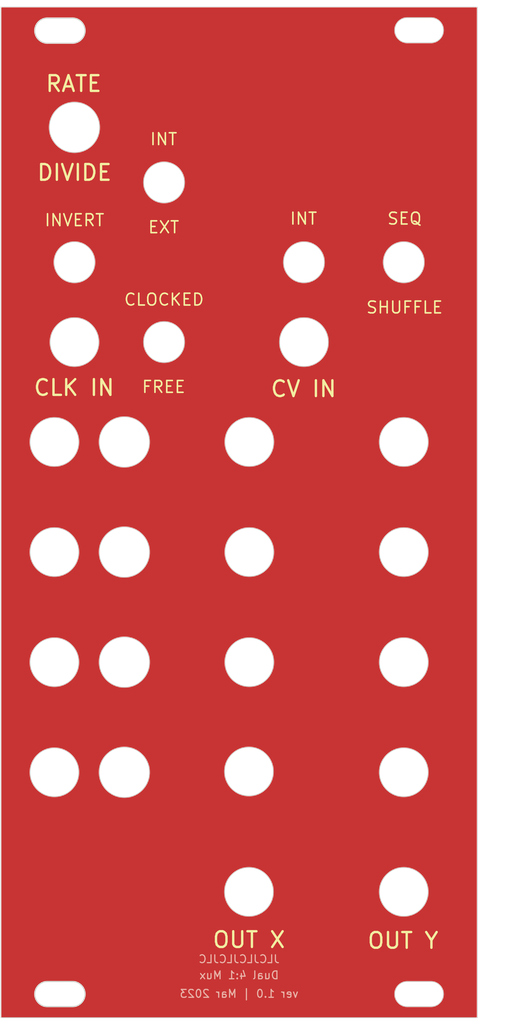
<source format=kicad_pcb>
(kicad_pcb (version 20211014) (generator pcbnew)

  (general
    (thickness 1.6)
  )

  (paper "A4")
  (layers
    (0 "F.Cu" signal)
    (31 "B.Cu" signal)
    (32 "B.Adhes" user "B.Adhesive")
    (33 "F.Adhes" user "F.Adhesive")
    (34 "B.Paste" user)
    (35 "F.Paste" user)
    (36 "B.SilkS" user "B.Silkscreen")
    (37 "F.SilkS" user "F.Silkscreen")
    (38 "B.Mask" user)
    (39 "F.Mask" user)
    (40 "Dwgs.User" user "User.Drawings")
    (41 "Cmts.User" user "User.Comments")
    (42 "Eco1.User" user "User.Eco1")
    (43 "Eco2.User" user "User.Eco2")
    (44 "Edge.Cuts" user)
    (45 "Margin" user)
    (46 "B.CrtYd" user "B.Courtyard")
    (47 "F.CrtYd" user "F.Courtyard")
    (48 "B.Fab" user)
    (49 "F.Fab" user)
    (50 "User.1" user)
    (51 "User.2" user)
    (52 "User.3" user)
    (53 "User.4" user)
    (54 "User.5" user)
    (55 "User.6" user)
    (56 "User.7" user)
    (57 "User.8" user)
    (58 "User.9" user)
  )

  (setup
    (pad_to_mask_clearance 0)
    (pcbplotparams
      (layerselection 0x00010fc_ffffffff)
      (disableapertmacros false)
      (usegerberextensions false)
      (usegerberattributes true)
      (usegerberadvancedattributes true)
      (creategerberjobfile true)
      (svguseinch false)
      (svgprecision 6)
      (excludeedgelayer true)
      (plotframeref false)
      (viasonmask false)
      (mode 1)
      (useauxorigin false)
      (hpglpennumber 1)
      (hpglpenspeed 20)
      (hpglpendiameter 15.000000)
      (dxfpolygonmode true)
      (dxfimperialunits true)
      (dxfusepcbnewfont true)
      (psnegative false)
      (psa4output false)
      (plotreference true)
      (plotvalue true)
      (plotinvisibletext false)
      (sketchpadsonfab false)
      (subtractmaskfromsilk false)
      (outputformat 1)
      (mirror false)
      (drillshape 1)
      (scaleselection 1)
      (outputdirectory "")
    )
  )

  (net 0 "")

  (gr_line (start 82.1 95.65) (end 84.25 95.65) (layer "F.Mask") (width 0.4) (tstamp 0956c7f8-5b4c-4291-bdc1-308825685ca7))
  (gr_line (start 106.85 95.65) (end 120 95.65) (layer "F.Mask") (width 0.4) (tstamp 0cdba653-4854-43e3-856c-639a74ff3350))
  (gr_line (start 120 47.4) (end 131.45 47.4) (layer "F.Mask") (width 0.4) (tstamp 1246dcc7-5b81-4bde-a4a7-5ec75fc093f6))
  (gr_line (start 91.05 95.65) (end 100.35 95.65) (layer "F.Mask") (width 0.4) (tstamp 13ca8b93-aed6-4651-ab8a-56d074491ea2))
  (gr_line (start 82.125 137.65) (end 84.275 137.65) (layer "F.Mask") (width 0.4) (tstamp 1cc4b2cb-2c0d-4d91-b75a-a10914503e02))
  (gr_line (start 106.875 123.65) (end 120.025 123.65) (layer "F.Mask") (width 0.4) (tstamp 29acb8d6-3acf-4ed3-b6f0-79b2f6ca45b5))
  (gr_line (start 131.45 47.4) (end 131.45 71.55) (layer "F.Mask") (width 0.4) (tstamp 2cbd6b89-d744-407d-876b-e5d50e162d9c))
  (gr_arc (start 117.75 95.65) (mid 123.25 90.15) (end 128.75 95.65) (layer "F.Mask") (width 0.5) (tstamp 319cb326-58c5-4ede-8c11-e385c4d4e51e))
  (gr_line (start 103.3 81.8) (end 103.3 47.45) (layer "F.Mask") (width 0.2) (tstamp 334e1f92-c1e4-427d-b524-59139c62b8aa))
  (gr_line (start 98.1 137.65) (end 98.1 95.65) (layer "F.Mask") (width 0.5) (tstamp 3942beaf-a8c3-4e94-a870-d6d398e41eea))
  (gr_arc (start 128.75 137.65) (mid 123.25 143.15) (end 117.75 137.65) (layer "F.Mask") (width 0.5) (tstamp 3fc1056e-e707-48db-8117-0fa0618c9487))
  (gr_line (start 82.125 123.65) (end 84.275 123.65) (layer "F.Mask") (width 0.4) (tstamp 5c177ace-a359-4d24-8f35-e9d6a5198402))
  (gr_line (start 101.35 47.55) (end 101.35 82.55) (layer "F.Mask") (width 0.2) (tstamp 7489d2d0-992a-42d2-ab9e-29d57f58dde9))
  (gr_line (start 103.65 148.05) (end 104.65 147.05) (layer "F.Mask") (width 0.5) (tstamp 74bfc39f-c616-4b93-9456-09e2d1edb201))
  (gr_line (start 103.6 148.05) (end 102.6 147.05) (layer "F.Mask") (width 0.5) (tstamp 7669ce20-70ec-4a9b-9c35-a04bed68db77))
  (gr_line (start 123.25 143.25) (end 123.25 148.05) (layer "F.Mask") (width 0.5) (tstamp 7ab8781d-94e9-4bb3-8148-41fd5a5cfeae))
  (gr_line (start 109.1 95.65) (end 109.1 137.65) (layer "F.Mask") (width 0.5) (tstamp 89eddad9-8db4-4e5c-9d1f-97d875ed183e))
  (gr_line (start 91.05 137.65) (end 100.35 137.65) (layer "F.Mask") (width 0.4) (tstamp 924a46be-ca42-4c38-ba85-ec7a00db0e20))
  (gr_line (start 94.55 47.55) (end 101.35 47.55) (layer "F.Mask") (width 0.4) (tstamp 9f3df10d-9894-4eb3-8d08-5f8e13671342))
  (gr_line (start 123.25 148.05) (end 124.25 147.05) (layer "F.Mask") (width 0.5) (tstamp b6c4e7cf-e3da-47b5-97d8-abce6c14db29))
  (gr_line (start 82.125 109.6) (end 84.275 109.6) (layer "F.Mask") (width 0.4) (tstamp b74d1956-46af-437f-86f2-584bacf1f567))
  (gr_line (start 73.3 47.45) (end 84.1 47.45) (layer "F.Mask") (width 0.4) (tstamp bbabe9ca-5607-4054-93f6-ce3392a32b0f))
  (gr_line (start 128.75 137.65) (end 128.75 95.55) (layer "F.Mask") (width 0.5) (tstamp c47a0cd5-5818-46bc-a3fc-e83cb2e31544))
  (gr_line (start 106.825 109.65) (end 119.975 109.65) (layer "F.Mask") (width 0.4) (tstamp c556ad84-3c7c-4966-822f-773330363613))
  (gr_line (start 91 109.65) (end 100.3 109.65) (layer "F.Mask") (width 0.4) (tstamp cd4b0839-cc17-491c-a14d-fea28be734f4))
  (gr_line (start 123.25 148.05) (end 122.25 147.05) (layer "F.Mask") (width 0.5) (tstamp d1dcef38-86c2-409f-8793-7b7d043b9d7c))
  (gr_line (start 103.3 47.45) (end 106.85 47.45) (layer "F.Mask") (width 0.4) (tstamp dec23ca7-83b1-42e0-a588-92ff4332d0d2))
  (gr_line (start 91.05 123.65) (end 100.35 123.65) (layer "F.Mask") (width 0.4) (tstamp e1375e8a-6d3a-4991-bb78-12dbefdb683c))
  (gr_arc (start 98.1 95.65) (mid 103.6 90.15) (end 109.1 95.65) (layer "F.Mask") (width 0.5) (tstamp e1f4da2f-3ec3-43df-92d6-df0db917629b))
  (gr_line (start 106.825 137.65) (end 119.975 137.65) (layer "F.Mask") (width 0.4) (tstamp e7e84574-dac9-4ab6-825a-c77841024fcc))
  (gr_arc (start 109.1 137.65) (mid 103.6 143.15) (end 98.1 137.65) (layer "F.Mask") (width 0.5) (tstamp eadf2899-7c8e-4cd5-b629-6608484de631))
  (gr_line (start 103.6 143.25) (end 103.6 148.05) (layer "F.Mask") (width 0.5) (tstamp ecffb1e3-d447-4323-b61f-02e330430ec5))
  (gr_line (start 73.3 92.9) (end 73.3 47.45) (layer "F.Mask") (width 0.4) (tstamp f1b4073e-2b61-489d-aafe-4840b199b63f))
  (gr_line (start 117.75 95.65) (end 117.75 137.65) (layer "F.Mask") (width 0.5) (tstamp fc4042ba-9e1e-46ec-bace-d620256a790d))
  (gr_circle (center 103.6 123.65) (end 108.1 123.65) (layer "Dwgs.User") (width 0.15) (fill none) (tstamp 01e8bbd6-357f-4262-9006-91cb1cff9cea))
  (gr_circle (center 123.25 123.65) (end 127.75 123.65) (layer "Dwgs.User") (width 0.15) (fill none) (tstamp 084c2532-9a3f-4d9b-aea7-9ee2b528e926))
  (gr_line (start 103.6 137.5) (end 103.6 152.85) (layer "Dwgs.User") (width 0.15) (tstamp 09e126b2-e30e-4a94-8693-d17247c6c09b))
  (gr_line (start 136.6 137.65) (end 72 137.65) (layer "Dwgs.User") (width 0.15) (tstamp 0a3a5b41-ce56-467d-b70e-4c402875760c))
  (gr_circle (center 81.35 55.65) (end 85.85 55.65) (layer "Dwgs.User") (width 0.15) (fill none) (tstamp 0e4b9114-58a9-4021-9db7-5190249fdc46))
  (gr_line (start 135.8 40.35) (end 135.8 95.65) (layer "Dwgs.User") (width 0.15) (tstamp 0fe7b061-347b-4a54-831a-26b4b54c729e))
  (gr_circle (center 123.25 152.85) (end 127.75 152.85) (layer "Dwgs.User") (width 0.15) (fill none) (tstamp 108aa863-30b8-45aa-9ce7-a96dbc532301))
  (gr_circle (center 103.6 137.65) (end 108.1 137.65) (layer "Dwgs.User") (width 0.15) (fill none) (tstamp 13d7860b-2827-4fd2-8d93-db695d4a213e))
  (gr_line (start 136.85 152.85) (end 72 152.85) (layer "Dwgs.User") (width 0.15) (tstamp 14aa1b14-ef92-4240-ab3c-eb51f47a0f1a))
  (gr_circle (center 123.25 137.65) (end 127.75 137.65) (layer "Dwgs.User") (width 0.15) (fill none) (tstamp 1717ae66-ed5b-4cb3-8b55-b752e675fa69))
  (gr_line (start 135.8 95.65) (end 72 95.65) (layer "Dwgs.User") (width 0.15) (tstamp 1d12165d-656d-4cc1-aef8-073ecfbb25e8))
  (gr_line (start 102.3 55.65) (end 123.25 55.65) (layer "Dwgs.User") (width 0.15) (tstamp 1dcea24e-cd05-48b3-b003-afeae114e9f0))
  (gr_circle (center 110.55 72.775) (end 115.05 72.8) (layer "Dwgs.User") (width 0.15) (fill none) (tstamp 1df4e4db-19ef-4d6d-b242-2b56cc07d550))
  (gr_line (start 72 168.85) (end 79.5 168.85) (layer "Dwgs.User") (width 0.15) (tstamp 21666620-90f8-47e8-93da-a7bcf9eec7c0))
  (gr_circle (center 103.6 152.85) (end 108.1 152.85) (layer "Dwgs.User") (width 0.15) (fill none) (tstamp 23f0436e-9463-46b0-855a-bfff28f976b0))
  (gr_line (start 102.3 62.65) (end 92.75 62.65) (layer "Dwgs.User") (width 0.15) (tstamp 2b7446a5-221c-49b8-9715-f036e6e00542))
  (gr_line (start 134.8 72.8) (end 72.05 72.8) (layer "Dwgs.User") (width 0.15) (tstamp 34a79ccd-3a98-4ac1-987d-27f5018e4609))
  (gr_circle (center 123.25 72.8) (end 127.75 72.8) (layer "Dwgs.User") (width 0.15) (fill none) (tstamp 3685d2e4-e592-47d9-81ea-6d297933b3bb))
  (gr_line (start 123.25 152.85) (end 123.25 156.1) (layer "Dwgs.User") (width 0.15) (tstamp 3a80b006-269b-4eeb-a336-cdc9e497c7d0))
  (gr_line (start 102.3 95.65) (end 87.7 95.65) (layer "Dwgs.User") (width 0.15) (tstamp 3b14a506-5c91-4fad-96dc-fbe06dc22a7d))
  (gr_circle (center 103.6 109.65) (end 108.1 109.65) (layer "Dwgs.User") (width 0.15) (fill none) (tstamp 45394dca-4235-432c-ae5c-bc70e1f4dc9e))
  (gr_line (start 125.2 169.6) (end 125.2 168.9) (layer "Dwgs.User") (width 0.15) (tstamp 47af7a97-61c2-4e03-b7a7-6d6920d7affc))
  (gr_line (start 79.5 39.53) (end 125.2 39.53) (layer "Dwgs.User") (width 0.15) (tstamp 4925a342-a225-4479-8f39-b96be810f864))
  (gr_line (start 102.3 55.65) (end 81.35 55.65) (layer "Dwgs.User") (width 0.15) (tstamp 4a638bd2-b36f-455f-935e-ced4de7cf6b1))
  (gr_line (start 125.2 168.9) (end 125.2 168.85) (layer "Dwgs.User") (width 0.15) (tstamp 5074112e-1e91-4df7-bea9-fe8f7020c3e0))
  (gr_line (start 136.35 40.35) (end 136.35 123.65) (layer "Dwgs.User") (width 0.15) (tstamp 54d9be0a-6560-4b67-a330-d0099ffeb372))
  (gr_line (start 79.5 43.35) (end 77.9 43.35) (layer "Dwgs.User") (width 0.15) (tstamp 57f6484f-ef0e-4664-ae42-55f038b4ffd7))
  (gr_circle (center 92.75 82.95) (end 97.25 82.95) (layer "Dwgs.User") (width 0.15) (fill none) (tstamp 5bb67868-370a-42ab-aed0-1a76d701160f))
  (gr_line (start 79.5 169.6) (end 125.2 169.6) (layer "Dwgs.User") (width 0.15) (tstamp 5bdce176-79ba-4a3d-9e53-51c6b0a50c88))
  (gr_line (start 92.15 55.65) (end 80.75 55.65) (layer "Dwgs.User") (width 0.15) (tstamp 620032d1-e587-4ec3-9ac0-54a44588f007))
  (gr_line (start 134.55 55.65) (end 71.95 55.65) (layer "Dwgs.User") (width 0.15) (tstamp 65cd70ed-472b-41c4-be86-7478e7946308))
  (gr_line (start 134.55 40.35) (end 134.55 55.65) (layer "Dwgs.User") (width 0.15) (tstamp 693311e6-99fc-4cbf-a531-130a7577d5d8))
  (gr_line (start 135.1 82.95) (end 72.1 82.95) (layer "Dwgs.User") (width 0.15) (tstamp 6a914d2d-f0eb-41f7-af24-88ca91111f70))
  (gr_circle (center 110.55 72.775) (end 114.55 72.775) (layer "Dwgs.User") (width 0.15) (fill none) (tstamp 6cef432e-c772-4506-bbfd-24b410ecf20d))
  (gr_circle (center 81.35 82.95) (end 85.85 82.95) (layer "Dwgs.User") (width 0.15) (fill none) (tstamp 6ec65888-fb7b-4064-93c0-b73cd7fc8e5f))
  (gr_line (start 123.25 152.85) (end 123.25 159.35) (layer "Dwgs.User") (width 0.15) (tstamp 703f95a6-25ce-46ca-acd0-69e667f3d354))
  (gr_circle (center 81.35 72.8) (end 85.35 72.8) (layer "Dwgs.User") (width 0.15) (fill none) (tstamp 7430aa00-a2ba-49ef-9baa-83c112fc3956))
  (gr_line (start 136.35 123.65) (end 72 123.65) (layer "Dwgs.User") (width 0.15) (tstamp 74e2ead4-969c-4242-837c-72bf7df0871e))
  (gr_circle (center 81.35 72.8) (end 85.85 72.8) (layer "Dwgs.User") (width 0.15) (fill none) (tstamp 83b5ab4b-25f8-49d9-b4df-9e2e5c1fde2c))
  (gr_line (start 136.1 40.35) (end 136.1 109.65) (layer "Dwgs.User") (width 0.15) (tstamp 84c68537-d19a-4814-b347-085a4ffb3799))
  (gr_line (start 102.3 40.35) (end 102.3 168.85) (layer "Dwgs.User") (width 0.15) (tstamp 853021e0-c3cf-4ce4-80a1-b5d29965719d))
  (gr_line (start 103.6 95.65) (end 103.6 137.65) (layer "Dwgs.User") (width 0.15) (tstamp 8555d27e-1a51-4636-a52e-bb5d722813d1))
  (gr_line (start 125.2 165.85) (end 126.7 165.85) (layer "Dwgs.User") (width 0.15) (tstamp 8cbaac4c-7ec2-4d35-a613-a1d909ea41bb))
  (gr_line (start 103.6 152.85) (end 103.6 156.1) (layer "Dwgs.User") (width 0.15) (tstamp 8d717b26-36fb-4951-a428-908b36d18348))
  (gr_circle (center 92.75 82.95) (end 96.75 82.95) (layer "Dwgs.User") (width 0.15) (fill none) (tstamp 8e57167b-1ef4-48af-ba1f-ed9b6ddb4ebd))
  (gr_line (start 134.35 40.35) (end 134.35 62.65) (layer "Dwgs.User") (width 0.15) (tstamp 9022db1e-7218-4464-98dd-d0fadc34383a))
  (gr_line (start 79.5 43.35) (end 81.1 43.35) (layer "Dwgs.User") (width 0.15) (tstamp 91f8a976-c7a7-45b9-9728-0f6ad0fe27c7))
  (gr_line (start 78.8 95.65) (end 78.8 137.65) (layer "Dwgs.User") (width 0.15) (tstamp 92b2b9f0-4a89-49b6-acda-d6b690e17695))
  (gr_line (start 79.5 165.85) (end 81.1 165.85) (layer "Dwgs.User") (width 0.15) (tstamp 94e70bf4-5eb7-4eb9-a224-bef06bab55a6))
  (gr_line (start 125.2 40.3) (end 125.2 43.3) (layer "Dwgs.User") (width 0.15) (tstamp 95717edb-3a3f-47b4-824b-34e810c698da))
  (gr_line (start 136.85 40.35) (end 136.85 152.85) (layer "Dwgs.User") (width 0.15) (tstamp 98c586db-20eb-4707-b4c1-0ab5e8544672))
  (gr_line (start 136.6 40.35) (end 136.6 137.65) (layer "Dwgs.User") (width 0.15) (tstamp 9901b9bc-98a3-4e55-ba55-88e7c7094db2))
  (gr_line (start 102.3 82.95) (end 110.55 82.95) (layer "Dwgs.User") (width 0.15) (tstamp 9a913058-6a6f-4211-b25d-ce93918a318d))
  (gr_line (start 92.15 152.85) (end 80.75 152.85) (layer "Dwgs.User") (width 0.15) (tstamp 9e6794ec-7764-4877-87ca-9cf862f94567))
  (gr_line (start 134.35 62.65) (end 71.95 62.65) (layer "Dwgs.User") (width 0.15) (tstamp 9ef800c1-e3c2-4294-9756-c76f97fe631a))
  (gr_line (start 79.5 168.85) (end 79.5 165.85) (layer "Dwgs.User") (width 0.15) (tstamp aa0bc02f-087e-4ba8-81cb-9db83c3d1f2b))
  (gr_line (start 72 40.35) (end 79.5 40.35) (layer "Dwgs.User") (width 0.15) (tstamp aa574dd6-7cb0-4b57-b73c-5552f8b74357))
  (gr_line (start 110.55 82.95) (end 110.55 62.6) (layer "Dwgs.User") (width 0.15) (tstamp abef9125-4855-46d3-954a-eea2847c234e))
  (gr_circle (center 92.75 62.65) (end 96.75 62.65) (layer "Dwgs.User") (width 0.15) (fill none) (tstamp ad688423-e533-41a0-97e0-7f98fe84858f))
  (gr_line (start 125.2 43.3) (end 123.7 43.3) (layer "Dwgs.User") (width 0.15) (tstamp b475ff4f-1bca-4001-bcb8-a4bab54d957c))
  (gr_line (start 102.3 95.65) (end 78.8 95.65) (layer "Dwgs.User") (width 0.15) (tstamp b78df7d0-9ee6-4f3a-97ed-54092237983e))
  (gr_line (start 126.7 43.3) (end 125.2 43.3) (layer "Dwgs.User") (width 0.15) (tstamp b7e8084e-5c58-4e88-8bd3-4bde09549a9e))
  (gr_line (start 135.1 40.35) (end 135.1 82.95) (layer "Dwgs.User") (width 0.15) (tstamp ba79f92b-a82a-4b5e-af76-262d14f7f13c))
  (gr_line (start 92.75 62.65) (end 92.75 82.95) (layer "Dwgs.User") (width 0.15) (tstamp baef1c1c-2571-4652-b0fe-7ad4840f621e))
  (gr_line (start 72 168.85) (end 104.9 168.85) (layer "Dwgs.User") (width 0.15) (tstamp c0fc7834-7f57-4fa6-a43f-0341473ae191))
  (gr_line (start 79.5 40.35) (end 79.5 43.35) (layer "Dwgs.User") (width 0.15) (tstamp c2f0b7b9-4c2d-48bf-8a52-2aa3c4591b7b))
  (gr_line (start 87.7 95.65) (end 87.7 137.65) (layer "Dwgs.User") (width 0.15) (tstamp c9de06e4-2de0-4e17-b0b4-e10dd37cada7))
  (gr_circle (center 123.25 95.65) (end 127.75 95.65) (layer "Dwgs.User") (width 0.15) (fill none) (tstamp ce561acc-9f84-4fc3-8066-3440505e2b0e))
  (gr_line (start 125.2 168.85) (end 125.2 165.85) (layer "Dwgs.User") (width 0.15) (tstamp d06ab193-d08d-40c7-9649-723efddc1409))
  (gr_circle (center 92.75 62.65) (end 97.25 62.65) (layer "Dwgs.User") (width 0.15) (fill none) (tstamp d1a112b4-f510-46bb-9aa1-424d9a5a69bd))
  (gr_line (start 81.35 55.65) (end 81.35 82.95) (layer "Dwgs.User") (width 0.15) (tstamp d2907e61-e84a-455f-940e-af4210d8f7d6))
  (gr_circle (center 123.25 72.8) (end 127.25 72.8) (layer "Dwgs.User") (width 0.15) (fill none) (tstamp d36722fd-bfe1-4a85-8728-1a174796d059))
  (gr_circle (center 110.55 82.95) (end 115.05 82.95) (layer "Dwgs.User") (width 0.15) (fill none) (tstamp d8de0a70-6f4d-45a0-b755-f6e189218b52))
  (gr_circle (center 123.25 109.65) (end 127.75 109.65) (layer "Dwgs.User") (width 0.15) (fill none) (tstamp d9fdc66d-ad48-4019-8b0e-002d3872b352))
  (gr_line (start 125.2 43.3) (end 126.7 43.3) (layer "Dwgs.User") (width 0.15) (tstamp de1d4d9e-30de-4905-a2ef-798972b0e2ab))
  (gr_line (start 79.5 40.37) (end 79.5 39.53) (layer "Dwgs.User") (width 0.15) (tstamp e1f07a90-4729-4de6-942d-25e304dbd04f))
  (gr_line (start 125.2 165.85) (end 123.7 165.85) (layer "Dwgs.User") (width 0.15) (tstamp e40b113c-dd87-4a27-bb75-48d3b617c149))
  (gr_line (start 136.1 109.65) (end 72 109.65) (layer "Dwgs.User") (width 0.15) (tstamp e668b91e-4be5-4339-9270-a4a237651c7b))
  (gr_line (start 79.5 165.85) (end 77.9 165.85) (layer "Dwgs.User") (width 0.15) (tstamp eca382a1-9fb6-4edd-ad3f-46a4e91a2d99))
  (gr_line (start 123.25 55.65) (end 123.25 155.3) (layer "Dwgs.User") (width 0.15) (tstamp ed727271-ebc3-4639-ab61-ba3797ea337b))
  (gr_line (start 132.6 40.35) (end 139 40.35) (layer "Dwgs.User") (width 0.15) (tstamp edf79359-d88c-4c74-828e-f4e5bbcc40b2))
  (gr_line (start 79.5 168.85) (end 79.5 169.6) (layer "Dwgs.User") (width 0.15) (tstamp ee4c635b-1d53-4802-8768-0235d2d230b0))
  (gr_line (start 102.3 95.65) (end 103.6 95.65) (layer "Dwgs.User") (width 0.15) (tstamp eed9802c-949b-473a-9c15-8f1f338d395e))
  (gr_line (start 92.15 152.85) (end 103.55 152.85) (layer "Dwgs.User") (width 0.15) (tstamp f49cd47c-3fe9-4824-bbdd-e609cd67655c))
  (gr_circle (center 103.6 95.65) (end 108.1 95.65) (layer "Dwgs.User") (width 0.15) (fill none) (tstamp f6275c3d-5609-4696-918d-1207c1dd95ab))
  (gr_line (start 72 40.35) (end 102.3 40.35) (layer "Dwgs.User") (width 0.15) (tstamp f68d4f4b-1c59-4088-8db9-87205e73d4ab))
  (gr_line (start 92.15 55.65) (end 103.55 55.65) (layer "Dwgs.User") (width 0.15) (tstamp f77f916c-ed8d-4a57-b657-e72218ea7e90))
  (gr_line (start 125.2 39.53) (end 125.2 40.3) (layer "Dwgs.User") (width 0.15) (tstamp f9e9fc25-b847-453a-a601-72e6038672dc))
  (gr_line (start 134.8 40.35) (end 134.8 72.8) (layer "Dwgs.User") (width 0.15) (tstamp fc271c43-c9ed-4b38-844b-62789d6fb380))
  (gr_line (start 77.9 164.25) (end 81.1 164.25) (layer "Edge.Cuts") (width 0.15) (tstamp 0597f767-bb6b-4699-b95c-3f799fe77465))
  (gr_arc (start 81.1 41.75) (mid 82.7 43.35) (end 81.1 44.95) (layer "Edge.Cuts") (width 0.15) (tstamp 0906bd2d-560c-4c22-aafb-c16a6ddd5f62))
  (gr_circle (center 123.25 95.65) (end 126.35 95.65) (layer "Edge.Cuts") (width 0.1) (fill none) (tstamp 1d0420a1-5a47-4ba3-bbc9-9addae3ed256))
  (gr_line (start 126.7 167.45) (end 123.7 167.45) (layer "Edge.Cuts") (width 0.1) (tstamp 2f959f75-990b-47e0-aa50-4b3e79a47bcd))
  (gr_line (start 126.7 44.9) (end 123.7 44.9) (layer "Edge.Cuts") (width 0.1) (tstamp 3911e0c8-173a-4714-b45a-4c3d8212b4c0))
  (gr_circle (center 78.8 123.65) (end 81.9 123.65) (layer "Edge.Cuts") (width 0.1) (fill none) (tstamp 47ad5ac8-4d4c-4122-b5d9-2e8e2be68e0d))
  (gr_circle (center 123.25 152.85) (end 126.35 152.85) (layer "Edge.Cuts") (width 0.1) (fill none) (tstamp 4a8c9cf2-3af8-4b2e-91aa-1f92847cb8c5))
  (gr_arc (start 123.7 44.9) (mid 122.1 43.3) (end 123.7 41.7) (layer "Edge.Cuts") (width 0.1) (tstamp 4d60e5f8-a05b-49a3-8517-8c0524e39567))
  (gr_circle (center 81.35 82.95) (end 84.45 82.95) (layer "Edge.Cuts") (width 0.1) (fill none) (tstamp 4d8dc832-f08d-46ab-b895-5ef081e8c342))
  (gr_circle (center 110.55 72.8) (end 113.15 72.8) (layer "Edge.Cuts") (width 0.1) (fill none) (tstamp 4d9241f6-d3e6-4ae3-baa9-d4ffa95fd591))
  (gr_circle (center 78.8 95.65) (end 81.9 95.65) (layer "Edge.Cuts") (width 0.1) (fill none) (tstamp 4efb1146-cd42-4fce-88a0-3f1e0e53c91e))
  (gr_line (start 81.1 44.95) (end 77.9 44.95) (layer "Edge.Cuts") (width 0.15) (tstamp 528b3b7f-e7f3-4331-9ba0-00a685782ab9))
  (gr_circle (center 103.6 109.65) (end 106.7 109.65) (layer "Edge.Cuts") (width 0.1) (fill none) (tstamp 577a3611-80c7-44b9-a13b-475a079854bc))
  (gr_line (start 123.7 164.25) (end 126.7 164.25) (layer "Edge.Cuts") (width 0.1) (tstamp 5f094551-ff2f-4cd9-8748-90363c926ed8))
  (gr_circle (center 81.35 72.8) (end 83.95 72.8) (layer "Edge.Cuts") (width 0.1) (fill none) (tstamp 64534a2b-023a-4feb-9fc7-fa935bff6911))
  (gr_circle (center 110.55 82.95) (end 113.65 82.95) (layer "Edge.Cuts") (width 0.1) (fill none) (tstamp 68b57b5e-8b18-47c8-aeb8-5dba4904cdc8))
  (gr_rect (start 72 40.35) (end 132.6 168.85) (layer "Edge.Cuts") (width 0.1) (fill none) (tstamp 730154fd-643c-4373-8371-b4a278f5a7da))
  (gr_circle (center 92.75 82.95) (end 95.35 82.95) (layer "Edge.Cuts") (width 0.1) (fill none) (tstamp 73d4dc02-ebdd-4939-9712-1b37cafcb28a))
  (gr_line (start 81.1 167.45) (end 77.9 167.45) (layer "Edge.Cuts") (width 0.15) (tstamp 776deefa-1e6f-4f2f-bf92-c96f01b03086))
  (gr_circle (center 103.6 95.65) (end 106.7 95.65) (layer "Edge.Cuts") (width 0.1) (fill none) (tstamp 7cde09c1-e54a-4d05-af34-27f41e51b89a))
  (gr_arc (start 77.9 44.95) (mid 76.3 43.35) (end 77.9 41.75) (layer "Edge.Cuts") (width 0.15) (tstamp 820b28a1-5698-479a-8664-43387a5523e5))
  (gr_circle (center 78.8 137.65) (end 81.9 137.65) (layer "Edge.Cuts") (width 0.1) (fill none) (tstamp 84a7a3d6-cc4c-49ac-8a43-170cb86f2eae))
  (gr_circle (center 87.703058 123.646522) (end 90.903058 123.646522) (layer "Edge.Cuts") (width 0.1) (fill none) (tstamp 86cd14e0-db6d-4350-8a75-8560253a46dc))
  (gr_circle (center 103.6 123.65) (end 106.7 123.65) (layer "Edge.Cuts") (width 0.1) (fill none) (tstamp 8a51a984-65b4-4ee3-b66a-acd1ebb776e8))
  (gr_arc (start 123.7 167.45) (mid 122.1 165.85) (end 123.7 164.25) (layer "Edge.Cuts") (width 0.1) (tstamp 8b62771b-8044-4b74-868a-b81af498f022))
  (gr_arc (start 77.9 167.45) (mid 76.3 165.85) (end 77.9 164.25) (layer "Edge.Cuts") (width 0.15) (tstamp 9f1268cc-a8b0-46cc-850b-9061377f5b56))
  (gr_circle (center 87.7 95.65) (end 90.9 95.65) (layer "Edge.Cuts") (width 0.1) (fill none) (tstamp a44fbf5f-b82a-4b33-a546-2e8db3fc10cf))
  (gr_circle (center 103.55 152.85) (end 106.65 152.85) (layer "Edge.Cuts") (width 0.1) (fill none) (tstamp a9a9ee15-e728-4c42-9745-26278e750a67))
  (gr_circle (center 92.75 62.65) (end 95.35 62.65) (layer "Edge.Cuts") (width 0.1) (fill none) (tstamp aad519ad-1b3b-4efb-baf8-cdce0c3ea70a))
  (gr_line (start 123.7 41.7) (end 126.7 41.7) (layer "Edge.Cuts") (width 0.1) (tstamp bc2c7295-cf4d-4fb1-a38e-2435765dd44f))
  (gr_arc (start 81.1 164.25) (mid 82.7 165.85) (end 81.1 167.45) (layer "Edge.Cuts") (width 0.15) (tstamp bfc5910b-6d1b-4a32-b59c-1eec6136d2e5))
  (gr_circle (center 123.25 109.65) (end 126.35 109.65) (layer "Edge.Cuts") (width 0.1) (fill none) (tstamp c26051db-7cde-436b-a864-daea118cb59c))
  (gr_circle (center 81.35 55.65) (end 84.55 55.65) (layer "Edge.Cuts") (width 0.1) (fill none) (tstamp c58d3400-d56f-4592-bbdf-07894d5c05ec))
  (gr_circle (center 123.25 137.65) (end 126.35 137.65) (layer "Edge.Cuts") (width 0.1) (fill none) (tstamp c6d85d6e-24b2-49aa-abcd-7496c2088cb2))
  (gr_circle (center 78.8 109.65) (end 81.9 109.65) (layer "Edge.Cuts") (width 0.1) (fill none) (tstamp ca49753c-2ed6-4fb5-9f97-48133810329c))
  (gr_line (start 77.9 41.75) (end 81.1 41.75) (layer "Edge.Cuts") (width 0.15) (tstamp ca8c26a6-9450-4d8d-b66b-a87ac2bd4c8b))
  (gr_circle (center 123.25 123.65) (end 126.35 123.65) (layer "Edge.Cuts") (width 0.1) (fill none) (tstamp d079bcf1-ca78-499c-aa0b-e4e72506ce46))
  (gr_arc (start 126.7 164.25) (mid 128.3 165.85) (end 126.7 167.45) (layer "Edge.Cuts") (width 0.1) (tstamp d23ac804-197a-49f3-838e-46fac1a68045))
  (gr_circle (center 87.7 109.65) (end 90.9 109.65) (layer "Edge.Cuts") (width 0.1) (fill none) (tstamp d68cad78-917b-4e74-9f97-1bdc7d7bafeb))
  (gr_circle (center 123.25 72.8) (end 125.85 72.8) (layer "Edge.Cuts") (width 0.1) (fill none) (tstamp d6c5b38e-dda6-4784-acdc-bea2dd6b6d2d))
  (gr_circle (center 87.7 137.65) (end 90.9 137.65) (layer "Edge.Cuts") (width 0.1) (fill none) (tstamp eb36f532-a7f8-417b-bd6a-c059edafc3fb))
  (gr_circle (center 103.55 137.55) (end 106.65 137.55) (layer "Edge.Cuts") (width 0.1) (fill none) (tstamp f2d26689-6d8f-4cb3-b978-0d60dfbdb2a2))
  (gr_arc (start 126.7 41.7) (mid 128.3 43.3) (end 126.7 44.9) (layer "Edge.Cuts") (width 0.1) (tstamp fbfd32c7-c117-48db-aa4c-a257e2a28af2))
  (gr_text "ver 1.0 | Mar 2023" (at 102.3 165.8) (layer "B.SilkS") (tstamp 5b7059d3-63b3-4c21-a487-a532ccd08adc)
    (effects (font (size 1 1) (thickness 0.15)) (justify mirror))
  )
  (gr_text "JLCJLCJLCJLC" (at 102.3 161.4) (layer "B.SilkS") (tstamp e264a8ff-1643-441e-af6a-0d39e9875ad1)
    (effects (font (size 1 1) (thickness 0.15)) (justify mirror))
  )
  (gr_text "Dual 4:1 Mux" (at 102.3 163.45) (layer "B.SilkS") (tstamp e3903324-e12e-440f-ad60-4946f6be3d62)
    (effects (font (size 1 1) (thickness 0.15)) (justify mirror))
  )
  (gr_text "INVERT" (at 81.35 67.45) (layer "F.SilkS") (tstamp 0513927b-1afc-441e-ad75-0be16dd9b940)
    (effects (font (size 1.5 1.5) (thickness 0.2)))
  )
  (gr_text "OUT X\n" (at 103.55 158.95) (layer "F.SilkS") (tstamp 0c163fbb-24a8-489d-9672-8a9b193e8992)
    (effects (font (size 2 2) (thickness 0.3)))
  )
  (gr_text "INT" (at 92.7 57.15) (layer "F.SilkS") (tstamp 0cc485f9-616d-4190-9abe-517ed20c02bd)
    (effects (font (size 1.5 1.5) (thickness 0.2)))
  )
  (gr_text "EXT" (at 92.7 68.35) (layer "F.SilkS") (tstamp 15349cb6-9b04-4754-aec9-56950c175a20)
    (effects (font (size 1.5 1.5) (thickness 0.2)))
  )
  (gr_text "FREE" (at 92.7 88.65) (layer "F.SilkS") (tstamp 1bf2d54f-181a-437c-8c14-386759f21362)
    (effects (font (size 1.5 1.5) (thickness 0.2)))
  )
  (gr_text "CV IN" (at 110.5 88.9) (layer "F.SilkS") (tstamp 22f29097-80ea-4e59-b692-40af8ec1897b)
    (effects (font (size 2 2) (thickness 0.3)))
  )
  (gr_text "DIVIDE" (at 81.35 61.4) (layer "F.SilkS") (tstamp 4ca9f234-60bd-4d8e-97bb-6258dd1b979e)
    (effects (font (size 2 2) (thickness 0.3)))
  )
  (gr_text "OUT Y\n" (at 123.15 159.05) (layer "F.SilkS") (tstamp 549f4187-7b37-43ff-832c-a4851b0453c7)
    (effects (font (size 2 2) (thickness 0.3)))
  )
  (gr_text "CLOCKED" (at 92.75 77.55) (layer "F.SilkS") (tstamp 6663891d-76eb-48cc-9418-72b8451fa2f3)
    (effects (font (size 1.5 1.5) (thickness 0.2)))
  )
  (gr_text "SHUFFLE" (at 123.35 78.55) (layer "F.SilkS") (tstamp 8447c835-e258-435f-8e81-e9adebdcb381)
    (effects (font (size 1.5 1.5) (thickness 0.2)))
  )
  (gr_text "RATE" (at 81.25 50.1) (layer "F.SilkS") (tstamp 85bdf3dc-2fcc-49c1-a3aa-9608c9b8cb9b)
    (effects (font (size 2 2) (thickness 0.3)))
  )
  (gr_text "SEQ" (at 123.35 67.25) (layer "F.SilkS") (tstamp b53ab917-397d-4237-bfea-4dea80e38721)
    (effects (font (size 1.5 1.5) (thickness 0.2)))
  )
  (gr_text "INT" (at 110.5 67.25) (layer "F.SilkS") (tstamp bb55c445-30ab-44e7-89ae-2a718c7ba9a3)
    (effects (font (size 1.5 1.5) (thickness 0.2)))
  )
  (gr_text "CLK IN" (at 81.3 88.75) (layer "F.SilkS") (tstamp f8e13b3b-fb4f-4535-b061-e319b8a569ab)
    (effects (font (size 2 2) (thickness 0.3)))
  )
  (gr_text "DUAL 4:1 MUX" (at 102.45 43.3) (layer "F.Mask") (tstamp 637a1287-e61d-4f04-ac93-b6ec66acdd2e)
    (effects (font (size 3 3) (thickness 0.5)))
  )
  (gr_text "Clock" (at 89.3 47.35) (layer "F.Mask") (tstamp a42d35be-a774-47df-a5dc-32c8bb360ad3)
    (effects (font (size 2 2) (thickness 0.3)))
  )
  (gr_text "Control" (at 113.1 47.5) (layer "F.Mask") (tstamp b81d4e9f-1805-40dc-8806-f478d15a1cc3)
    (effects (font (size 2 2) (thickness 0.3)))
  )
  (gr_text "m0xpd" (at 102.15 165.8) (layer "F.Mask") (tstamp f8ee356e-3db3-4348-9d6b-31f00b3b9a9d)
    (effects (font (size 3 3) (thickness 0.4)))
  )

  (zone (net 0) (net_name "") (layer "F.Cu") (tstamp 04dd4caf-dadf-4835-bd18-132c37cc4d36) (hatch edge 0.508)
    (connect_pads (clearance 0))
    (min_thickness 0.254) (filled_areas_thickness no)
    (fill yes (thermal_gap 0.508) (thermal_bridge_width 0.508))
    (polygon
      (pts
        (xy 132.6 168.85)
        (xy 72 168.85)
        (xy 72 40.35)
        (xy 132.6 40.35)
      )
    )
    (filled_polygon
      (layer "F.Cu")
      (island)
      (pts
        (xy 132.541121 40.371002)
        (xy 132.587614 40.424658)
        (xy 132.599 40.477)
        (xy 132.599 168.723)
        (xy 132.578998 168.791121)
        (xy 132.525342 168.837614)
        (xy 132.473 168.849)
        (xy 72.127 168.849)
        (xy 72.058879 168.828998)
        (xy 72.012386 168.775342)
        (xy 72.001 168.723)
        (xy 72.001 165.969978)
        (xy 76.299 165.969978)
        (xy 76.334764 166.207255)
        (xy 76.405492 166.436551)
        (xy 76.509606 166.652745)
        (xy 76.644778 166.851006)
        (xy 76.80799 167.026907)
        (xy 76.995596 167.176517)
        (xy 77.203404 167.296496)
        (xy 77.207793 167.298219)
        (xy 77.207796 167.29822)
        (xy 77.323062 167.343458)
        (xy 77.426774 167.384162)
        (xy 77.431366 167.38521)
        (xy 77.431369 167.385211)
        (xy 77.632599 167.43114)
        (xy 77.660714 167.437557)
        (xy 77.665407 167.437909)
        (xy 77.665409 167.437909)
        (xy 77.780016 167.446497)
        (xy 77.9 167.455489)
        (xy 77.9 167.452049)
        (xy 77.909917 167.451)
        (xy 81.086261 167.451)
        (xy 81.1 167.452218)
        (xy 81.1 167.455489)
        (xy 81.240404 167.444967)
        (xy 81.334591 167.437909)
        (xy 81.334593 167.437909)
        (xy 81.339286 167.437557)
        (xy 81.367401 167.43114)
        (xy 81.568631 167.385211)
        (xy 81.568634 167.38521)
        (xy 81.573226 167.384162)
        (xy 81.676938 167.343458)
        (xy 81.792204 167.29822)
        (xy 81.792207 167.298219)
        (xy 81.796596 167.296496)
        (xy 82.004404 167.176517)
        (xy 82.19201 167.026907)
        (xy 82.355222 166.851006)
        (xy 82.490394 166.652745)
        (xy 82.594508 166.436551)
        (xy 82.665236 166.207255)
        (xy 82.701 165.969978)
        (xy 122.099 165.969978)
        (xy 122.134764 166.207255)
        (xy 122.205492 166.436551)
        (xy 122.309606 166.652745)
        (xy 122.444778 166.851006)
        (xy 122.60799 167.026907)
        (xy 122.795596 167.176517)
        (xy 123.003404 167.296496)
        (xy 123.007793 167.298219)
        (xy 123.007796 167.29822)
        (xy 123.123062 167.343458)
        (xy 123.226774 167.384162)
        (xy 123.231366 167.38521)
        (xy 123.231369 167.385211)
        (xy 123.432599 167.43114)
        (xy 123.460714 167.437557)
        (xy 123.465407 167.437909)
        (xy 123.465409 167.437909)
        (xy 123.580016 167.446497)
        (xy 123.7 167.455489)
        (xy 123.7 167.452049)
        (xy 123.709917 167.451)
        (xy 126.686261 167.451)
        (xy 126.7 167.452218)
        (xy 126.7 167.455489)
        (xy 126.840404 167.444967)
        (xy 126.934591 167.437909)
        (xy 126.934593 167.437909)
        (xy 126.939286 167.437557)
        (xy 126.967401 167.43114)
        (xy 127.168631 167.385211)
        (xy 127.168634 167.38521)
        (xy 127.173226 167.384162)
        (xy 127.276938 167.343458)
        (xy 127.392204 167.29822)
        (xy 127.392207 167.298219)
        (xy 127.396596 167.296496)
        (xy 127.604404 167.176517)
        (xy 127.79201 167.026907)
        (xy 127.955222 166.851006)
        (xy 128.090394 166.652745)
        (xy 128.194508 166.436551)
        (xy 128.265236 166.207255)
        (xy 128.301 165.969978)
        (xy 128.301 165.730022)
        (xy 128.265236 165.492745)
        (xy 128.194508 165.263449)
        (xy 128.090394 165.047256)
        (xy 127.955222 164.848994)
        (xy 127.79201 164.673093)
        (xy 127.604404 164.523483)
        (xy 127.396596 164.403504)
        (xy 127.392207 164.401781)
        (xy 127.392204 164.40178)
        (xy 127.276938 164.356542)
        (xy 127.173226 164.315838)
        (xy 127.168634 164.31479)
        (xy 127.168631 164.314789)
        (xy 126.943878 164.263491)
        (xy 126.943877 164.263491)
        (xy 126.939286 164.262443)
        (xy 126.934593 164.262091)
        (xy 126.934591 164.262091)
        (xy 126.819984 164.253503)
        (xy 126.7 164.244511)
        (xy 126.7 164.247951)
        (xy 126.690083 164.249)
        (xy 123.713739 164.249)
        (xy 123.7 164.247782)
        (xy 123.7 164.244511)
        (xy 123.559596 164.255033)
        (xy 123.465409 164.262091)
        (xy 123.465407 164.262091)
        (xy 123.460714 164.262443)
        (xy 123.456123 164.263491)
        (xy 123.456122 164.263491)
        (xy 123.231369 164.314789)
        (xy 123.231366 164.31479)
        (xy 123.226774 164.315838)
        (xy 123.123062 164.356542)
        (xy 123.007796 164.40178)
        (xy 123.007793 164.401781)
        (xy 123.003404 164.403504)
        (xy 122.795596 164.523483)
        (xy 122.60799 164.673093)
        (xy 122.444778 164.848994)
        (xy 122.309606 165.047256)
        (xy 122.205492 165.263449)
        (xy 122.134764 165.492745)
        (xy 122.099 165.730022)
        (xy 122.099 165.969978)
        (xy 82.701 165.969978)
        (xy 82.701 165.730022)
        (xy 82.665236 165.492745)
        (xy 82.594508 165.263449)
        (xy 82.490394 165.047256)
        (xy 82.355222 164.848994)
        (xy 82.19201 164.673093)
        (xy 82.004404 164.523483)
        (xy 81.796596 164.403504)
        (xy 81.792207 164.401781)
        (xy 81.792204 164.40178)
        (xy 81.676938 164.356542)
        (xy 81.573226 164.315838)
        (xy 81.568634 164.31479)
        (xy 81.568631 164.314789)
        (xy 81.343878 164.263491)
        (xy 81.343877 164.263491)
        (xy 81.339286 164.262443)
        (xy 81.334593 164.262091)
        (xy 81.334591 164.262091)
        (xy 81.219984 164.253503)
        (xy 81.1 164.244511)
        (xy 81.1 164.247951)
        (xy 81.090083 164.249)
        (xy 77.913739 164.249)
        (xy 77.9 164.247782)
        (xy 77.9 164.244511)
        (xy 77.759596 164.255033)
        (xy 77.665409 164.262091)
        (xy 77.665407 164.262091)
        (xy 77.660714 164.262443)
        (xy 77.656123 164.263491)
        (xy 77.656122 164.263491)
        (xy 77.431369 164.314789)
        (xy 77.431366 164.31479)
        (xy 77.426774 164.315838)
        (xy 77.323062 164.356542)
        (xy 77.207796 164.40178)
        (xy 77.207793 164.401781)
        (xy 77.203404 164.403504)
        (xy 76.995596 164.523483)
        (xy 76.80799 164.673093)
        (xy 76.644778 164.848994)
        (xy 76.509606 165.047256)
        (xy 76.405492 165.263449)
        (xy 76.334764 165.492745)
        (xy 76.299 165.730022)
        (xy 76.299 165.969978)
        (xy 72.001 165.969978)
        (xy 72.001 152.806635)
        (xy 100.444417 152.806635)
        (xy 100.444421 152.806731)
        (xy 100.458937 153.153081)
        (xy 100.511985 153.49575)
        (xy 100.602899 153.83037)
        (xy 100.604189 153.833629)
        (xy 100.604191 153.833634)
        (xy 100.651421 153.952922)
        (xy 100.730547 154.15277)
        (xy 100.732192 154.155864)
        (xy 100.732193 154.155866)
        (xy 100.794332 154.272732)
        (xy 100.893336 154.458933)
        (xy 100.895326 154.461839)
        (xy 100.895327 154.461841)
        (xy 101.087248 154.742134)
        (xy 101.087253 154.74214)
        (xy 101.089239 154.745041)
        (xy 101.315813 155.00753)
        (xy 101.570234 155.243126)
        (xy 101.573065 155.245213)
        (xy 101.573066 155.245214)
        (xy 101.841516 155.443133)
        (xy 101.849331 155.448895)
        (xy 102.149626 155.62227)
        (xy 102.230778 155.657725)
        (xy 102.464153 155.759684)
        (xy 102.464163 155.759688)
        (xy 102.467375 155.761091)
        (xy 102.470732 155.76213)
        (xy 102.470737 155.762132)
        (xy 102.777032 155.856946)
        (xy 102.798618 155.863628)
        (xy 102.802074 155.864287)
        (xy 102.802073 155.864287)
        (xy 103.135776 155.927944)
        (xy 103.135781 155.927945)
        (xy 103.139227 155.928602)
        (xy 103.329278 155.943226)
        (xy 103.481458 155.954936)
        (xy 103.48146 155.954936)
        (xy 103.484955 155.955205)
        (xy 103.714265 155.947197)
        (xy 103.827978 155.943226)
        (xy 103.827982 155.943226)
        (xy 103.831494 155.943103)
        (xy 103.834973 155.942589)
        (xy 103.834976 155.942589)
        (xy 104.171033 155.892965)
        (xy 104.171039 155.892964)
        (xy 104.174525 155.892449)
        (xy 104.177929 155.89155)
        (xy 104.177932 155.891549)
        (xy 104.506381 155.804769)
        (xy 104.506382 155.804769)
        (xy 104.509772 155.803873)
        (xy 104.833055 155.67848)
        (xy 105.140347 155.517832)
        (xy 105.427816 155.323931)
        (xy 105.69188 155.099195)
        (xy 105.719548 155.069732)
        (xy 105.926836 154.848993)
        (xy 105.92684 154.848988)
        (xy 105.929247 154.846425)
        (xy 105.931352 154.843611)
        (xy 105.931358 154.843604)
        (xy 106.134849 154.571591)
        (xy 106.134854 154.571584)
        (xy 106.136958 154.568771)
        (xy 106.2014 154.458933)
        (xy 106.310644 154.272732)
        (xy 106.310647 154.272727)
        (xy 106.312426 154.269694)
        (xy 106.313858 154.266478)
        (xy 106.45203 153.956139)
        (xy 106.452032 153.956134)
        (xy 106.453462 153.952922)
        (xy 106.558309 153.622402)
        (xy 106.62566 153.282256)
        (xy 106.654675 152.936721)
        (xy 106.655886 152.85)
        (xy 106.653657 152.810118)
        (xy 106.653462 152.806635)
        (xy 120.144417 152.806635)
        (xy 120.144421 152.806731)
        (xy 120.158937 153.153081)
        (xy 120.211985 153.49575)
        (xy 120.302899 153.83037)
        (xy 120.304189 153.833629)
        (xy 120.304191 153.833634)
        (xy 120.351421 153.952922)
        (xy 120.430547 154.15277)
        (xy 120.432192 154.155864)
        (xy 120.432193 154.155866)
        (xy 120.494332 154.272732)
        (xy 120.593336 154.458933)
        (xy 120.595326 154.461839)
        (xy 120.595327 154.461841)
        (xy 120.787248 154.742134)
        (xy 120.787253 154.74214)
        (xy 120.789239 154.745041)
        (xy 121.015813 155.00753)
        (xy 121.270234 155.243126)
        (xy 121.273065 155.245213)
        (xy 121.273066 155.245214)
        (xy 121.541516 155.443133)
        (xy 121.549331 155.448895)
        (xy 121.849626 155.62227)
        (xy 121.930778 155.657725)
        (xy 122.164153 155.759684)
        (xy 122.164163 155.759688)
        (xy 122.167375 155.761091)
        (xy 122.170732 155.76213)
        (xy 122.170737 155.762132)
        (xy 122.477032 155.856946)
        (xy 122.498618 155.863628)
        (xy 122.502074 155.864287)
        (xy 122.502073 155.864287)
        (xy 122.835776 155.927944)
        (xy 122.835781 155.927945)
        (xy 122.839227 155.928602)
        (xy 123.029278 155.943226)
        (xy 123.181458 155.954936)
        (xy 123.18146 155.954936)
        (xy 123.184955 155.955205)
        (xy 123.414265 155.947197)
        (xy 123.527978 155.943226)
        (xy 123.527982 155.943226)
        (xy 123.531494 155.943103)
        (xy 123.534973 155.942589)
        (xy 123.534976 155.942589)
        (xy 123.871033 155.892965)
        (xy 123.871039 155.892964)
        (xy 123.874525 155.892449)
        (xy 123.877929 155.89155)
        (xy 123.877932 155.891549)
        (xy 124.206381 155.804769)
        (xy 124.206382 155.804769)
        (xy 124.209772 155.803873)
        (xy 124.533055 155.67848)
        (xy 124.840347 155.517832)
        (xy 125.127816 155.323931)
        (xy 125.39188 155.099195)
        (xy 125.419548 155.069732)
        (xy 125.626836 154.848993)
        (xy 125.62684 154.848988)
        (xy 125.629247 154.846425)
        (xy 125.631352 154.843611)
        (xy 125.631358 154.843604)
        (xy 125.834849 154.571591)
        (xy 125.834854 154.571584)
        (xy 125.836958 154.568771)
        (xy 125.9014 154.458933)
        (xy 126.010644 154.272732)
        (xy 126.010647 154.272727)
        (xy 126.012426 154.269694)
        (xy 126.013858 154.266478)
        (xy 126.15203 153.956139)
        (xy 126.152032 153.956134)
        (xy 126.153462 153.952922)
        (xy 126.258309 153.622402)
        (xy 126.32566 153.282256)
        (xy 126.354675 152.936721)
        (xy 126.355886 152.85)
        (xy 126.353657 152.810118)
        (xy 126.336726 152.507298)
        (xy 126.33653 152.50379)
        (xy 126.278703 152.161896)
        (xy 126.183125 151.828578)
        (xy 126.167675 151.791093)
        (xy 126.052327 151.511236)
        (xy 126.052323 151.511228)
        (xy 126.050989 151.507991)
        (xy 125.883941 151.204131)
        (xy 125.684063 150.920786)
        (xy 125.453846 150.661486)
        (xy 125.19616 150.429465)
        (xy 125.155734 150.400523)
        (xy 124.917084 150.229666)
        (xy 124.917077 150.229662)
        (xy 124.914217 150.227614)
        (xy 124.611531 150.058448)
        (xy 124.291874 149.924077)
        (xy 124.288505 149.923086)
        (xy 124.288501 149.923084)
        (xy 124.141857 149.879924)
        (xy 123.959232 149.826175)
        (xy 123.617749 149.765962)
        (xy 123.61424 149.765741)
        (xy 123.614238 149.765741)
        (xy 123.275201 149.744411)
        (xy 123.275195 149.744411)
        (xy 123.271683 149.74419)
        (xy 123.190833 149.748144)
        (xy 122.928854 149.760956)
        (xy 122.928845 149.760957)
        (xy 122.925347 149.761128)
        (xy 122.921879 149.76169)
        (xy 122.921876 149.76169)
        (xy 122.586532 149.816004)
        (xy 122.586529 149.816005)
        (xy 122.583057 149.816567)
        (xy 122.579674 149.817512)
        (xy 122.579672 149.817512)
        (xy 122.524634 149.832879)
        (xy 122.249079 149.909815)
        (xy 122.245826 149.911129)
        (xy 122.245824 149.91113)
        (xy 121.930842 150.038391)
        (xy 121.930838 150.038393)
        (xy 121.927578 150.03971)
        (xy 121.924491 150.041379)
        (xy 121.924487 150.041381)
        (xy 121.818155 150.098875)
        (xy 121.62256 150.204633)
        (xy 121.337826 150.402528)
        (xy 121.335184 150.404841)
        (xy 121.33518 150.404844)
        (xy 121.300925 150.434832)
        (xy 121.076925 150.630929)
        (xy 120.843111 150.886989)
        (xy 120.841045 150.889832)
        (xy 120.841043 150.889835)
        (xy 120.767839 150.990591)
        (xy 120.639296 151.167516)
        (xy 120.468021 151.469014)
        (xy 120.331422 151.787724)
        (xy 120.2312 152.119675)
        (xy 120.168605 152.460729)
        (xy 120.144417 152.806635)
        (xy 106.653462 152.806635)
        (xy 106.636726 152.507298)
        (xy 106.63653 152.50379)
        (xy 106.578703 152.161896)
        (xy 106.483125 151.828578)
        (xy 106.467675 151.791093)
        (xy 106.352327 151.511236)
        (xy 106.352323 151.511228)
        (xy 106.350989 151.507991)
        (xy 106.183941 151.204131)
        (xy 105.984063 150.920786)
        (xy 105.753846 150.661486)
        (xy 105.49616 150.429465)
        (xy 105.455734 150.400523)
        (xy 105.217084 150.229666)
        (xy 105.217077 150.229662)
        (xy 105.214217 150.227614)
        (xy 104.911531 150.058448)
        (xy 104.591874 149.924077)
        (xy 104.588505 149.923086)
        (xy 104.588501 149.923084)
        (xy 104.441857 149.879924)
        (xy 104.259232 149.826175)
        (xy 103.917749 149.765962)
        (xy 103.91424 149.765741)
        (xy 103.914238 149.765741)
        (xy 103.575201 149.744411)
        (xy 103.575195 149.744411)
        (xy 103.571683 149.74419)
        (xy 103.490833 149.748144)
        (xy 103.228854 149.760956)
        (xy 103.228845 149.760957)
        (xy 103.225347 149.761128)
        (xy 103.221879 149.76169)
        (xy 103.221876 149.76169)
        (xy 102.886532 149.816004)
        (xy 102.886529 149.816005)
        (xy 102.883057 149.816567)
        (xy 102.879674 149.817512)
        (xy 102.879672 149.817512)
        (xy 102.824634 149.832879)
        (xy 102.549079 149.909815)
        (xy 102.545826 149.911129)
        (xy 102.545824 149.91113)
        (xy 102.230842 150.038391)
        (xy 102.230838 150.038393)
        (xy 102.227578 150.03971)
        (xy 102.224491 150.041379)
        (xy 102.224487 150.041381)
        (xy 102.118155 150.098875)
        (xy 101.92256 150.204633)
        (xy 101.637826 150.402528)
        (xy 101.635184 150.404841)
        (xy 101.63518 150.404844)
        (xy 101.600925 150.434832)
        (xy 101.376925 150.630929)
        (xy 101.143111 150.886989)
        (xy 101.141045 150.889832)
        (xy 101.141043 150.889835)
        (xy 101.067839 150.990591)
        (xy 100.939296 151.167516)
        (xy 100.768021 151.469014)
        (xy 100.631422 151.787724)
        (xy 100.5312 152.119675)
        (xy 100.468605 152.460729)
        (xy 100.444417 152.806635)
        (xy 72.001 152.806635)
        (xy 72.001 137.606635)
        (xy 75.694417 137.606635)
        (xy 75.694421 137.606731)
        (xy 75.708937 137.953081)
        (xy 75.735461 138.124416)
        (xy 75.74703 138.199144)
        (xy 75.761985 138.29575)
        (xy 75.762907 138.299142)
        (xy 75.762907 138.299144)
        (xy 75.768565 138.319968)
        (xy 75.852899 138.63037)
        (xy 75.854189 138.633629)
        (xy 75.854191 138.633634)
        (xy 75.940954 138.85277)
        (xy 75.980547 138.95277)
        (xy 75.982192 138.955864)
        (xy 75.982193 138.955866)
        (xy 76.091712 139.161841)
        (xy 76.143336 139.258933)
        (xy 76.145326 139.261839)
        (xy 76.145327 139.261841)
        (xy 76.337248 139.542134)
        (xy 76.337253 139.54214)
        (xy 76.339239 139.545041)
        (xy 76.565813 139.80753)
        (xy 76.820234 140.043126)
        (xy 76.823065 140.045213)
        (xy 76.823066 140.045214)
        (xy 77.091516 140.243133)
        (xy 77.099331 140.248895)
        (xy 77.399626 140.42227)
        (xy 77.473711 140.454637)
        (xy 77.714153 140.559684)
        (xy 77.714163 140.559688)
        (xy 77.717375 140.561091)
        (xy 77.720732 140.56213)
        (xy 77.720737 140.562132)
        (xy 78.027032 140.656946)
        (xy 78.048618 140.663628)
        (xy 78.052074 140.664287)
        (xy 78.052073 140.664287)
        (xy 78.385776 140.727944)
        (xy 78.385781 140.727945)
        (xy 78.389227 140.728602)
        (xy 78.579278 140.743226)
        (xy 78.731458 140.754936)
        (xy 78.73146 140.754936)
        (xy 78.734955 140.755205)
        (xy 78.964265 140.747197)
        (xy 79.077978 140.743226)
        (xy 79.077982 140.743226)
        (xy 79.081494 140.743103)
        (xy 79.084973 140.742589)
        (xy 79.084976 140.742589)
        (xy 79.421033 140.692965)
        (xy 79.421039 140.692964)
        (xy 79.424525 140.692449)
        (xy 79.427929 140.69155)
        (xy 79.427932 140.691549)
        (xy 79.756381 140.604769)
        (xy 79.756382 140.604769)
        (xy 79.759772 140.603873)
        (xy 80.083055 140.47848)
        (xy 80.390347 140.317832)
        (xy 80.638193 140.150657)
        (xy 80.6749 140.125898)
        (xy 80.674901 140.125897)
        (xy 80.677816 140.123931)
        (xy 80.793005 140.025898)
        (xy 80.939207 139.90147)
        (xy 80.939208 139.901469)
        (xy 80.94188 139.899195)
        (xy 80.969548 139.869732)
        (xy 81.176836 139.648993)
        (xy 81.17684 139.648988)
        (xy 81.179247 139.646425)
        (xy 81.181352 139.643611)
        (xy 81.181358 139.643604)
        (xy 81.384849 139.371591)
        (xy 81.384854 139.371584)
        (xy 81.386958 139.368771)
        (xy 81.42096 139.310817)
        (xy 81.560644 139.072732)
        (xy 81.560647 139.072727)
        (xy 81.562426 139.069694)
        (xy 81.606949 138.969694)
        (xy 81.70203 138.756139)
        (xy 81.702032 138.756134)
        (xy 81.703462 138.752922)
        (xy 81.808309 138.422402)
        (xy 81.87566 138.082256)
        (xy 81.888909 137.924479)
        (xy 81.904492 137.738905)
        (xy 81.904493 137.738894)
        (xy 81.904675 137.736721)
        (xy 81.905886 137.65)
        (xy 81.905022 137.634535)
        (xy 81.903384 137.605237)
        (xy 84.494269 137.605237)
        (xy 84.494273 137.605335)
        (xy 84.494412 137.608654)
        (xy 84.494412 137.608661)
        (xy 84.499805 137.737332)
        (xy 84.509257 137.962855)
        (xy 84.528278 138.08572)
        (xy 84.561318 138.299144)
        (xy 84.564016 138.316574)
        (xy 84.564938 138.319966)
        (xy 84.564938 138.319968)
        (xy 84.656274 138.656139)
        (xy 84.657862 138.661985)
        (xy 84.659155 138.66525)
        (xy 84.659156 138.665254)
        (xy 84.780895 138.972732)
        (xy 84.789625 138.994782)
        (xy 84.957665 139.310817)
        (xy 84.95965 139.313716)
        (xy 85.157894 139.603245)
        (xy 85.157899 139.603251)
        (xy 85.159885 139.606152)
        (xy 85.393765 139.877105)
        (xy 85.396335 139.879485)
        (xy 85.396339 139.879489)
        (xy 85.465061 139.943126)
        (xy 85.656391 140.120299)
        (xy 85.659214 140.12238)
        (xy 85.659216 140.122382)
        (xy 85.697567 140.150657)
        (xy 85.944488 140.332703)
        (xy 85.947525 140.334457)
        (xy 85.947529 140.334459)
        (xy 86.020951 140.376849)
        (xy 86.254467 140.511669)
        (xy 86.374905 140.564287)
        (xy 86.579242 140.65356)
        (xy 86.579245 140.653561)
        (xy 86.582463 140.654967)
        (xy 86.58582 140.656006)
        (xy 86.585825 140.656008)
        (xy 86.728021 140.700025)
        (xy 86.924388 140.760811)
        (xy 86.927844 140.76147)
        (xy 86.927843 140.76147)
        (xy 87.272529 140.827223)
        (xy 87.272535 140.827224)
        (xy 87.27598 140.827881)
        (xy 87.472107 140.842972)
        (xy 87.629361 140.855072)
        (xy 87.629362 140.855072)
        (xy 87.632858 140.855341)
        (xy 87.857092 140.84751)
        (xy 87.987057 140.842972)
        (xy 87.987061 140.842972)
        (xy 87.990572 140.842849)
        (xy 88.139217 140.820899)
        (xy 88.341173 140.791077)
        (xy 88.341179 140.791076)
        (xy 88.344665 140.790561)
        (xy 88.348069 140.789662)
        (xy 88.348072 140.789661)
        (xy 88.687331 140.700025)
        (xy 88.687332 140.700025)
        (xy 88.690722 140.699129)
        (xy 89.024431 140.569692)
        (xy 89.341632 140.403863)
        (xy 89.568769 140.250657)
        (xy 89.635455 140.205677)
        (xy 89.635457 140.205676)
        (xy 89.638371 140.20371)
        (xy 89.910951 139.971727)
        (xy 89.913346 139.969177)
        (xy 89.913354 139.969169)
        (xy 90.153561 139.713373)
        (xy 90.153565 139.713368)
        (xy 90.155972 139.710805)
        (xy 90.158077 139.707991)
        (xy 90.158083 139.707984)
        (xy 90.368273 139.427017)
        (xy 90.370382 139.424198)
        (xy 90.401247 139.371591)
        (xy 90.469435 139.255366)
        (xy 90.551508 139.115476)
        (xy 90.570539 139.072732)
        (xy 90.69566 138.791706)
        (xy 90.695662 138.791701)
        (xy 90.697092 138.788489)
        (xy 90.80532 138.447311)
        (xy 90.874843 138.096195)
        (xy 90.904794 137.739518)
        (xy 90.904834 137.736721)
        (xy 90.906014 137.652178)
        (xy 90.906014 137.652166)
        (xy 90.906044 137.65)
        (xy 90.90518 137.634535)
        (xy 90.898029 137.506635)
        (xy 100.444417 137.506635)
        (xy 100.444421 137.506731)
        (xy 100.458937 137.853081)
        (xy 100.475825 137.962168)
        (xy 100.496029 138.092678)
        (xy 100.511985 138.19575)
        (xy 100.602899 138.53037)
        (xy 100.604189 138.533629)
        (xy 100.604191 138.533634)
        (xy 100.651421 138.652922)
        (xy 100.730547 138.85277)
        (xy 100.732192 138.855864)
        (xy 100.732193 138.855866)
        (xy 100.87023 139.115476)
        (xy 100.893336 139.158933)
        (xy 100.895326 139.161839)
        (xy 100.895327 139.161841)
        (xy 101.087248 139.442134)
        (xy 101.087253 139.44214)
        (xy 101.089239 139.445041)
        (xy 101.315813 139.70753)
        (xy 101.318383 139.70991)
        (xy 101.318387 139.709914)
        (xy 101.409418 139.794209)
        (xy 101.570234 139.943126)
        (xy 101.573065 139.945213)
        (xy 101.573066 139.945214)
        (xy 101.841516 140.143133)
        (xy 101.849331 140.148895)
        (xy 102.149626 140.32227)
        (xy 102.177526 140.334459)
        (xy 102.464153 140.459684)
        (xy 102.464163 140.459688)
        (xy 102.467375 140.461091)
        (xy 102.470732 140.46213)
        (xy 102.470737 140.462132)
        (xy 102.777032 140.556946)
        (xy 102.798618 140.563628)
        (xy 102.802074 140.564287)
        (xy 102.802073 140.564287)
        (xy 103.135776 140.627944)
        (xy 103.135781 140.627945)
        (xy 103.139227 140.628602)
        (xy 103.329278 140.643226)
        (xy 103.481458 140.654936)
        (xy 103.48146 140.654936)
        (xy 103.484955 140.655205)
        (xy 103.714265 140.647197)
        (xy 103.827978 140.643226)
        (xy 103.827982 140.643226)
        (xy 103.831494 140.643103)
        (xy 103.834973 140.642589)
        (xy 103.834976 140.642589)
        (xy 104.171033 140.592965)
        (xy 104.171039 140.592964)
        (xy 104.174525 140.592449)
        (xy 104.177929 140.59155)
        (xy 104.177932 140.591549)
        (xy 104.506381 140.504769)
        (xy 104.506382 140.504769)
        (xy 104.509772 140.503873)
        (xy 104.833055 140.37848)
        (xy 105.140347 140.217832)
        (xy 105.287692 140.118446)
        (xy 105.4249 140.025898)
        (xy 105.424901 140.025897)
        (xy 105.427816 140.023931)
        (xy 105.574381 139.899195)
        (xy 105.689207 139.80147)
        (xy 105.689208 139.801469)
        (xy 105.69188 139.799195)
        (xy 105.774884 139.710805)
        (xy 105.926836 139.548993)
        (xy 105.92684 139.548988)
        (xy 105.929247 139.546425)
        (xy 105.931352 139.543611)
        (xy 105.931358 139.543604)
        (xy 106.134849 139.271591)
        (xy 106.134854 139.271584)
        (xy 106.136958 139.268771)
        (xy 106.14273 139.258933)
        (xy 106.310644 138.972732)
        (xy 106.310647 138.972727)
        (xy 106.312426 138.969694)
        (xy 106.321413 138.949509)
        (xy 106.45203 138.656139)
        (xy 106.452032 138.656134)
        (xy 106.453462 138.652922)
        (xy 106.558309 138.322402)
        (xy 106.62566 137.982256)
        (xy 106.64606 137.739321)
        (xy 106.654492 137.638905)
        (xy 106.654493 137.638894)
        (xy 106.654675 137.636721)
        (xy 106.655047 137.610118)
        (xy 106.655096 137.606635)
        (xy 120.144417 137.606635)
        (xy 120.144421 137.606731)
        (xy 120.158937 137.953081)
        (xy 120.185461 138.124415)
        (xy 120.19703 138.199144)
        (xy 120.211985 138.29575)
        (xy 120.212907 138.299142)
        (xy 120.212907 138.299144)
        (xy 120.218565 138.319968)
        (xy 120.302899 138.63037)
        (xy 120.304189 138.633629)
        (xy 120.304191 138.633634)
        (xy 120.390954 138.85277)
        (xy 120.430547 138.95277)
        (xy 120.432192 138.955864)
        (xy 120.432193 138.955866)
        (xy 120.541712 139.161841)
        (xy 120.593336 139.258933)
        (xy 120.595326 139.261839)
        (xy 120.595327 139.261841)
        (xy 120.787248 139.542134)
        (xy 120.787253 139.54214)
        (xy 120.789239 139.545041)
        (xy 121.015813 139.80753)
        (xy 121.270234 140.043126)
        (xy 121.273065 140.045213)
        (xy 121.273066 140.045214)
        (xy 121.541516 140.243133)
        (xy 121.549331 140.248895)
        (xy 121.849626 140.42227)
        (xy 121.923711 140.454637)
        (xy 122.164153 140.559684)
        (xy 122.164163 140.559688)
        (xy 122.167375 140.561091)
        (xy 122.170732 140.56213)
        (xy 122.170737 140.562132)
        (xy 122.477032 140.656946)
        (xy 122.498618 140.663628)
        (xy 122.502074 140.664287)
        (xy 122.502073 140.664287)
        (xy 122.835776 140.727944)
        (xy 122.835781 140.727945)
        (xy 122.839227 140.728602)
        (xy 123.029278 140.743226)
        (xy 123.181458 140.754936)
        (xy 123.18146 140.754936)
        (xy 123.184955 140.755205)
        (xy 123.414265 140.747197)
        (xy 123.527978 140.743226)
        (xy 123.527982 140.743226)
        (xy 123.531494 140.743103)
        (xy 123.534973 140.742589)
        (xy 123.534976 140.742589)
        (xy 123.871033 140.692965)
        (xy 123.871039 140.692964)
        (xy 123.874525 140.692449)
        (xy 123.877929 140.69155)
        (xy 123.877932 140.691549)
        (xy 124.206381 140.604769)
        (xy 124.206382 140.604769)
        (xy 124.209772 140.603873)
        (xy 124.533055 140.47848)
        (xy 124.840347 140.317832)
        (xy 125.088193 140.150657)
        (xy 125.1249 140.125898)
        (xy 125.124901 140.125897)
        (xy 125.127816 140.123931)
        (xy 125.243005 140.025898)
        (xy 125.389207 139.90147)
        (xy 125.389208 139.901469)
        (xy 125.39188 139.899195)
        (xy 125.419548 139.869732)
        (xy 125.626836 139.648993)
        (xy 125.62684 139.648988)
        (xy 125.629247 139.646425)
        (xy 125.631352 139.643611)
        (xy 125.631358 139.643604)
        (xy 125.834849 139.371591)
        (xy 125.834854 139.371584)
        (xy 125.836958 139.368771)
        (xy 125.87096 139.310817)
        (xy 126.010644 139.072732)
        (xy 126.010647 139.072727)
        (xy 126.012426 139.069694)
        (xy 126.056949 138.969694)
        (xy 126.15203 138.756139)
        (xy 126.152032 138.756134)
        (xy 126.153462 138.752922)
        (xy 126.258309 138.422402)
        (xy 126.32566 138.082256)
        (xy 126.338909 137.924479)
        (xy 126.354492 137.738905)
        (xy 126.354493 137.738894)
        (xy 126.354675 137.736721)
        (xy 126.355886 137.65)
        (xy 126.355022 137.634535)
        (xy 126.336726 137.307298)
        (xy 126.33653 137.30379)
        (xy 126.278703 136.961896)
        (xy 126.258875 136.892748)
        (xy 126.184092 136.631949)
        (xy 126.18409 136.631943)
        (xy 126.183125 136.628578)
        (xy 126.169549 136.595639)
        (xy 126.052327 136.311236)
        (xy 126.052323 136.311228)
        (xy 126.050989 136.307991)
        (xy 125.883941 136.004131)
        (xy 125.684063 135.720786)
        (xy 125.453846 135.461486)
        (xy 125.417326 135.428603)
        (xy 125.198778 135.231822)
        (xy 125.198775 135.23182)
        (xy 125.19616 135.229465)
        (xy 125.155734 135.200523)
        (xy 124.917084 135.029666)
        (xy 124.917077 135.029662)
        (xy 124.914217 135.027614)
        (xy 124.611531 134.858448)
        (xy 124.291874 134.724077)
        (xy 124.288505 134.723086)
        (xy 124.288501 134.723084)
        (xy 124.141857 134.679924)
        (xy 123.959232 134.626175)
        (xy 123.617749 134.565962)
        (xy 123.61424 134.565741)
        (xy 123.614238 134.565741)
        (xy 123.275201 134.544411)
        (xy 123.275195 134.544411)
        (xy 123.271683 134.54419)
        (xy 123.190833 134.548144)
        (xy 122.928854 134.560956)
        (xy 122.928845 134.560957)
        (xy 122.925347 134.561128)
        (xy 122.921879 134.56169)
        (xy 122.921876 134.56169)
        (xy 122.586532 134.616004)
        (xy 122.586529 134.616005)
        (xy 122.583057 134.616567)
        (xy 122.579674 134.617512)
        (xy 122.579672 134.617512)
        (xy 122.539497 134.628729)
        (xy 122.249079 134.709815)
        (xy 122.245826 134.711129)
        (xy 122.245824 134.71113)
        (xy 121.930842 134.838391)
        (xy 121.930838 134.838393)
        (xy 121.927578 134.83971)
        (xy 121.924491 134.841379)
        (xy 121.924487 134.841381)
        (xy 121.818155 134.898875)
        (xy 121.62256 135.004633)
        (xy 121.337826 135.202528)
        (xy 121.335184 135.204841)
        (xy 121.33518 135.204844)
        (xy 121.156249 135.361486)
        (xy 121.076925 135.430929)
        (xy 120.843111 135.686989)
        (xy 120.841045 135.689832)
        (xy 120.841043 135.689835)
        (xy 120.767839 135.790591)
        (xy 120.639296 135.967516)
        (xy 120.468021 136.269014)
        (xy 120.449925 136.311236)
        (xy 120.355802 136.530842)
        (xy 120.331422 136.587724)
        (xy 120.318404 136.630842)
        (xy 120.237264 136.899591)
        (xy 120.2312 136.919675)
        (xy 120.226885 136.943187)
        (xy 120.170747 137.249059)
        (xy 120.168605 137.260729)
        (xy 120.168359 137.264251)
        (xy 120.15141 137.506635)
        (xy 120.144417 137.606635)
        (xy 106.655096 137.606635)
        (xy 106.655856 137.552178)
        (xy 106.655856 137.552166)
        (xy 106.655886 137.55)
        (xy 106.653657 137.510118)
        (xy 106.639061 137.249059)
        (xy 106.63653 137.20379)
        (xy 106.578703 136.861896)
        (xy 106.565628 136.816299)
        (xy 106.484092 136.531949)
        (xy 106.48409 136.531943)
        (xy 106.483125 136.528578)
        (xy 106.467675 136.491093)
        (xy 106.352327 136.211236)
        (xy 106.352323 136.211228)
        (xy 106.350989 136.207991)
        (xy 106.21179 135.954788)
        (xy 106.185634 135.90721)
        (xy 106.185631 135.907206)
        (xy 106.183941 135.904131)
        (xy 105.984063 135.620786)
        (xy 105.753846 135.361486)
        (xy 105.609839 135.231822)
        (xy 105.498778 135.131822)
        (xy 105.498775 135.13182)
        (xy 105.49616 135.129465)
        (xy 105.487972 135.123603)
        (xy 105.217084 134.929666)
        (xy 105.217077 134.929662)
        (xy 105.214217 134.927614)
        (xy 104.911531 134.758448)
        (xy 104.591874 134.624077)
        (xy 104.588505 134.623086)
        (xy 104.588501 134.623084)
        (xy 104.394416 134.565962)
        (xy 104.259232 134.526175)
        (xy 103.917749 134.465962)
        (xy 103.91424 134.465741)
        (xy 103.914238 134.465741)
        (xy 103.575201 134.444411)
        (xy 103.575195 134.444411)
        (xy 103.571683 134.44419)
        (xy 103.490833 134.448144)
        (xy 103.228854 134.460956)
        (xy 103.228845 134.460957)
        (xy 103.225347 134.461128)
        (xy 103.221879 134.46169)
        (xy 103.221876 134.46169)
        (xy 102.886532 134.516004)
        (xy 102.886529 134.516005)
        (xy 102.883057 134.516567)
        (xy 102.879674 134.517512)
        (xy 102.879672 134.517512)
        (xy 102.841915 134.528054)
        (xy 102.549079 134.609815)
        (xy 102.545826 134.611129)
        (xy 102.545824 134.61113)
        (xy 102.230842 134.738391)
        (xy 102.230838 134.738393)
        (xy 102.227578 134.73971)
        (xy 102.224491 134.741379)
        (xy 102.224487 134.741381)
        (xy 102.176988 134.767064)
        (xy 101.92256 134.904633)
        (xy 101.637826 135.102528)
        (xy 101.635184 135.104841)
        (xy 101.63518 135.104844)
        (xy 101.490134 135.231822)
        (xy 101.376925 135.330929)
        (xy 101.143111 135.586989)
        (xy 101.141045 135.589832)
        (xy 101.141043 135.589835)
        (xy 101.072342 135.684394)
        (xy 100.939296 135.867516)
        (xy 100.937554 135.870582)
        (xy 100.937553 135.870584)
        (xy 100.893473 135.948179)
        (xy 100.768021 136.169014)
        (xy 100.631422 136.487724)
        (xy 100.5312 136.819675)
        (xy 100.468605 137.160729)
        (xy 100.444417 137.506635)
        (xy 90.898029 137.506635)
        (xy 90.88626 137.296139)
        (xy 90.886064 137.292626)
        (xy 90.878546 137.248176)
        (xy 90.826961 136.943187)
        (xy 90.82696 136.943183)
        (xy 90.826372 136.939706)
        (xy 90.727712 136.595639)
        (xy 90.711324 136.555878)
        (xy 90.592653 136.267959)
        (xy 90.592649 136.267951)
        (xy 90.591315 136.264714)
        (xy 90.41888 135.951056)
        (xy 90.212556 135.658573)
        (xy 89.974915 135.390912)
        (xy 89.768266 135.204844)
        (xy 89.711537 135.153765)
        (xy 89.711534 135.153763)
        (xy 89.708919 135.151408)
        (xy 89.685766 135.134832)
        (xy 89.420751 134.9451)
        (xy 89.420744 134.945096)
        (xy 89.417884 134.943048)
        (xy 89.105437 134.768427)
        (xy 88.775472 134.629722)
        (xy 88.772103 134.628731)
        (xy 88.772099 134.628729)
        (xy 88.620555 134.584127)
        (xy 88.432103 134.528663)
        (xy 88.119273 134.473503)
        (xy 88.083068 134.467119)
        (xy 88.083066 134.467119)
        (xy 88.079608 134.466509)
        (xy 88.076099 134.466288)
        (xy 88.076097 134.466288)
        (xy 87.7259 134.444255)
        (xy 87.725894 134.444255)
        (xy 87.722382 134.444034)
        (xy 87.621192 134.448983)
        (xy 87.368384 134.461347)
        (xy 87.368376 134.461348)
        (xy 87.364877 134.461519)
        (xy 87.361409 134.462081)
        (xy 87.361406 134.462081)
        (xy 87.015024 134.518183)
        (xy 87.015021 134.518184)
        (xy 87.011549 134.518746)
        (xy 87.008162 134.519692)
        (xy 87.008156 134.519693)
        (xy 86.84244 134.565962)
        (xy 86.666802 134.615001)
        (xy 86.613942 134.636358)
        (xy 86.338197 134.747766)
        (xy 86.338193 134.747768)
        (xy 86.334933 134.749085)
        (xy 86.331846 134.750754)
        (xy 86.331842 134.750756)
        (xy 86.222912 134.809655)
        (xy 86.020078 134.919326)
        (xy 85.726162 135.123603)
        (xy 85.72352 135.125916)
        (xy 85.723516 135.125919)
        (xy 85.599106 135.234832)
        (xy 85.456849 135.359369)
        (xy 85.215494 135.623686)
        (xy 85.005106 135.91326)
        (xy 85.003364 135.916326)
        (xy 85.003363 135.916328)
        (xy 84.972165 135.971246)
        (xy 84.828309 136.22448)
        (xy 84.793834 136.304916)
        (xy 84.697002 136.530842)
        (xy 84.687304 136.553468)
        (xy 84.67625 136.59008)
        (xy 84.593724 136.863421)
        (xy 84.58385 136.896124)
        (xy 84.519237 137.248176)
        (xy 84.494269 137.605237)
        (xy 81.903384 137.605237)
        (xy 81.886726 137.307298)
        (xy 81.88653 137.30379)
        (xy 81.828703 136.961896)
        (xy 81.808875 136.892748)
        (xy 81.734092 136.631949)
        (xy 81.73409 136.631943)
        (xy 81.733125 136.628578)
        (xy 81.719549 136.595639)
        (xy 81.602327 136.311236)
        (xy 81.602323 136.311228)
        (xy 81.600989 136.307991)
        (xy 81.433941 136.004131)
        (xy 81.234063 135.720786)
        (xy 81.003846 135.461486)
        (xy 80.967326 135.428603)
        (xy 80.748778 135.231822)
        (xy 80.748775 135.23182)
        (xy 80.74616 135.229465)
        (xy 80.705734 135.200523)
        (xy 80.467084 135.029666)
        (xy 80.467077 135.029662)
        (xy 80.464217 135.027614)
        (xy 80.161531 134.858448)
        (xy 79.841874 134.724077)
        (xy 79.838505 134.723086)
        (xy 79.838501 134.723084)
        (xy 79.691857 134.679924)
        (xy 79.509232 134.626175)
        (xy 79.167749 134.565962)
        (xy 79.16424 134.565741)
        (xy 79.164238 134.565741)
        (xy 78.825201 134.544411)
        (xy 78.825195 134.544411)
        (xy 78.821683 134.54419)
        (xy 78.740833 134.548144)
        (xy 78.478854 134.560956)
        (xy 78.478845 134.560957)
        (xy 78.475347 134.561128)
        (xy 78.471879 134.56169)
        (xy 78.471876 134.56169)
        (xy 78.136532 134.616004)
        (xy 78.136529 134.616005)
        (xy 78.133057 134.616567)
        (xy 78.129674 134.617512)
        (xy 78.129672 134.617512)
        (xy 78.089497 134.628729)
        (xy 77.799079 134.709815)
        (xy 77.795826 134.711129)
        (xy 77.795824 134.71113)
        (xy 77.480842 134.838391)
        (xy 77.480838 134.838393)
        (xy 77.477578 134.83971)
        (xy 77.474491 134.841379)
        (xy 77.474487 134.841381)
        (xy 77.368155 134.898875)
        (xy 77.17256 135.004633)
        (xy 76.887826 135.202528)
        (xy 76.885184 135.204841)
        (xy 76.88518 135.204844)
        (xy 76.706249 135.361486)
        (xy 76.626925 135.430929)
        (xy 76.393111 135.686989)
        (xy 76.391045 135.689832)
        (xy 76.391043 135.689835)
        (xy 76.317839 135.790591)
        (xy 76.189296 135.967516)
        (xy 76.018021 136.269014)
        (xy 75.999925 136.311236)
        (xy 75.905802 136.530842)
        (xy 75.881422 136.587724)
        (xy 75.868404 136.630842)
        (xy 75.787264 136.899591)
        (xy 75.7812 136.919675)
        (xy 75.776885 136.943187)
        (xy 75.720747 137.249059)
        (xy 75.718605 137.260729)
        (xy 75.718359 137.264251)
        (xy 75.70141 137.506635)
        (xy 75.694417 137.606635)
        (xy 72.001 137.606635)
        (xy 72.001 123.606635)
        (xy 75.694417 123.606635)
        (xy 75.694421 123.606731)
        (xy 75.708937 123.953081)
        (xy 75.761985 124.29575)
        (xy 75.852899 124.63037)
        (xy 75.854189 124.633629)
        (xy 75.854191 124.633634)
        (xy 75.913135 124.782509)
        (xy 75.980547 124.95277)
        (xy 75.982192 124.955864)
        (xy 75.982193 124.955866)
        (xy 76.06521 125.111998)
        (xy 76.143336 125.258933)
        (xy 76.145326 125.261839)
        (xy 76.145327 125.261841)
        (xy 76.337248 125.542134)
        (xy 76.337253 125.54214)
        (xy 76.339239 125.545041)
        (xy 76.565813 125.80753)
        (xy 76.820234 126.043126)
        (xy 76.823065 126.045213)
        (xy 76.823066 126.045214)
        (xy 77.091516 126.243133)
        (xy 77.099331 126.248895)
        (xy 77.399626 126.42227)
        (xy 77.480778 126.457725)
        (xy 77.714153 126.559684)
        (xy 77.714163 126.559688)
        (xy 77.717375 126.561091)
        (xy 77.720732 126.56213)
        (xy 77.720737 126.562132)
        (xy 78.004858 126.650082)
        (xy 78.048618 126.663628)
        (xy 78.052074 126.664287)
        (xy 78.052073 126.664287)
        (xy 78.385776 126.727944)
        (xy 78.385781 126.727945)
        (xy 78.389227 126.728602)
        (xy 78.579278 126.743226)
        (xy 78.731458 126.754936)
        (xy 78.73146 126.754936)
        (xy 78.734955 126.755205)
        (xy 78.964265 126.747197)
        (xy 79.077978 126.743226)
        (xy 79.077982 126.743226)
        (xy 79.081494 126.743103)
        (xy 79.084973 126.742589)
        (xy 79.084976 126.742589)
        (xy 79.421033 126.692965)
        (xy 79.421039 126.692964)
        (xy 79.424525 126.692449)
        (xy 79.427929 126.69155)
        (xy 79.427932 126.691549)
        (xy 79.756381 126.604769)
        (xy 79.756382 126.604769)
        (xy 79.759772 126.603873)
        (xy 80.083055 126.47848)
        (xy 80.390347 126.317832)
        (xy 80.677816 126.123931)
        (xy 80.863748 125.965691)
        (xy 80.939207 125.90147)
        (xy 80.939208 125.901469)
        (xy 80.94188 125.899195)
        (xy 80.970485 125.868734)
        (xy 81.176836 125.648993)
        (xy 81.17684 125.648988)
        (xy 81.179247 125.646425)
        (xy 81.181352 125.643611)
        (xy 81.181358 125.643604)
        (xy 81.384849 125.371591)
        (xy 81.384854 125.371584)
        (xy 81.386958 125.368771)
        (xy 81.389194 125.36496)
        (xy 81.560644 125.072732)
        (xy 81.560647 125.072727)
        (xy 81.562426 125.069694)
        (xy 81.595943 124.994414)
        (xy 81.70203 124.756139)
        (xy 81.702032 124.756134)
        (xy 81.703462 124.752922)
        (xy 81.808309 124.422402)
        (xy 81.87566 124.082256)
        (xy 81.904675 123.736721)
        (xy 81.904716 123.733854)
        (xy 81.905856 123.652178)
        (xy 81.905856 123.652166)
        (xy 81.905886 123.65)
        (xy 81.905571 123.64435)
        (xy 81.90319 123.601759)
        (xy 84.497327 123.601759)
        (xy 84.497331 123.601857)
        (xy 84.49747 123.605176)
        (xy 84.49747 123.605183)
        (xy 84.49944 123.652178)
        (xy 84.512315 123.959377)
        (xy 84.512853 123.96285)
        (xy 84.564389 124.29575)
        (xy 84.567074 124.313096)
        (xy 84.567996 124.316488)
        (xy 84.567996 124.31649)
        (xy 84.652685 124.628196)
        (xy 84.66092 124.658507)
        (xy 84.662213 124.661772)
        (xy 84.662214 124.661776)
        (xy 84.710016 124.782509)
        (xy 84.792683 124.991304)
        (xy 84.960723 125.307339)
        (xy 84.962708 125.310238)
        (xy 85.160952 125.599767)
        (xy 85.160957 125.599773)
        (xy 85.162943 125.602674)
        (xy 85.396823 125.873627)
        (xy 85.399393 125.876007)
        (xy 85.399397 125.876011)
        (xy 85.493497 125.963148)
        (xy 85.659449 126.116821)
        (xy 85.662272 126.118902)
        (xy 85.662274 126.118904)
        (xy 85.758269 126.189677)
        (xy 85.947546 126.329225)
        (xy 86.257525 126.508191)
        (xy 86.363836 126.554637)
        (xy 86.5823 126.650082)
        (xy 86.582303 126.650083)
        (xy 86.585521 126.651489)
        (xy 86.588878 126.652528)
        (xy 86.588883 126.65253)
        (xy 86.731079 126.696547)
        (xy 86.927446 126.757333)
        (xy 86.930902 126.757992)
        (xy 86.930901 126.757992)
        (xy 87.275587 126.823745)
        (xy 87.275593 126.823746)
        (xy 87.279038 126.824403)
        (xy 87.475165 126.839494)
        (xy 87.632419 126.851594)
        (xy 87.63242 126.851594)
        (xy 87.635916 126.851863)
        (xy 87.86015 126.844032)
        (xy 87.990115 126.839494)
        (xy 87.990119 126.839494)
        (xy 87.99363 126.839371)
        (xy 88.142275 126.817421)
        (xy 88.344231 126.787599)
        (xy 88.344237 126.787598)
        (xy 88.347723 126.787083)
        (xy 88.351127 126.786184)
        (xy 88.35113 126.786183)
        (xy 88.690389 126.696547)
        (xy 88.69039 126.696547)
        (xy 88.69378 126.695651)
        (xy 89.027489 126.566214)
        (xy 89.34469 126.400385)
        (xy 89.641429 126.200232)
        (xy 89.914009 125.968249)
        (xy 89.916404 125.965699)
        (xy 89.916412 125.965691)
        (xy 90.156619 125.709895)
        (xy 90.156623 125.70989)
        (xy 90.15903 125.707327)
        (xy 90.161135 125.704513)
        (xy 90.161141 125.704506)
        (xy 90.371331 125.423539)
        (xy 90.37344 125.42072)
        (xy 90.554566 125.111998)
        (xy 90.556 125.108778)
        (xy 90.698718 124.788228)
        (xy 90.69872 124.788223)
        (xy 90.70015 124.785011)
        (xy 90.808378 124.443833)
        (xy 90.877901 124.092717)
        (xy 90.878489 124.08572)
        (xy 90.907669 123.738224)
        (xy 90.90767 123.738213)
        (xy 90.907852 123.73604)
        (xy 90.909054 123.65)
        (xy 90.909072 123.6487)
        (xy 90.909072 123.648688)
        (xy 90.909102 123.646522)
        (xy 90.906878 123.606731)
        (xy 90.906873 123.606635)
        (xy 100.494417 123.606635)
        (xy 100.494421 123.606731)
        (xy 100.508937 123.953081)
        (xy 100.561985 124.29575)
        (xy 100.652899 124.63037)
        (xy 100.654189 124.633629)
        (xy 100.654191 124.633634)
        (xy 100.713135 124.782509)
        (xy 100.780547 124.95277)
        (xy 100.782192 124.955864)
        (xy 100.782193 124.955866)
        (xy 100.86521 125.111998)
        (xy 100.943336 125.258933)
        (xy 100.945326 125.261839)
        (xy 100.945327 125.261841)
        (xy 101.137248 125.542134)
        (xy 101.137253 125.54214)
        (xy 101.139239 125.545041)
        (xy 101.365813 125.80753)
        (xy 101.620234 126.043126)
        (xy 101.623065 126.045213)
        (xy 101.623066 126.045214)
        (xy 101.891516 126.243133)
        (xy 101.899331 126.248895)
        (xy 102.199626 126.42227)
        (xy 102.280778 126.457725)
        (xy 102.514153 126.559684)
        (xy 102.514163 126.559688)
        (xy 102.517375 126.561091)
        (xy 102.520732 126.56213)
        (xy 102.520737 126.562132)
        (xy 102.804858 126.650082)
        (xy 102.848618 126.663628)
        (xy 102.852074 126.664287)
        (xy 102.852073 126.664287)
        (xy 103.185776 126.727944)
        (xy 103.185781 126.727945)
        (xy 103.189227 126.728602)
        (xy 103.379278 126.743226)
        (xy 103.531458 126.754936)
        (xy 103.53146 126.754936)
        (xy 103.534955 126.755205)
        (xy 103.764265 126.747197)
        (xy 103.877978 126.743226)
        (xy 103.877982 126.743226)
        (xy 103.881494 126.743103)
        (xy 103.884973 126.742589)
        (xy 103.884976 126.742589)
        (xy 104.221033 126.692965)
        (xy 104.221039 126.692964)
        (xy 104.224525 126.692449)
        (xy 104.227929 126.69155)
        (xy 104.227932 126.691549)
        (xy 104.556381 126.604769)
        (xy 104.556382 126.604769)
        (xy 104.559772 126.603873)
        (xy 104.883055 126.47848)
        (xy 105.190347 126.317832)
        (xy 105.477816 126.123931)
        (xy 105.663748 125.965691)
        (xy 105.739207 125.90147)
        (xy 105.739208 125.901469)
        (xy 105.74188 125.899195)
        (xy 105.770485 125.868734)
        (xy 105.976836 125.648993)
        (xy 105.97684 125.648988)
        (xy 105.979247 125.646425)
        (xy 105.981352 125.643611)
        (xy 105.981358 125.643604)
        (xy 106.184849 125.371591)
        (xy 106.184854 125.371584)
        (xy 106.186958 125.368771)
        (xy 106.189194 125.36496)
        (xy 106.360644 125.072732)
        (xy 106.360647 125.072727)
        (xy 106.362426 125.069694)
        (xy 106.395943 124.994414)
        (xy 106.50203 124.756139)
        (xy 106.502032 124.756134)
        (xy 106.503462 124.752922)
        (xy 106.608309 124.422402)
        (xy 106.67566 124.082256)
        (xy 106.704675 123.736721)
        (xy 106.704716 123.733854)
        (xy 106.705856 123.652178)
        (xy 106.705856 123.652166)
        (xy 106.705886 123.65)
        (xy 106.705571 123.64435)
        (xy 106.703462 123.606635)
        (xy 120.144417 123.606635)
        (xy 120.144421 123.606731)
        (xy 120.158937 123.953081)
        (xy 120.211985 124.29575)
        (xy 120.302899 124.63037)
        (xy 120.304189 124.633629)
        (xy 120.304191 124.633634)
        (xy 120.363135 124.782509)
        (xy 120.430547 124.95277)
        (xy 120.432192 124.955864)
        (xy 120.432193 124.955866)
        (xy 120.51521 125.111998)
        (xy 120.593336 125.258933)
        (xy 120.595326 125.261839)
        (xy 120.595327 125.261841)
        (xy 120.787248 125.542134)
        (xy 120.787253 125.54214)
        (xy 120.789239 125.545041)
        (xy 121.015813 125.80753)
        (xy 121.270234 126.043126)
        (xy 121.273065 126.045213)
        (xy 121.273066 126.045214)
        (xy 121.541516 126.243133)
        (xy 121.549331 126.248895)
        (xy 121.849626 126.42227)
        (xy 121.930778 126.457725)
        (xy 122.164153 126.559684)
        (xy 122.164163 126.559688)
        (xy 122.167375 126.561091)
        (xy 122.170732 126.56213)
        (xy 122.170737 126.562132)
        (xy 122.454858 126.650082)
        (xy 122.498618 126.663628)
        (xy 122.502074 126.664287)
        (xy 122.502073 126.664287)
        (xy 122.835776 126.727944)
        (xy 122.835781 126.727945)
        (xy 122.839227 126.728602)
        (xy 123.029278 126.743226)
        (xy 123.181458 126.754936)
        (xy 123.18146 126.754936)
        (xy 123.184955 126.755205)
        (xy 123.414265 126.747197)
        (xy 123.527978 126.743226)
        (xy 123.527982 126.743226)
        (xy 123.531494 126.743103)
        (xy 123.534973 126.742589)
        (xy 123.534976 126.742589)
        (xy 123.871033 126.692965)
        (xy 123.871039 126.692964)
        (xy 123.874525 126.692449)
        (xy 123.877929 126.69155)
        (xy 123.877932 126.691549)
        (xy 124.206381 126.604769)
        (xy 124.206382 126.604769)
        (xy 124.209772 126.603873)
        (xy 124.533055 126.47848)
        (xy 124.840347 126.317832)
        (xy 125.127816 126.123931)
        (xy 125.313748 125.965691)
        (xy 125.389207 125.90147)
        (xy 125.389208 125.901469)
        (xy 125.39188 125.899195)
        (xy 125.420485 125.868734)
        (xy 125.626836 125.648993)
        (xy 125.62684 125.648988)
        (xy 125.629247 125.646425)
        (xy 125.631352 125.643611)
        (xy 125.631358 125.643604)
        (xy 125.834849 125.371591)
        (xy 125.834854 125.371584)
        (xy 125.836958 125.368771)
        (xy 125.839194 125.36496)
        (xy 126.010644 125.072732)
        (xy 126.010647 125.072727)
        (xy 126.012426 125.069694)
        (xy 126.045943 124.994414)
        (xy 126.15203 124.756139)
        (xy 126.152032 124.756134)
        (xy 126.153462 124.752922)
        (xy 126.258309 124.422402)
        (xy 126.32566 124.082256)
        (xy 126.354675 123.736721)
        (xy 126.354716 123.733854)
        (xy 126.355856 123.652178)
        (xy 126.355856 123.652166)
        (xy 126.355886 123.65)
        (xy 126.355571 123.64435)
        (xy 126.336726 123.307298)
        (xy 126.33653 123.30379)
        (xy 126.278703 122.961896)
        (xy 126.183125 122.628578)
        (xy 126.167675 122.591093)
        (xy 126.052327 122.311236)
        (xy 126.052323 122.311228)
        (xy 126.050989 122.307991)
        (xy 125.883941 122.004131)
        (xy 125.684063 121.720786)
        (xy 125.453846 121.461486)
        (xy 125.377115 121.392397)
        (xy 125.198778 121.231822)
        (xy 125.198775 121.23182)
        (xy 125.19616 121.229465)
        (xy 125.155734 121.200523)
        (xy 124.917084 121.029666)
        (xy 124.917077 121.029662)
        (xy 124.914217 121.027614)
        (xy 124.611531 120.858448)
        (xy 124.291874 120.724077)
        (xy 124.288505 120.723086)
        (xy 124.288501 120.723084)
        (xy 124.141857 120.679924)
        (xy 123.959232 120.626175)
        (xy 123.617749 120.565962)
        (xy 123.61424 120.565741)
        (xy 123.614238 120.565741)
        (xy 123.275201 120.544411)
        (xy 123.275195 120.544411)
        (xy 123.271683 120.54419)
        (xy 123.190833 120.548144)
        (xy 122.928854 120.560956)
        (xy 122.928845 120.560957)
        (xy 122.925347 120.561128)
        (xy 122.921879 120.56169)
        (xy 122.921876 120.56169)
        (xy 122.586532 120.616004)
        (xy 122.586529 120.616005)
        (xy 122.583057 120.616567)
        (xy 122.579674 120.617512)
        (xy 122.579672 120.617512)
        (xy 122.543516 120.627607)
        (xy 122.249079 120.709815)
        (xy 122.245826 120.711129)
        (xy 122.245824 120.71113)
        (xy 121.930842 120.838391)
        (xy 121.930838 120.838393)
        (xy 121.927578 120.83971)
        (xy 121.924491 120.841379)
        (xy 121.924487 120.841381)
        (xy 121.818155 120.898875)
        (xy 121.62256 121.004633)
        (xy 121.337826 121.202528)
        (xy 121.335184 121.204841)
        (xy 121.33518 121.204844)
        (xy 121.300925 121.234832)
        (xy 121.076925 121.430929)
        (xy 120.843111 121.686989)
        (xy 120.841045 121.689832)
        (xy 120.841043 121.689835)
        (xy 120.767839 121.790591)
        (xy 120.639296 121.967516)
        (xy 120.468021 122.269014)
        (xy 120.331422 122.587724)
        (xy 120.318404 122.630842)
        (xy 120.238861 122.894302)
        (xy 120.2312 122.919675)
        (xy 120.230564 122.923142)
        (xy 120.170901 123.24822)
        (xy 120.168605 123.260729)
        (xy 120.168359 123.264251)
        (xy 120.145002 123.598276)
        (xy 120.144417 123.606635)
        (xy 106.703462 123.606635)
        (xy 106.686726 123.307298)
        (xy 106.68653 123.30379)
        (xy 106.628703 122.961896)
        (xy 106.533125 122.628578)
        (xy 106.517675 122.591093)
        (xy 106.402327 122.311236)
        (xy 106.402323 122.311228)
        (xy 106.400989 122.307991)
        (xy 106.233941 122.004131)
        (xy 106.034063 121.720786)
        (xy 105.803846 121.461486)
        (xy 105.727115 121.392397)
        (xy 105.548778 121.231822)
        (xy 105.548775 121.23182)
        (xy 105.54616 121.229465)
        (xy 105.505734 121.200523)
        (xy 105.267084 121.029666)
        (xy 105.267077 121.029662)
        (xy 105.264217 121.027614)
        (xy 104.961531 120.858448)
        (xy 104.641874 120.724077)
        (xy 104.638505 120.723086)
        (xy 104.638501 120.723084)
        (xy 104.491857 120.679924)
        (xy 104.309232 120.626175)
        (xy 103.967749 120.565962)
        (xy 103.96424 120.565741)
        (xy 103.964238 120.565741)
        (xy 103.625201 120.544411)
        (xy 103.625195 120.544411)
        (xy 103.621683 120.54419)
        (xy 103.540833 120.548144)
        (xy 103.278854 120.560956)
        (xy 103.278845 120.560957)
        (xy 103.275347 120.561128)
        (xy 103.271879 120.56169)
        (xy 103.271876 120.56169)
        (xy 102.936532 120.616004)
        (xy 102.936529 120.616005)
        (xy 102.933057 120.616567)
        (xy 102.929674 120.617512)
        (xy 102.929672 120.617512)
        (xy 102.893516 120.627607)
        (xy 102.599079 120.709815)
        (xy 102.595826 120.711129)
        (xy 102.595824 120.71113)
        (xy 102.280842 120.838391)
        (xy 102.280838 120.838393)
        (xy 102.277578 120.83971)
        (xy 102.274491 120.841379)
        (xy 102.274487 120.841381)
        (xy 102.168155 120.898875)
        (xy 101.97256 121.004633)
        (xy 101.687826 121.202528)
        (xy 101.685184 121.204841)
        (xy 101.68518 121.204844)
        (xy 101.650925 121.234832)
        (xy 101.426925 121.430929)
        (xy 101.193111 121.686989)
        (xy 101.191045 121.689832)
        (xy 101.191043 121.689835)
        (xy 101.117839 121.790591)
        (xy 100.989296 121.967516)
        (xy 100.818021 122.269014)
        (xy 100.681422 122.587724)
        (xy 100.668404 122.630842)
        (xy 100.588861 122.894302)
        (xy 100.5812 122.919675)
        (xy 100.580564 122.923142)
        (xy 100.520901 123.24822)
        (xy 100.518605 123.260729)
        (xy 100.518359 123.264251)
        (xy 100.495002 123.598276)
        (xy 100.494417 123.606635)
        (xy 90.906873 123.606635)
        (xy 90.898825 123.462696)
        (xy 90.889122 123.289148)
        (xy 90.881604 123.244698)
        (xy 90.830019 122.939709)
        (xy 90.830018 122.939705)
        (xy 90.82943 122.936228)
        (xy 90.824684 122.919675)
        (xy 90.742179 122.631949)
        (xy 90.73077 122.592161)
        (xy 90.714382 122.5524)
        (xy 90.595711 122.264481)
        (xy 90.595707 122.264473)
        (xy 90.594373 122.261236)
        (xy 90.421938 121.947578)
        (xy 90.215614 121.655095)
        (xy 89.977973 121.387434)
        (xy 89.770387 121.200523)
        (xy 89.714595 121.150287)
        (xy 89.714592 121.150285)
        (xy 89.711977 121.14793)
        (xy 89.552042 121.033428)
        (xy 89.423809 120.941622)
        (xy 89.423802 120.941618)
        (xy 89.420942 120.93957)
        (xy 89.108495 120.764949)
        (xy 88.77853 120.626244)
        (xy 88.775161 120.625253)
        (xy 88.775157 120.625251)
        (xy 88.596943 120.5728)
        (xy 88.435161 120.525185)
        (xy 88.082666 120.463031)
        (xy 88.079157 120.46281)
        (xy 88.079155 120.46281)
        (xy 87.728958 120.440777)
        (xy 87.728952 120.440777)
        (xy 87.72544 120.440556)
        (xy 87.62425 120.445505)
        (xy 87.371442 120.457869)
        (xy 87.371434 120.45787)
        (xy 87.367935 120.458041)
        (xy 87.364467 120.458603)
        (xy 87.364464 120.458603)
        (xy 87.018082 120.514705)
        (xy 87.018079 120.514706)
        (xy 87.014607 120.515268)
        (xy 87.01122 120.516214)
        (xy 87.011214 120.516215)
        (xy 86.825824 120.567977)
        (xy 86.66986 120.611523)
        (xy 86.617 120.63288)
        (xy 86.341255 120.744288)
        (xy 86.341251 120.74429)
        (xy 86.337991 120.745607)
        (xy 86.334904 120.747276)
        (xy 86.3349 120.747278)
        (xy 86.22597 120.806177)
        (xy 86.023136 120.915848)
        (xy 85.72922 121.120125)
        (xy 85.726578 121.122438)
        (xy 85.726574 121.122441)
        (xy 85.598191 121.234832)
        (xy 85.459907 121.355891)
        (xy 85.218552 121.620208)
        (xy 85.008164 121.909782)
        (xy 84.831367 122.221002)
        (xy 84.690362 122.54999)
        (xy 84.586908 122.892646)
        (xy 84.522295 123.244698)
        (xy 84.497327 123.601759)
        (xy 81.90319 123.601759)
        (xy 81.886726 123.307298)
        (xy 81.88653 123.30379)
        (xy 81.828703 122.961896)
        (xy 81.733125 122.628578)
        (xy 81.717675 122.591093)
        (xy 81.602327 122.311236)
        (xy 81.602323 122.311228)
        (xy 81.600989 122.307991)
        (xy 81.433941 122.004131)
        (xy 81.234063 121.720786)
        (xy 81.003846 121.461486)
        (xy 80.927115 121.392397)
        (xy 80.748778 121.231822)
        (xy 80.748775 121.23182)
        (xy 80.74616 121.229465)
        (xy 80.705734 121.200523)
        (xy 80.467084 121.029666)
        (xy 80.467077 121.029662)
        (xy 80.464217 121.027614)
        (xy 80.161531 120.858448)
        (xy 79.841874 120.724077)
        (xy 79.838505 120.723086)
        (xy 79.838501 120.723084)
        (xy 79.691857 120.679924)
        (xy 79.509232 120.626175)
        (xy 79.167749 120.565962)
        (xy 79.16424 120.565741)
        (xy 79.164238 120.565741)
        (xy 78.825201 120.544411)
        (xy 78.825195 120.544411)
        (xy 78.821683 120.54419)
        (xy 78.740833 120.548144)
        (xy 78.478854 120.560956)
        (xy 78.478845 120.560957)
        (xy 78.475347 120.561128)
        (xy 78.471879 120.56169)
        (xy 78.471876 120.56169)
        (xy 78.136532 120.616004)
        (xy 78.136529 120.616005)
        (xy 78.133057 120.616567)
        (xy 78.129674 120.617512)
        (xy 78.129672 120.617512)
        (xy 78.093516 120.627607)
        (xy 77.799079 120.709815)
        (xy 77.795826 120.711129)
        (xy 77.795824 120.71113)
        (xy 77.480842 120.838391)
        (xy 77.480838 120.838393)
        (xy 77.477578 120.83971)
        (xy 77.474491 120.841379)
        (xy 77.474487 120.841381)
        (xy 77.368155 120.898875)
        (xy 77.17256 121.004633)
        (xy 76.887826 121.202528)
        (xy 76.885184 121.204841)
        (xy 76.88518 121.204844)
        (xy 76.850925 121.234832)
        (xy 76.626925 121.430929)
        (xy 76.393111 121.686989)
        (xy 76.391045 121.689832)
        (xy 76.391043 121.689835)
        (xy 76.317839 121.790591)
        (xy 76.189296 121.967516)
        (xy 76.018021 122.269014)
        (xy 75.881422 122.587724)
        (xy 75.868404 122.630842)
        (xy 75.788861 122.894302)
        (xy 75.7812 122.919675)
        (xy 75.780564 122.923142)
        (xy 75.720901 123.24822)
        (xy 75.718605 123.260729)
        (xy 75.718359 123.264251)
        (xy 75.695002 123.598276)
        (xy 75.694417 123.606635)
        (xy 72.001 123.606635)
        (xy 72.001 109.606635)
        (xy 75.694417 109.606635)
        (xy 75.694421 109.606731)
        (xy 75.708937 109.953081)
        (xy 75.761985 110.29575)
        (xy 75.852899 110.63037)
        (xy 75.854189 110.633629)
        (xy 75.854191 110.633634)
        (xy 75.915503 110.788489)
        (xy 75.980547 110.95277)
        (xy 75.982192 110.955864)
        (xy 75.982193 110.955866)
        (xy 76.044332 111.072732)
        (xy 76.143336 111.258933)
        (xy 76.145326 111.261839)
        (xy 76.145327 111.261841)
        (xy 76.337248 111.542134)
        (xy 76.337253 111.54214)
        (xy 76.339239 111.545041)
        (xy 76.565813 111.80753)
        (xy 76.820234 112.043126)
        (xy 76.823065 112.045213)
        (xy 76.823066 112.045214)
        (xy 77.091516 112.243133)
        (xy 77.099331 112.248895)
        (xy 77.399626 112.42227)
        (xy 77.480778 112.457725)
        (xy 77.714153 112.559684)
        (xy 77.714163 112.559688)
        (xy 77.717375 112.561091)
        (xy 77.720732 112.56213)
        (xy 77.720737 112.562132)
        (xy 78.027032 112.656946)
        (xy 78.048618 112.663628)
        (xy 78.052074 112.664287)
        (xy 78.052073 112.664287)
        (xy 78.385776 112.727944)
        (xy 78.385781 112.727945)
        (xy 78.389227 112.728602)
        (xy 78.579278 112.743226)
        (xy 78.731458 112.754936)
        (xy 78.73146 112.754936)
        (xy 78.734955 112.755205)
        (xy 78.964265 112.747197)
        (xy 79.077978 112.743226)
        (xy 79.077982 112.743226)
        (xy 79.081494 112.743103)
        (xy 79.084973 112.742589)
        (xy 79.084976 112.742589)
        (xy 79.421033 112.692965)
        (xy 79.421039 112.692964)
        (xy 79.424525 112.692449)
        (xy 79.427929 112.69155)
        (xy 79.427932 112.691549)
        (xy 79.756381 112.604769)
        (xy 79.756382 112.604769)
        (xy 79.759772 112.603873)
        (xy 80.083055 112.47848)
        (xy 80.390347 112.317832)
        (xy 80.677816 112.123931)
        (xy 80.94188 111.899195)
        (xy 80.969548 111.869732)
        (xy 81.176836 111.648993)
        (xy 81.17684 111.648988)
        (xy 81.179247 111.646425)
        (xy 81.181352 111.643611)
        (xy 81.181358 111.643604)
        (xy 81.384849 111.371591)
        (xy 81.384854 111.371584)
        (xy 81.386958 111.368771)
        (xy 81.42096 111.310817)
        (xy 81.560644 111.072732)
        (xy 81.560647 111.072727)
        (xy 81.562426 111.069694)
        (xy 81.597237 110.991507)
        (xy 81.70203 110.756139)
        (xy 81.702032 110.756134)
        (xy 81.703462 110.752922)
        (xy 81.808309 110.422402)
        (xy 81.87566 110.082256)
        (xy 81.904257 109.741702)
        (xy 81.904492 109.738905)
        (xy 81.904493 109.738894)
        (xy 81.904675 109.736721)
        (xy 81.905886 109.65)
        (xy 81.903657 109.610118)
        (xy 81.903384 109.605237)
        (xy 84.494269 109.605237)
        (xy 84.494273 109.605335)
        (xy 84.494412 109.608654)
        (xy 84.494412 109.608661)
        (xy 84.499805 109.737332)
        (xy 84.509257 109.962855)
        (xy 84.528278 110.08572)
        (xy 84.561318 110.299144)
        (xy 84.564016 110.316574)
        (xy 84.564938 110.319966)
        (xy 84.564938 110.319968)
        (xy 84.648682 110.628196)
        (xy 84.657862 110.661985)
        (xy 84.659155 110.66525)
        (xy 84.659156 110.665254)
        (xy 84.706958 110.785987)
        (xy 84.789625 110.994782)
        (xy 84.957665 111.310817)
        (xy 84.95965 111.313716)
        (xy 85.157894 111.603245)
        (xy 85.157899 111.603251)
        (xy 85.159885 111.606152)
        (xy 85.393765 111.877105)
        (xy 85.396335 111.879485)
        (xy 85.396339 111.879489)
        (xy 85.490439 111.966626)
        (xy 85.656391 112.120299)
        (xy 85.944488 112.332703)
        (xy 86.254467 112.511669)
        (xy 86.369972 112.562132)
        (xy 86.579242 112.65356)
        (xy 86.579245 112.653561)
        (xy 86.582463 112.654967)
        (xy 86.58582 112.656006)
        (xy 86.585825 112.656008)
        (xy 86.728021 112.700025)
        (xy 86.924388 112.760811)
        (xy 86.927844 112.76147)
        (xy 86.927843 112.76147)
        (xy 87.272529 112.827223)
        (xy 87.272535 112.827224)
        (xy 87.27598 112.827881)
        (xy 87.472107 112.842972)
        (xy 87.629361 112.855072)
        (xy 87.629362 112.855072)
        (xy 87.632858 112.855341)
        (xy 87.857092 112.84751)
        (xy 87.987057 112.842972)
        (xy 87.987061 112.842972)
        (xy 87.990572 112.842849)
        (xy 88.139217 112.820899)
        (xy 88.341173 112.791077)
        (xy 88.341179 112.791076)
        (xy 88.344665 112.790561)
        (xy 88.348069 112.789662)
        (xy 88.348072 112.789661)
        (xy 88.687331 112.700025)
        (xy 88.687332 112.700025)
        (xy 88.690722 112.699129)
        (xy 89.024431 112.569692)
        (xy 89.341632 112.403863)
        (xy 89.568769 112.250657)
        (xy 89.635455 112.205677)
        (xy 89.635457 112.205676)
        (xy 89.638371 112.20371)
        (xy 89.910951 111.971727)
        (xy 89.913346 111.969177)
        (xy 89.913354 111.969169)
        (xy 90.153561 111.713373)
        (xy 90.153565 111.713368)
        (xy 90.155972 111.710805)
        (xy 90.158077 111.707991)
        (xy 90.158083 111.707984)
        (xy 90.368273 111.427017)
        (xy 90.370382 111.424198)
        (xy 90.401247 111.371591)
        (xy 90.469435 111.255366)
        (xy 90.551508 111.115476)
        (xy 90.570539 111.072732)
        (xy 90.69566 110.791706)
        (xy 90.695662 110.791701)
        (xy 90.697092 110.788489)
        (xy 90.80532 110.447311)
        (xy 90.874843 110.096195)
        (xy 90.904794 109.739518)
        (xy 90.904834 109.736721)
        (xy 90.906014 109.652178)
        (xy 90.906014 109.652166)
        (xy 90.906044 109.65)
        (xy 90.903815 109.610118)
        (xy 90.90362 109.606635)
        (xy 100.494417 109.606635)
        (xy 100.494421 109.606731)
        (xy 100.508937 109.953081)
        (xy 100.561985 110.29575)
        (xy 100.652899 110.63037)
        (xy 100.654189 110.633629)
        (xy 100.654191 110.633634)
        (xy 100.715503 110.788489)
        (xy 100.780547 110.95277)
        (xy 100.782192 110.955864)
        (xy 100.782193 110.955866)
        (xy 100.844332 111.072732)
        (xy 100.943336 111.258933)
        (xy 100.945326 111.261839)
        (xy 100.945327 111.261841)
        (xy 101.137248 111.542134)
        (xy 101.137253 111.54214)
        (xy 101.139239 111.545041)
        (xy 101.365813 111.80753)
        (xy 101.620234 112.043126)
        (xy 101.623065 112.045213)
        (xy 101.623066 112.045214)
        (xy 101.891516 112.243133)
        (xy 101.899331 112.248895)
        (xy 102.199626 112.42227)
        (xy 102.280778 112.457725)
        (xy 102.514153 112.559684)
        (xy 102.514163 112.559688)
        (xy 102.517375 112.561091)
        (xy 102.520732 112.56213)
        (xy 102.520737 112.562132)
        (xy 102.827032 112.656946)
        (xy 102.848618 112.663628)
        (xy 102.852074 112.664287)
        (xy 102.852073 112.664287)
        (xy 103.185776 112.727944)
        (xy 103.185781 112.727945)
        (xy 103.189227 112.728602)
        (xy 103.379278 112.743226)
        (xy 103.531458 112.754936)
        (xy 103.53146 112.754936)
        (xy 103.534955 112.755205)
        (xy 103.764265 112.747197)
        (xy 103.877978 112.743226)
        (xy 103.877982 112.743226)
        (xy 103.881494 112.743103)
        (xy 103.884973 112.742589)
        (xy 103.884976 112.742589)
        (xy 104.221033 112.692965)
        (xy 104.221039 112.692964)
        (xy 104.224525 112.692449)
        (xy 104.227929 112.69155)
        (xy 104.227932 112.691549)
        (xy 104.556381 112.604769)
        (xy 104.556382 112.604769)
        (xy 104.559772 112.603873)
        (xy 104.883055 112.47848)
        (xy 105.190347 112.317832)
        (xy 105.477816 112.123931)
        (xy 105.74188 111.899195)
        (xy 105.769548 111.869732)
        (xy 105.976836 111.648993)
        (xy 105.97684 111.648988)
        (xy 105.979247 111.646425)
        (xy 105.981352 111.643611)
        (xy 105.981358 111.643604)
        (xy 106.184849 111.371591)
        (xy 106.184854 111.371584)
        (xy 106.186958 111.368771)
        (xy 106.22096 111.310817)
        (xy 106.360644 111.072732)
        (xy 106.360647 111.072727)
        (xy 106.362426 111.069694)
        (xy 106.397237 110.991507)
        (xy 106.50203 110.756139)
        (xy 106.502032 110.756134)
        (xy 106.503462 110.752922)
        (xy 106.608309 110.422402)
        (xy 106.67566 110.082256)
        (xy 106.704257 109.741702)
        (xy 106.704492 109.738905)
        (xy 106.704493 109.738894)
        (xy 106.704675 109.736721)
        (xy 106.705886 109.65)
        (xy 106.703657 109.610118)
        (xy 106.703462 109.606635)
        (xy 120.144417 109.606635)
        (xy 120.144421 109.606731)
        (xy 120.158937 109.953081)
        (xy 120.211985 110.29575)
        (xy 120.302899 110.63037)
        (xy 120.304189 110.633629)
        (xy 120.304191 110.633634)
        (xy 120.365503 110.788489)
        (xy 120.430547 110.95277)
        (xy 120.432192 110.955864)
        (xy 120.432193 110.955866)
        (xy 120.494332 111.072732)
        (xy 120.593336 111.258933)
        (xy 120.595326 111.261839)
        (xy 120.595327 111.261841)
        (xy 120.787248 111.542134)
        (xy 120.787253 111.54214)
        (xy 120.789239 111.545041)
        (xy 121.015813 111.80753)
        (xy 121.270234 112.043126)
        (xy 121.273065 112.045213)
        (xy 121.273066 112.045214)
        (xy 121.541516 112.243133)
        (xy 121.549331 112.248895)
        (xy 121.849626 112.42227)
        (xy 121.930778 112.457725)
        (xy 122.164153 112.559684)
        (xy 122.164163 112.559688)
        (xy 122.167375 112.561091)
        (xy 122.170732 112.56213)
        (xy 122.170737 112.562132)
        (xy 122.477032 112.656946)
        (xy 122.498618 112.663628)
        (xy 122.502074 112.664287)
        (xy 122.502073 112.664287)
        (xy 122.835776 112.727944)
        (xy 122.835781 112.727945)
        (xy 122.839227 112.728602)
        (xy 123.029278 112.743226)
        (xy 123.181458 112.754936)
        (xy 123.18146 112.754936)
        (xy 123.184955 112.755205)
        (xy 123.414265 112.747197)
        (xy 123.527978 112.743226)
        (xy 123.527982 112.743226)
        (xy 123.531494 112.743103)
        (xy 123.534973 112.742589)
        (xy 123.534976 112.742589)
        (xy 123.871033 112.692965)
        (xy 123.871039 112.692964)
        (xy 123.874525 112.692449)
        (xy 123.877929 112.69155)
        (xy 123.877932 112.691549)
        (xy 124.206381 112.604769)
        (xy 124.206382 112.604769)
        (xy 124.209772 112.603873)
        (xy 124.533055 112.47848)
        (xy 124.840347 112.317832)
        (xy 125.127816 112.123931)
        (xy 125.39188 111.899195)
        (xy 125.419548 111.869732)
        (xy 125.626836 111.648993)
        (xy 125.62684 111.648988)
        (xy 125.629247 111.646425)
        (xy 125.631352 111.643611)
        (xy 125.631358 111.643604)
        (xy 125.834849 111.371591)
        (xy 125.834854 111.371584)
        (xy 125.836958 111.368771)
        (xy 125.87096 111.310817)
        (xy 126.010644 111.072732)
        (xy 126.010647 111.072727)
        (xy 126.012426 111.069694)
        (xy 126.047237 110.991507)
        (xy 126.15203 110.756139)
        (xy 126.152032 110.756134)
        (xy 126.153462 110.752922)
        (xy 126.258309 110.422402)
        (xy 126.32566 110.082256)
        (xy 126.354257 109.741702)
        (xy 126.354492 109.738905)
        (xy 126.354493 109.738894)
        (xy 126.354675 109.736721)
        (xy 126.355886 109.65)
        (xy 126.353657 109.610118)
        (xy 126.336726 109.307298)
        (xy 126.33653 109.30379)
        (xy 126.278703 108.961896)
        (xy 126.183125 108.628578)
        (xy 126.169549 108.595639)
        (xy 126.052327 108.311236)
        (xy 126.052323 108.311228)
        (xy 126.050989 108.307991)
        (xy 125.883941 108.004131)
        (xy 125.684063 107.720786)
        (xy 125.453846 107.461486)
        (xy 125.417326 107.428603)
        (xy 125.198778 107.231822)
        (xy 125.198775 107.23182)
        (xy 125.19616 107.229465)
        (xy 125.155734 107.200523)
        (xy 124.917084 107.029666)
        (xy 124.917077 107.029662)
        (xy 124.914217 107.027614)
        (xy 124.611531 106.858448)
        (xy 124.291874 106.724077)
        (xy 124.288505 106.723086)
        (xy 124.288501 106.723084)
        (xy 124.141857 106.679924)
        (xy 123.959232 106.626175)
        (xy 123.617749 106.565962)
        (xy 123.61424 106.565741)
        (xy 123.614238 106.565741)
        (xy 123.275201 106.544411)
        (xy 123.275195 106.544411)
        (xy 123.271683 106.54419)
        (xy 123.190833 106.548144)
        (xy 122.928854 106.560956)
        (xy 122.928845 106.560957)
        (xy 122.925347 106.561128)
        (xy 122.921879 106.56169)
        (xy 122.921876 106.56169)
        (xy 122.586532 106.616004)
        (xy 122.586529 106.616005)
        (xy 122.583057 106.616567)
        (xy 122.579674 106.617512)
        (xy 122.579672 106.617512)
        (xy 122.539497 106.628729)
        (xy 122.249079 106.709815)
        (xy 122.245826 106.711129)
        (xy 122.245824 106.71113)
        (xy 121.930842 106.838391)
        (xy 121.930838 106.838393)
        (xy 121.927578 106.83971)
        (xy 121.924491 106.841379)
        (xy 121.924487 106.841381)
        (xy 121.818155 106.898875)
        (xy 121.62256 107.004633)
        (xy 121.337826 107.202528)
        (xy 121.335184 107.204841)
        (xy 121.33518 107.204844)
        (xy 121.155696 107.36197)
        (xy 121.076925 107.430929)
        (xy 120.843111 107.686989)
        (xy 120.841045 107.689832)
        (xy 120.841043 107.689835)
        (xy 120.767839 107.790591)
        (xy 120.639296 107.967516)
        (xy 120.468021 108.269014)
        (xy 120.331422 108.587724)
        (xy 120.318404 108.630842)
        (xy 120.237264 108.899591)
        (xy 120.2312 108.919675)
        (xy 120.226885 108.943187)
        (xy 120.170747 109.249059)
        (xy 120.168605 109.260729)
        (xy 120.144417 109.606635)
        (xy 106.703462 109.606635)
        (xy 106.686726 109.307298)
        (xy 106.68653 109.30379)
        (xy 106.628703 108.961896)
        (xy 106.533125 108.628578)
        (xy 106.519549 108.595639)
        (xy 106.402327 108.311236)
        (xy 106.402323 108.311228)
        (xy 106.400989 108.307991)
        (xy 106.233941 108.004131)
        (xy 106.034063 107.720786)
        (xy 105.803846 107.461486)
        (xy 105.767326 107.428603)
        (xy 105.548778 107.231822)
        (xy 105.548775 107.23182)
        (xy 105.54616 107.229465)
        (xy 105.505734 107.200523)
        (xy 105.267084 107.029666)
        (xy 105.267077 107.029662)
        (xy 105.264217 107.027614)
        (xy 104.961531 106.858448)
        (xy 104.641874 106.724077)
        (xy 104.638505 106.723086)
        (xy 104.638501 106.723084)
        (xy 104.491857 106.679924)
        (xy 104.309232 106.626175)
        (xy 103.967749 106.565962)
        (xy 103.96424 106.565741)
        (xy 103.964238 106.565741)
        (xy 103.625201 106.544411)
        (xy 103.625195 106.544411)
        (xy 103.621683 106.54419)
        (xy 103.540833 106.548144)
        (xy 103.278854 106.560956)
        (xy 103.278845 106.560957)
        (xy 103.275347 106.561128)
        (xy 103.271879 106.56169)
        (xy 103.271876 106.56169)
        (xy 102.936532 106.616004)
        (xy 102.936529 106.616005)
        (xy 102.933057 106.616567)
        (xy 102.929674 106.617512)
        (xy 102.929672 106.617512)
        (xy 102.889497 106.628729)
        (xy 102.599079 106.709815)
        (xy 102.595826 106.711129)
        (xy 102.595824 106.71113)
        (xy 102.280842 106.838391)
        (xy 102.280838 106.838393)
        (xy 102.277578 106.83971)
        (xy 102.274491 106.841379)
        (xy 102.274487 106.841381)
        (xy 102.168155 106.898875)
        (xy 101.97256 107.004633)
        (xy 101.687826 107.202528)
        (xy 101.685184 107.204841)
        (xy 101.68518 107.204844)
        (xy 101.505696 107.36197)
        (xy 101.426925 107.430929)
        (xy 101.193111 107.686989)
        (xy 101.191045 107.689832)
        (xy 101.191043 107.689835)
        (xy 101.117839 107.790591)
        (xy 100.989296 107.967516)
        (xy 100.818021 108.269014)
        (xy 100.681422 108.587724)
        (xy 100.668404 108.630842)
        (xy 100.587264 108.899591)
        (xy 100.5812 108.919675)
        (xy 100.576885 108.943187)
        (xy 100.520747 109.249059)
        (xy 100.518605 109.260729)
        (xy 100.494417 109.606635)
        (xy 90.90362 109.606635)
        (xy 90.88626 109.296139)
        (xy 90.886064 109.292626)
        (xy 90.878546 109.248176)
        (xy 90.826961 108.943187)
        (xy 90.82696 108.943183)
        (xy 90.826372 108.939706)
        (xy 90.727712 108.595639)
        (xy 90.711324 108.555878)
        (xy 90.592653 108.267959)
        (xy 90.592649 108.267951)
        (xy 90.591315 108.264714)
        (xy 90.41888 107.951056)
        (xy 90.212556 107.658573)
        (xy 89.974915 107.390912)
        (xy 89.768266 107.204844)
        (xy 89.711537 107.153765)
        (xy 89.711534 107.153763)
        (xy 89.708919 107.151408)
        (xy 89.544126 107.033428)
        (xy 89.420751 106.9451)
        (xy 89.420744 106.945096)
        (xy 89.417884 106.943048)
        (xy 89.105437 106.768427)
        (xy 88.775472 106.629722)
        (xy 88.772103 106.628731)
        (xy 88.772099 106.628729)
        (xy 88.620555 106.584127)
        (xy 88.432103 106.528663)
        (xy 88.079608 106.466509)
        (xy 88.076099 106.466288)
        (xy 88.076097 106.466288)
        (xy 87.7259 106.444255)
        (xy 87.725894 106.444255)
        (xy 87.722382 106.444034)
        (xy 87.621192 106.448983)
        (xy 87.368384 106.461347)
        (xy 87.368376 106.461348)
        (xy 87.364877 106.461519)
        (xy 87.361409 106.462081)
        (xy 87.361406 106.462081)
        (xy 87.015024 106.518183)
        (xy 87.015021 106.518184)
        (xy 87.011549 106.518746)
        (xy 87.008162 106.519692)
        (xy 87.008156 106.519693)
        (xy 86.84244 106.565962)
        (xy 86.666802 106.615001)
        (xy 86.613942 106.636358)
        (xy 86.338197 106.747766)
        (xy 86.338193 106.747768)
        (xy 86.334933 106.749085)
        (xy 86.331846 106.750754)
        (xy 86.331842 106.750756)
        (xy 86.222912 106.809655)
        (xy 86.020078 106.919326)
        (xy 85.726162 107.123603)
        (xy 85.72352 107.125916)
        (xy 85.723516 107.125919)
        (xy 85.599106 107.234832)
        (xy 85.456849 107.359369)
        (xy 85.215494 107.623686)
        (xy 85.005106 107.91326)
        (xy 85.003364 107.916326)
        (xy 85.003363 107.916328)
        (xy 84.972165 107.971246)
        (xy 84.828309 108.22448)
        (xy 84.687304 108.553468)
        (xy 84.58385 108.896124)
        (xy 84.519237 109.248176)
        (xy 84.494269 109.605237)
        (xy 81.903384 109.605237)
        (xy 81.886726 109.307298)
        (xy 81.88653 109.30379)
        (xy 81.828703 108.961896)
        (xy 81.733125 108.628578)
        (xy 81.719549 108.595639)
        (xy 81.602327 108.311236)
        (xy 81.602323 108.311228)
        (xy 81.600989 108.307991)
        (xy 81.433941 108.004131)
        (xy 81.234063 107.720786)
        (xy 81.003846 107.461486)
        (xy 80.967326 107.428603)
        (xy 80.748778 107.231822)
        (xy 80.748775 107.23182)
        (xy 80.74616 107.229465)
        (xy 80.705734 107.200523)
        (xy 80.467084 107.029666)
        (xy 80.467077 107.029662)
        (xy 80.464217 107.027614)
        (xy 80.161531 106.858448)
        (xy 79.841874 106.724077)
        (xy 79.838505 106.723086)
        (xy 79.838501 106.723084)
        (xy 79.691857 106.679924)
        (xy 79.509232 106.626175)
        (xy 79.167749 106.565962)
        (xy 79.16424 106.565741)
        (xy 79.164238 106.565741)
        (xy 78.825201 106.544411)
        (xy 78.825195 106.544411)
        (xy 78.821683 106.54419)
        (xy 78.740833 106.548144)
        (xy 78.478854 106.560956)
        (xy 78.478845 106.560957)
        (xy 78.475347 106.561128)
        (xy 78.471879 106.56169)
        (xy 78.471876 106.56169)
        (xy 78.136532 106.616004)
        (xy 78.136529 106.616005)
        (xy 78.133057 106.616567)
        (xy 78.129674 106.617512)
        (xy 78.129672 106.617512)
        (xy 78.089497 106.628729)
        (xy 77.799079 106.709815)
        (xy 77.795826 106.711129)
        (xy 77.795824 106.71113)
        (xy 77.480842 106.838391)
        (xy 77.480838 106.838393)
        (xy 77.477578 106.83971)
        (xy 77.474491 106.841379)
        (xy 77.474487 106.841381)
        (xy 77.368155 106.898875)
        (xy 77.17256 107.004633)
        (xy 76.887826 107.202528)
        (xy 76.885184 107.204841)
        (xy 76.88518 107.204844)
        (xy 76.705696 107.36197)
        (xy 76.626925 107.430929)
        (xy 76.393111 107.686989)
        (xy 76.391045 107.689832)
        (xy 76.391043 107.689835)
        (xy 76.317839 107.790591)
        (xy 76.189296 107.967516)
        (xy 76.018021 108.269014)
        (xy 75.881422 108.587724)
        (xy 75.868404 108.630842)
        (xy 75.787264 108.899591)
        (xy 75.7812 108.919675)
        (xy 75.776885 108.943187)
        (xy 75.720747 109.249059)
        (xy 75.718605 109.260729)
        (xy 75.694417 109.606635)
        (xy 72.001 109.606635)
        (xy 72.001 95.606635)
        (xy 75.694417 95.606635)
        (xy 75.694421 95.606731)
        (xy 75.708937 95.953081)
        (xy 75.761985 96.29575)
        (xy 75.852899 96.63037)
        (xy 75.854189 96.633629)
        (xy 75.854191 96.633634)
        (xy 75.915503 96.788489)
        (xy 75.980547 96.95277)
        (xy 75.982192 96.955864)
        (xy 75.982193 96.955866)
        (xy 76.044332 97.072732)
        (xy 76.143336 97.258933)
        (xy 76.145326 97.261839)
        (xy 76.145327 97.261841)
        (xy 76.337248 97.542134)
        (xy 76.337253 97.54214)
        (xy 76.339239 97.545041)
        (xy 76.565813 97.80753)
        (xy 76.820234 98.043126)
        (xy 76.823065 98.045213)
        (xy 76.823066 98.045214)
        (xy 77.091516 98.243133)
        (xy 77.099331 98.248895)
        (xy 77.399626 98.42227)
        (xy 77.480778 98.457725)
        (xy 77.714153 98.559684)
        (xy 77.714163 98.559688)
        (xy 77.717375 98.561091)
        (xy 77.720732 98.56213)
        (xy 77.720737 98.562132)
        (xy 78.027032 98.656946)
        (xy 78.048618 98.663628)
        (xy 78.052074 98.664287)
        (xy 78.052073 98.664287)
        (xy 78.385776 98.727944)
        (xy 78.385781 98.727945)
        (xy 78.389227 98.728602)
        (xy 78.579278 98.743226)
        (xy 78.731458 98.754936)
        (xy 78.73146 98.754936)
        (xy 78.734955 98.755205)
        (xy 78.964265 98.747197)
        (xy 79.077978 98.743226)
        (xy 79.077982 98.743226)
        (xy 79.081494 98.743103)
        (xy 79.084973 98.742589)
        (xy 79.084976 98.742589)
        (xy 79.421033 98.692965)
        (xy 79.421039 98.692964)
        (xy 79.424525 98.692449)
        (xy 79.427929 98.69155)
        (xy 79.427932 98.691549)
        (xy 79.756381 98.604769)
        (xy 79.756382 98.604769)
        (xy 79.759772 98.603873)
        (xy 80.083055 98.47848)
        (xy 80.390347 98.317832)
        (xy 80.677816 98.123931)
        (xy 80.94188 97.899195)
        (xy 80.969548 97.869732)
        (xy 81.176836 97.648993)
        (xy 81.17684 97.648988)
        (xy 81.179247 97.646425)
        (xy 81.181352 97.643611)
        (xy 81.181358 97.643604)
        (xy 81.384849 97.371591)
        (xy 81.384854 97.371584)
        (xy 81.386958 97.368771)
        (xy 81.42096 97.310817)
        (xy 81.560644 97.072732)
        (xy 81.560647 97.072727)
        (xy 81.562426 97.069694)
        (xy 81.597237 96.991507)
        (xy 81.70203 96.756139)
        (xy 81.702032 96.756134)
        (xy 81.703462 96.752922)
        (xy 81.808309 96.422402)
        (xy 81.87566 96.082256)
        (xy 81.904257 95.741702)
        (xy 81.904492 95.738905)
        (xy 81.904493 95.738894)
        (xy 81.904675 95.736721)
        (xy 81.905886 95.65)
        (xy 81.903657 95.610118)
        (xy 81.903384 95.605237)
        (xy 84.494269 95.605237)
        (xy 84.494273 95.605335)
        (xy 84.494412 95.608654)
        (xy 84.494412 95.608661)
        (xy 84.499805 95.737332)
        (xy 84.509257 95.962855)
        (xy 84.528278 96.08572)
        (xy 84.561318 96.299144)
        (xy 84.564016 96.316574)
        (xy 84.564938 96.319966)
        (xy 84.564938 96.319968)
        (xy 84.648682 96.628196)
        (xy 84.657862 96.661985)
        (xy 84.659155 96.66525)
        (xy 84.659156 96.665254)
        (xy 84.706958 96.785987)
        (xy 84.789625 96.994782)
        (xy 84.957665 97.310817)
        (xy 84.95965 97.313716)
        (xy 85.157894 97.603245)
        (xy 85.157899 97.603251)
        (xy 85.159885 97.606152)
        (xy 85.393765 97.877105)
        (xy 85.396335 97.879485)
        (xy 85.396339 97.879489)
        (xy 85.490439 97.966626)
        (xy 85.656391 98.120299)
        (xy 85.944488 98.332703)
        (xy 86.254467 98.511669)
        (xy 86.369972 98.562132)
        (xy 86.579242 98.65356)
        (xy 86.579245 98.653561)
        (xy 86.582463 98.654967)
        (xy 86.58582 98.656006)
        (xy 86.585825 98.656008)
        (xy 86.728021 98.700025)
        (xy 86.924388 98.760811)
        (xy 86.927844 98.76147)
        (xy 86.927843 98.76147)
        (xy 87.272529 98.827223)
        (xy 87.272535 98.827224)
        (xy 87.27598 98.827881)
        (xy 87.472107 98.842972)
        (xy 87.629361 98.855072)
        (xy 87.629362 98.855072)
        (xy 87.632858 98.855341)
        (xy 87.857092 98.84751)
        (xy 87.987057 98.842972)
        (xy 87.987061 98.842972)
        (xy 87.990572 98.842849)
        (xy 88.139217 98.820899)
        (xy 88.341173 98.791077)
        (xy 88.341179 98.791076)
        (xy 88.344665 98.790561)
        (xy 88.348069 98.789662)
        (xy 88.348072 98.789661)
        (xy 88.687331 98.700025)
        (xy 88.687332 98.700025)
        (xy 88.690722 98.699129)
        (xy 89.024431 98.569692)
        (xy 89.341632 98.403863)
        (xy 89.568769 98.250657)
        (xy 89.635455 98.205677)
        (xy 89.635457 98.205676)
        (xy 89.638371 98.20371)
        (xy 89.910951 97.971727)
        (xy 89.913346 97.969177)
        (xy 89.913354 97.969169)
        (xy 90.153561 97.713373)
        (xy 90.153565 97.713368)
        (xy 90.155972 97.710805)
        (xy 90.158077 97.707991)
        (xy 90.158083 97.707984)
        (xy 90.368273 97.427017)
        (xy 90.370382 97.424198)
        (xy 90.401247 97.371591)
        (xy 90.469435 97.255366)
        (xy 90.551508 97.115476)
        (xy 90.570539 97.072732)
        (xy 90.69566 96.791706)
        (xy 90.695662 96.791701)
        (xy 90.697092 96.788489)
        (xy 90.80532 96.447311)
        (xy 90.874843 96.096195)
        (xy 90.904794 95.739518)
        (xy 90.904834 95.736721)
        (xy 90.906014 95.652178)
        (xy 90.906014 95.652166)
        (xy 90.906044 95.65)
        (xy 90.903815 95.610118)
        (xy 90.90362 95.606635)
        (xy 100.494417 95.606635)
        (xy 100.494421 95.606731)
        (xy 100.508937 95.953081)
        (xy 100.561985 96.29575)
        (xy 100.652899 96.63037)
        (xy 100.654189 96.633629)
        (xy 100.654191 96.633634)
        (xy 100.715503 96.788489)
        (xy 100.780547 96.95277)
        (xy 100.782192 96.955864)
        (xy 100.782193 96.955866)
        (xy 100.844332 97.072732)
        (xy 100.943336 97.258933)
        (xy 100.945326 97.261839)
        (xy 100.945327 97.261841)
        (xy 101.137248 97.542134)
        (xy 101.137253 97.54214)
        (xy 101.139239 97.545041)
        (xy 101.365813 97.80753)
        (xy 101.620234 98.043126)
        (xy 101.623065 98.045213)
        (xy 101.623066 98.045214)
        (xy 101.891516 98.243133)
        (xy 101.899331 98.248895)
        (xy 102.199626 98.42227)
        (xy 102.280778 98.457725)
        (xy 102.514153 98.559684)
        (xy 102.514163 98.559688)
        (xy 102.517375 98.561091)
        (xy 102.520732 98.56213)
        (xy 102.520737 98.562132)
        (xy 102.827032 98.656946)
        (xy 102.848618 98.663628)
        (xy 102.852074 98.664287)
        (xy 102.852073 98.664287)
        (xy 103.185776 98.727944)
        (xy 103.185781 98.727945)
        (xy 103.189227 98.728602)
        (xy 103.379278 98.743226)
        (xy 103.531458 98.754936)
        (xy 103.53146 98.754936)
        (xy 103.534955 98.755205)
        (xy 103.764265 98.747197)
        (xy 103.877978 98.743226)
        (xy 103.877982 98.743226)
        (xy 103.881494 98.743103)
        (xy 103.884973 98.742589)
        (xy 103.884976 98.742589)
        (xy 104.221033 98.692965)
        (xy 104.221039 98.692964)
        (xy 104.224525 98.692449)
        (xy 104.227929 98.69155)
        (xy 104.227932 98.691549)
        (xy 104.556381 98.604769)
        (xy 104.556382 98.604769)
        (xy 104.559772 98.603873)
        (xy 104.883055 98.47848)
        (xy 105.190347 98.317832)
        (xy 105.477816 98.123931)
        (xy 105.74188 97.899195)
        (xy 105.769548 97.869732)
        (xy 105.976836 97.648993)
        (xy 105.97684 97.648988)
        (xy 105.979247 97.646425)
        (xy 105.981352 97.643611)
        (xy 105.981358 97.643604)
        (xy 106.184849 97.371591)
        (xy 106.184854 97.371584)
        (xy 106.186958 97.368771)
        (xy 106.22096 97.310817)
        (xy 106.360644 97.072732)
        (xy 106.360647 97.072727)
        (xy 106.362426 97.069694)
        (xy 106.397237 96.991507)
        (xy 106.50203 96.756139)
        (xy 106.502032 96.756134)
        (xy 106.503462 96.752922)
        (xy 106.608309 96.422402)
        (xy 106.67566 96.082256)
        (xy 106.704257 95.741702)
        (xy 106.704492 95.738905)
        (xy 106.704493 95.738894)
        (xy 106.704675 95.736721)
        (xy 106.705886 95.65)
        (xy 106.703657 95.610118)
        (xy 106.703462 95.606635)
        (xy 120.144417 95.606635)
        (xy 120.144421 95.606731)
        (xy 120.158937 95.953081)
        (xy 120.211985 96.29575)
        (xy 120.302899 96.63037)
        (xy 120.304189 96.633629)
        (xy 120.304191 96.633634)
        (xy 120.365503 96.788489)
        (xy 120.430547 96.95277)
        (xy 120.432192 96.955864)
        (xy 120.432193 96.955866)
        (xy 120.494332 97.072732)
        (xy 120.593336 97.258933)
        (xy 120.595326 97.261839)
        (xy 120.595327 97.261841)
        (xy 120.787248 97.542134)
        (xy 120.787253 97.54214)
        (xy 120.789239 97.545041)
        (xy 121.015813 97.80753)
        (xy 121.270234 98.043126)
        (xy 121.273065 98.045213)
        (xy 121.273066 98.045214)
        (xy 121.541516 98.243133)
        (xy 121.549331 98.248895)
        (xy 121.849626 98.42227)
        (xy 121.930778 98.457725)
        (xy 122.164153 98.559684)
        (xy 122.164163 98.559688)
        (xy 122.167375 98.561091)
        (xy 122.170732 98.56213)
        (xy 122.170737 98.562132)
        (xy 122.477032 98.656946)
        (xy 122.498618 98.663628)
        (xy 122.502074 98.664287)
        (xy 122.502073 98.664287)
        (xy 122.835776 98.727944)
        (xy 122.835781 98.727945)
        (xy 122.839227 98.728602)
        (xy 123.029278 98.743226)
        (xy 123.181458 98.754936)
        (xy 123.18146 98.754936)
        (xy 123.184955 98.755205)
        (xy 123.414265 98.747197)
        (xy 123.527978 98.743226)
        (xy 123.527982 98.743226)
        (xy 123.531494 98.743103)
        (xy 123.534973 98.742589)
        (xy 123.534976 98.742589)
        (xy 123.871033 98.692965)
        (xy 123.871039 98.692964)
        (xy 123.874525 98.692449)
        (xy 123.877929 98.69155)
        (xy 123.877932 98.691549)
        (xy 124.206381 98.604769)
        (xy 124.206382 98.604769)
        (xy 124.209772 98.603873)
        (xy 124.533055 98.47848)
        (xy 124.840347 98.317832)
        (xy 125.127816 98.123931)
        (xy 125.39188 97.899195)
        (xy 125.419548 97.869732)
        (xy 125.626836 97.648993)
        (xy 125.62684 97.648988)
        (xy 125.629247 97.646425)
        (xy 125.631352 97.643611)
        (xy 125.631358 97.643604)
        (xy 125.834849 97.371591)
        (xy 125.834854 97.371584)
        (xy 125.836958 97.368771)
        (xy 125.87096 97.310817)
        (xy 126.010644 97.072732)
        (xy 126.010647 97.072727)
        (xy 126.012426 97.069694)
        (xy 126.047237 96.991507)
        (xy 126.15203 96.756139)
        (xy 126.152032 96.756134)
        (xy 126.153462 96.752922)
        (xy 126.258309 96.422402)
        (xy 126.32566 96.082256)
        (xy 126.354257 95.741702)
        (xy 126.354492 95.738905)
        (xy 126.354493 95.738894)
        (xy 126.354675 95.736721)
        (xy 126.355886 95.65)
        (xy 126.353657 95.610118)
        (xy 126.336726 95.307298)
        (xy 126.33653 95.30379)
        (xy 126.278703 94.961896)
        (xy 126.183125 94.628578)
        (xy 126.169549 94.595639)
        (xy 126.052327 94.311236)
        (xy 126.052323 94.311228)
        (xy 126.050989 94.307991)
        (xy 125.883941 94.004131)
        (xy 125.684063 93.720786)
        (xy 125.453846 93.461486)
        (xy 125.417326 93.428603)
        (xy 125.198778 93.231822)
        (xy 125.198775 93.23182)
        (xy 125.19616 93.229465)
        (xy 125.155734 93.200523)
        (xy 124.917084 93.029666)
        (xy 124.917077 93.029662)
        (xy 124.914217 93.027614)
        (xy 124.611531 92.858448)
        (xy 124.291874 92.724077)
        (xy 124.288505 92.723086)
        (xy 124.288501 92.723084)
        (xy 124.141857 92.679924)
        (xy 123.959232 92.626175)
        (xy 123.617749 92.565962)
        (xy 123.61424 92.565741)
        (xy 123.614238 92.565741)
        (xy 123.275201 92.544411)
        (xy 123.275195 92.544411)
        (xy 123.271683 92.54419)
        (xy 123.190833 92.548144)
        (xy 122.928854 92.560956)
        (xy 122.928845 92.560957)
        (xy 122.925347 92.561128)
        (xy 122.921879 92.56169)
        (xy 122.921876 92.56169)
        (xy 122.586532 92.616004)
        (xy 122.586529 92.616005)
        (xy 122.583057 92.616567)
        (xy 122.579674 92.617512)
        (xy 122.579672 92.617512)
        (xy 122.539497 92.628729)
        (xy 122.249079 92.709815)
        (xy 122.245826 92.711129)
        (xy 122.245824 92.71113)
        (xy 121.930842 92.838391)
        (xy 121.930838 92.838393)
        (xy 121.927578 92.83971)
        (xy 121.924491 92.841379)
        (xy 121.924487 92.841381)
        (xy 121.818155 92.898875)
        (xy 121.62256 93.004633)
        (xy 121.337826 93.202528)
        (xy 121.335184 93.204841)
        (xy 121.33518 93.204844)
        (xy 121.155696 93.36197)
        (xy 121.076925 93.430929)
        (xy 120.843111 93.686989)
        (xy 120.841045 93.689832)
        (xy 120.841043 93.689835)
        (xy 120.767839 93.790591)
        (xy 120.639296 93.967516)
        (xy 120.468021 94.269014)
        (xy 120.331422 94.587724)
        (xy 120.318404 94.630842)
        (xy 120.237264 94.899591)
        (xy 120.2312 94.919675)
        (xy 120.226885 94.943187)
        (xy 120.170747 95.249059)
        (xy 120.168605 95.260729)
        (xy 120.144417 95.606635)
        (xy 106.703462 95.606635)
        (xy 106.686726 95.307298)
        (xy 106.68653 95.30379)
        (xy 106.628703 94.961896)
        (xy 106.533125 94.628578)
        (xy 106.519549 94.595639)
        (xy 106.402327 94.311236)
        (xy 106.402323 94.311228)
        (xy 106.400989 94.307991)
        (xy 106.233941 94.004131)
        (xy 106.034063 93.720786)
        (xy 105.803846 93.461486)
        (xy 105.767326 93.428603)
        (xy 105.548778 93.231822)
        (xy 105.548775 93.23182)
        (xy 105.54616 93.229465)
        (xy 105.505734 93.200523)
        (xy 105.267084 93.029666)
        (xy 105.267077 93.029662)
        (xy 105.264217 93.027614)
        (xy 104.961531 92.858448)
        (xy 104.641874 92.724077)
        (xy 104.638505 92.723086)
        (xy 104.638501 92.723084)
        (xy 104.491857 92.679924)
        (xy 104.309232 92.626175)
        (xy 103.967749 92.565962)
        (xy 103.96424 92.565741)
        (xy 103.964238 92.565741)
        (xy 103.625201 92.544411)
        (xy 103.625195 92.544411)
        (xy 103.621683 92.54419)
        (xy 103.540833 92.548144)
        (xy 103.278854 92.560956)
        (xy 103.278845 92.560957)
        (xy 103.275347 92.561128)
        (xy 103.271879 92.56169)
        (xy 103.271876 92.56169)
        (xy 102.936532 92.616004)
        (xy 102.936529 92.616005)
        (xy 102.933057 92.616567)
        (xy 102.929674 92.617512)
        (xy 102.929672 92.617512)
        (xy 102.889497 92.628729)
        (xy 102.599079 92.709815)
        (xy 102.595826 92.711129)
        (xy 102.595824 92.71113)
        (xy 102.280842 92.838391)
        (xy 102.280838 92.838393)
        (xy 102.277578 92.83971)
        (xy 102.274491 92.841379)
        (xy 102.274487 92.841381)
        (xy 102.168155 92.898875)
        (xy 101.97256 93.004633)
        (xy 101.687826 93.202528)
        (xy 101.685184 93.204841)
        (xy 101.68518 93.204844)
        (xy 101.505696 93.36197)
        (xy 101.426925 93.430929)
        (xy 101.193111 93.686989)
        (xy 101.191045 93.689832)
        (xy 101.191043 93.689835)
        (xy 101.117839 93.790591)
        (xy 100.989296 93.967516)
        (xy 100.818021 94.269014)
        (xy 100.681422 94.587724)
        (xy 100.668404 94.630842)
        (xy 100.587264 94.899591)
        (xy 100.5812 94.919675)
        (xy 100.576885 94.943187)
        (xy 100.520747 95.249059)
        (xy 100.518605 95.260729)
        (xy 100.494417 95.606635)
        (xy 90.90362 95.606635)
        (xy 90.88626 95.296139)
        (xy 90.886064 95.292626)
        (xy 90.878546 95.248176)
        (xy 90.826961 94.943187)
        (xy 90.82696 94.943183)
        (xy 90.826372 94.939706)
        (xy 90.727712 94.595639)
        (xy 90.711324 94.555878)
        (xy 90.592653 94.267959)
        (xy 90.592649 94.267951)
        (xy 90.591315 94.264714)
        (xy 90.41888 93.951056)
        (xy 90.212556 93.658573)
        (xy 89.974915 93.390912)
        (xy 89.768266 93.204844)
        (xy 89.711537 93.153765)
        (xy 89.711534 93.153763)
        (xy 89.708919 93.151408)
        (xy 89.544126 93.033428)
        (xy 89.420751 92.9451)
        (xy 89.420744 92.945096)
        (xy 89.417884 92.943048)
        (xy 89.105437 92.768427)
        (xy 88.775472 92.629722)
        (xy 88.772103 92.628731)
        (xy 88.772099 92.628729)
        (xy 88.620555 92.584127)
        (xy 88.432103 92.528663)
        (xy 88.079608 92.466509)
        (xy 88.076099 92.466288)
        (xy 88.076097 92.466288)
        (xy 87.7259 92.444255)
        (xy 87.725894 92.444255)
        (xy 87.722382 92.444034)
        (xy 87.621192 92.448983)
        (xy 87.368384 92.461347)
        (xy 87.368376 92.461348)
        (xy 87.364877 92.461519)
        (xy 87.361409 92.462081)
        (xy 87.361406 92.462081)
        (xy 87.015024 92.518183)
        (xy 87.015021 92.518184)
        (xy 87.011549 92.518746)
        (xy 87.008162 92.519692)
        (xy 87.008156 92.519693)
        (xy 86.84244 92.565962)
        (xy 86.666802 92.615001)
        (xy 86.613942 92.636358)
        (xy 86.338197 92.747766)
        (xy 86.338193 92.747768)
        (xy 86.334933 92.749085)
        (xy 86.331846 92.750754)
        (xy 86.331842 92.750756)
        (xy 86.222912 92.809655)
        (xy 86.020078 92.919326)
        (xy 85.726162 93.123603)
        (xy 85.72352 93.125916)
        (xy 85.723516 93.125919)
        (xy 85.599106 93.234832)
        (xy 85.456849 93.359369)
        (xy 85.215494 93.623686)
        (xy 85.005106 93.91326)
        (xy 85.003364 93.916326)
        (xy 85.003363 93.916328)
        (xy 84.972165 93.971246)
        (xy 84.828309 94.22448)
        (xy 84.687304 94.553468)
        (xy 84.58385 94.896124)
        (xy 84.519237 95.248176)
        (xy 84.494269 95.605237)
        (xy 81.903384 95.605237)
        (xy 81.886726 95.307298)
        (xy 81.88653 95.30379)
        (xy 81.828703 94.961896)
        (xy 81.733125 94.628578)
        (xy 81.719549 94.595639)
        (xy 81.602327 94.311236)
        (xy 81.602323 94.311228)
        (xy 81.600989 94.307991)
        (xy 81.433941 94.004131)
        (xy 81.234063 93.720786)
        (xy 81.003846 93.461486)
        (xy 80.967326 93.428603)
        (xy 80.748778 93.231822)
        (xy 80.748775 93.23182)
        (xy 80.74616 93.229465)
        (xy 80.705734 93.200523)
        (xy 80.467084 93.029666)
        (xy 80.467077 93.029662)
        (xy 80.464217 93.027614)
        (xy 80.161531 92.858448)
        (xy 79.841874 92.724077)
        (xy 79.838505 92.723086)
        (xy 79.838501 92.723084)
        (xy 79.691857 92.679924)
        (xy 79.509232 92.626175)
        (xy 79.167749 92.565962)
        (xy 79.16424 92.565741)
        (xy 79.164238 92.565741)
        (xy 78.825201 92.544411)
        (xy 78.825195 92.544411)
        (xy 78.821683 92.54419)
        (xy 78.740833 92.548144)
        (xy 78.478854 92.560956)
        (xy 78.478845 92.560957)
        (xy 78.475347 92.561128)
        (xy 78.471879 92.56169)
        (xy 78.471876 92.56169)
        (xy 78.136532 92.616004)
        (xy 78.136529 92.616005)
        (xy 78.133057 92.616567)
        (xy 78.129674 92.617512)
        (xy 78.129672 92.617512)
        (xy 78.089497 92.628729)
        (xy 77.799079 92.709815)
        (xy 77.795826 92.711129)
        (xy 77.795824 92.71113)
        (xy 77.480842 92.838391)
        (xy 77.480838 92.838393)
        (xy 77.477578 92.83971)
        (xy 77.474491 92.841379)
        (xy 77.474487 92.841381)
        (xy 77.368155 92.898875)
        (xy 77.17256 93.004633)
        (xy 76.887826 93.202528)
        (xy 76.885184 93.204841)
        (xy 76.88518 93.204844)
        (xy 76.705696 93.36197)
        (xy 76.626925 93.430929)
        (xy 76.393111 93.686989)
        (xy 76.391045 93.689832)
        (xy 76.391043 93.689835)
        (xy 76.317839 93.790591)
        (xy 76.189296 93.967516)
        (xy 76.018021 94.269014)
        (xy 75.881422 94.587724)
        (xy 75.868404 94.630842)
        (xy 75.787264 94.899591)
        (xy 75.7812 94.919675)
        (xy 75.776885 94.943187)
        (xy 75.720747 95.249059)
        (xy 75.718605 95.260729)
        (xy 75.694417 95.606635)
        (xy 72.001 95.606635)
        (xy 72.001 82.906635)
        (xy 78.244417 82.906635)
        (xy 78.244421 82.906731)
        (xy 78.258937 83.253081)
        (xy 78.27839 83.378739)
        (xy 78.304133 83.545026)
        (xy 78.311985 83.59575)
        (xy 78.402899 83.93037)
        (xy 78.404189 83.933629)
        (xy 78.404191 83.933634)
        (xy 78.451421 84.052922)
        (xy 78.530547 84.25277)
        (xy 78.532192 84.255864)
        (xy 78.532193 84.255866)
        (xy 78.64791 84.473498)
        (xy 78.693336 84.558933)
        (xy 78.695326 84.561839)
        (xy 78.695327 84.561841)
        (xy 78.887248 84.842134)
        (xy 78.887253 84.84214)
        (xy 78.889239 84.845041)
        (xy 79.115813 85.10753)
        (xy 79.118383 85.10991)
        (xy 79.118387 85.109914)
        (xy 79.209418 85.194209)
        (xy 79.370234 85.343126)
        (xy 79.373065 85.345213)
        (xy 79.373066 85.345214)
        (xy 79.641516 85.543133)
        (xy 79.649331 85.548895)
        (xy 79.949626 85.72227)
        (xy 80.030778 85.757725)
        (xy 80.264153 85.859684)
        (xy 80.264163 85.859688)
        (xy 80.267375 85.861091)
        (xy 80.270732 85.86213)
        (xy 80.270737 85.862132)
        (xy 80.577032 85.956946)
        (xy 80.598618 85.963628)
        (xy 80.602074 85.964287)
        (xy 80.602073 85.964287)
        (xy 80.935776 86.027944)
        (xy 80.935781 86.027945)
        (xy 80.939227 86.028602)
        (xy 81.129278 86.043226)
        (xy 81.281458 86.054936)
        (xy 81.28146 86.054936)
        (xy 81.284955 86.055205)
        (xy 81.514265 86.047197)
        (xy 81.627978 86.043226)
        (xy 81.627982 86.043226)
        (xy 81.631494 86.043103)
        (xy 81.634973 86.042589)
        (xy 81.634976 86.042589)
        (xy 81.971033 85.992965)
        (xy 81.971039 85.992964)
        (xy 81.974525 85.992449)
        (xy 81.977929 85.99155)
        (xy 81.977932 85.991549)
        (xy 82.306381 85.904769)
        (xy 82.306382 85.904769)
        (xy 82.309772 85.903873)
        (xy 82.633055 85.77848)
        (xy 82.940347 85.617832)
        (xy 83.227816 85.423931)
        (xy 83.49188 85.199195)
        (xy 83.571168 85.114762)
        (xy 83.726836 84.948993)
        (xy 83.72684 84.948988)
        (xy 83.729247 84.946425)
        (xy 83.731352 84.943611)
        (xy 83.731358 84.943604)
        (xy 83.934849 84.671591)
        (xy 83.934854 84.671584)
        (xy 83.936958 84.668771)
        (xy 83.939194 84.66496)
        (xy 84.110644 84.372732)
        (xy 84.110647 84.372727)
        (xy 84.112426 84.369694)
        (xy 84.113858 84.366478)
        (xy 84.25203 84.056139)
        (xy 84.252032 84.056134)
        (xy 84.253462 84.052922)
        (xy 84.358309 83.722402)
        (xy 84.42566 83.382256)
        (xy 84.454675 83.036721)
        (xy 84.455156 83.002332)
        (xy 84.455856 82.952178)
        (xy 84.455856 82.952166)
        (xy 84.455886 82.95)
        (xy 84.455763 82.94779)
        (xy 84.454361 82.922713)
        (xy 90.144389 82.922713)
        (xy 90.144393 82.922784)
        (xy 90.14461 82.927144)
        (xy 90.14461 82.927153)
        (xy 90.159793 83.232151)
        (xy 90.159982 83.235941)
        (xy 90.160623 83.239672)
        (xy 90.160624 83.23968)
        (xy 90.185719 83.38572)
        (xy 90.213093 83.545026)
        (xy 90.214181 83.548665)
        (xy 90.214182 83.548668)
        (xy 90.236314 83.622671)
        (xy 90.302951 83.845493)
        (xy 90.428256 84.132988)
        (xy 90.587192 84.403347)
        (xy 90.777457 84.652653)
        (xy 90.780105 84.655372)
        (xy 90.78011 84.655377)
        (xy 90.991428 84.872301)
        (xy 90.996295 84.877297)
        (xy 90.999239 84.879668)
        (xy 90.999242 84.879671)
        (xy 91.196905 85.03888)
        (xy 91.240536 85.074023)
        (xy 91.243764 85.076036)
        (xy 91.497126 85.234046)
        (xy 91.506642 85.239981)
        (xy 91.790758 85.372769)
        (xy 92.088769 85.470462)
        (xy 92.396359 85.531645)
        (xy 92.400132 85.531932)
        (xy 92.400139 85.531933)
        (xy 92.705294 85.555146)
        (xy 92.705299 85.555146)
        (xy 92.709071 85.555433)
        (xy 93.022375 85.541479)
        (xy 93.331735 85.489988)
        (xy 93.632668 85.401704)
        (xy 93.920815 85.277906)
        (xy 94.192002 85.120388)
        (xy 94.199455 85.114762)
        (xy 94.439275 84.933716)
        (xy 94.442302 84.931431)
        (xy 94.668088 84.713772)
        (xy 94.86609 84.470565)
        (xy 94.8681 84.467379)
        (xy 94.868106 84.467371)
        (xy 95.031418 84.208537)
        (xy 95.031419 84.208534)
        (xy 95.03344 84.205332)
        (xy 95.167713 83.921914)
        (xy 95.194423 83.841856)
        (xy 95.234275 83.722402)
        (xy 95.266965 83.624419)
        (xy 95.329758 83.317154)
        (xy 95.355183 83.004571)
        (xy 95.355754 82.95)
        (xy 95.353146 82.906731)
        (xy 95.35314 82.906635)
        (xy 107.444417 82.906635)
        (xy 107.444421 82.906731)
        (xy 107.458937 83.253081)
        (xy 107.47839 83.378739)
        (xy 107.504133 83.545026)
        (xy 107.511985 83.59575)
        (xy 107.602899 83.93037)
        (xy 107.604189 83.933629)
        (xy 107.604191 83.933634)
        (xy 107.651421 84.052922)
        (xy 107.730547 84.25277)
        (xy 107.732192 84.255864)
        (xy 107.732193 84.255866)
        (xy 107.84791 84.473498)
        (xy 107.893336 84.558933)
        (xy 107.895326 84.561839)
        (xy 107.895327 84.561841)
        (xy 108.087248 84.842134)
        (xy 108.087253 84.84214)
        (xy 108.089239 84.845041)
        (xy 108.315813 85.10753)
        (xy 108.318383 85.10991)
        (xy 108.318387 85.109914)
        (xy 108.409418 85.194209)
        (xy 108.570234 85.343126)
        (xy 108.573065 85.345213)
        (xy 108.573066 85.345214)
        (xy 108.841516 85.543133)
        (xy 108.849331 85.548895)
        (xy 109.149626 85.72227)
        (xy 109.230778 85.757725)
        (xy 109.464153 85.859684)
        (xy 109.464163 85.859688)
        (xy 109.467375 85.861091)
        (xy 109.470732 85.86213)
        (xy 109.470737 85.862132)
        (xy 109.777032 85.956946)
        (xy 109.798618 85.963628)
        (xy 109.802074 85.964287)
        (xy 109.802073 85.964287)
        (xy 110.135776 86.027944)
        (xy 110.135781 86.027945)
        (xy 110.139227 86.028602)
        (xy 110.329278 86.043226)
        (xy 110.481458 86.054936)
        (xy 110.48146 86.054936)
        (xy 110.484955 86.055205)
        (xy 110.714265 86.047197)
        (xy 110.827978 86.043226)
        (xy 110.827982 86.043226)
        (xy 110.831494 86.043103)
        (xy 110.834973 86.042589)
        (xy 110.834976 86.042589)
        (xy 111.171033 85.992965)
        (xy 111.171039 85.992964)
        (xy 111.174525 85.992449)
        (xy 111.177929 85.99155)
        (xy 111.177932 85.991549)
        (xy 111.506381 85.904769)
        (xy 111.506382 85.904769)
        (xy 111.509772 85.903873)
        (xy 111.833055 85.77848)
        (xy 112.140347 85.617832)
        (xy 112.427816 85.423931)
        (xy 112.69188 85.199195)
        (xy 112.771168 85.114762)
        (xy 112.926836 84.948993)
        (xy 112.92684 84.948988)
        (xy 112.929247 84.946425)
        (xy 112.931352 84.943611)
        (xy 112.931358 84.943604)
        (xy 113.134849 84.671591)
        (xy 113.134854 84.671584)
        (xy 113.136958 84.668771)
        (xy 113.139194 84.66496)
        (xy 113.310644 84.372732)
        (xy 113.310647 84.372727)
        (xy 113.312426 84.369694)
        (xy 113.313858 84.366478)
        (xy 113.45203 84.056139)
        (xy 113.452032 84.056134)
        (xy 113.453462 84.052922)
        (xy 113.558309 83.722402)
        (xy 113.62566 83.382256)
        (xy 113.654675 83.036721)
        (xy 113.655156 83.002332)
        (xy 113.655856 82.952178)
        (xy 113.655856 82.952166)
        (xy 113.655886 82.95)
        (xy 113.655763 82.94779)
        (xy 113.63692 82.610762)
        (xy 113.63653 82.60379)
        (xy 113.578703 82.261896)
        (xy 113.565628 82.216299)
        (xy 113.484092 81.931949)
        (xy 113.48409 81.931943)
        (xy 113.483125 81.928578)
        (xy 113.467675 81.891093)
        (xy 113.352327 81.611236)
        (xy 113.352323 81.611228)
        (xy 113.350989 81.607991)
        (xy 113.183941 81.304131)
        (xy 112.984063 81.020786)
        (xy 112.753846 80.761486)
        (xy 112.625095 80.645558)
        (xy 112.498778 80.531822)
        (xy 112.498775 80.53182)
        (xy 112.49616 80.529465)
        (xy 112.356255 80.429303)
        (xy 112.217084 80.329666)
        (xy 112.217077 80.329662)
        (xy 112.214217 80.327614)
        (xy 111.911531 80.158448)
        (xy 111.591874 80.024077)
        (xy 111.588505 80.023086)
        (xy 111.588501 80.023084)
        (xy 111.441857 79.979924)
        (xy 111.259232 79.926175)
        (xy 110.917749 79.865962)
        (xy 110.91424 79.865741)
        (xy 110.914238 79.865741)
        (xy 110.575201 79.844411)
        (xy 110.575195 79.844411)
        (xy 110.571683 79.84419)
        (xy 110.490833 79.848144)
        (xy 110.228854 79.860956)
        (xy 110.228845 79.860957)
        (xy 110.225347 79.861128)
        (xy 110.221879 79.86169)
        (xy 110.221876 79.86169)
        (xy 109.886532 79.916004)
        (xy 109.886529 79.916005)
        (xy 109.883057 79.916567)
        (xy 109.879674 79.917512)
        (xy 109.879672 79.917512)
        (xy 109.824634 79.932879)
        (xy 109.549079 80.009815)
        (xy 109.545826 80.011129)
        (xy 109.545824 80.01113)
        (xy 109.230842 80.138391)
        (xy 109.230838 80.138393)
        (xy 109.227578 80.13971)
        (xy 109.224491 80.141379)
        (xy 109.224487 80.141381)
        (xy 109.118155 80.198875)
        (xy 108.92256 80.304633)
        (xy 108.637826 80.502528)
        (xy 108.635184 80.504841)
        (xy 108.63518 80.504844)
        (xy 108.393138 80.716736)
        (xy 108.376925 80.730929)
        (xy 108.143111 80.986989)
        (xy 108.141045 80.989832)
        (xy 108.141043 80.989835)
        (xy 108.067839 81.090591)
        (xy 107.939296 81.267516)
        (xy 107.768021 81.569014)
        (xy 107.631422 81.887724)
        (xy 107.5312 82.219675)
        (xy 107.468605 82.560729)
        (xy 107.444417 82.906635)
        (xy 95.35314 82.906635)
        (xy 95.337109 82.640731)
        (xy 95.337109 82.640727)
        (xy 95.336881 82.636953)
        (xy 95.332628 82.613662)
        (xy 95.28122 82.332181)
        (xy 95.280537 82.32844)
        (xy 95.187537 82.028932)
        (xy 95.059229 81.742765)
        (xy 94.89747 81.474085)
        (xy 94.895143 81.471101)
        (xy 94.895138 81.471094)
        (xy 94.706941 81.229779)
        (xy 94.706939 81.229776)
        (xy 94.704605 81.226784)
        (xy 94.483427 81.004445)
        (xy 94.466993 80.991489)
        (xy 94.24012 80.812637)
        (xy 94.237139 80.810287)
        (xy 93.96931 80.647124)
        (xy 93.855539 80.595396)
        (xy 93.687271 80.518888)
        (xy 93.687264 80.518885)
        (xy 93.683819 80.517319)
        (xy 93.384801 80.422752)
        (xy 93.247787 80.396987)
        (xy 93.080312 80.365493)
        (xy 93.080307 80.365492)
        (xy 93.076588 80.364793)
        (xy 92.763644 80.344282)
        (xy 92.759864 80.34449)
        (xy 92.759863 80.34449)
        (xy 92.670261 80.349421)
        (xy 92.450502 80.361515)
        (xy 92.446775 80.362176)
        (xy 92.446771 80.362176)
        (xy 92.202441 80.405478)
        (xy 92.141699 80.416243)
        (xy 92.138074 80.417348)
        (xy 92.138069 80.417349)
        (xy 91.943284 80.476716)
        (xy 91.841707 80.507674)
        (xy 91.838243 80.509205)
        (xy 91.838236 80.509208)
        (xy 91.66171 80.587249)
        (xy 91.554872 80.634482)
        (xy 91.551618 80.636418)
        (xy 91.551612 80.636421)
        (xy 91.341397 80.761486)
        (xy 91.285349 80.794831)
        (xy 91.282348 80.797146)
        (xy 91.282344 80.797149)
        (xy 91.19119 80.867474)
        (xy 91.037042 80.986399)
        (xy 90.813547 81.20641)
        (xy 90.618103 81.451678)
        (xy 90.45354 81.718649)
        (xy 90.322242 82.003457)
        (xy 90.321083 82.007057)
        (xy 90.32108 82.007064)
        (xy 90.238526 82.263421)
        (xy 90.226111 82.301975)
        (xy 90.225392 82.305691)
        (xy 90.22539 82.305699)
        (xy 90.167258 82.606162)
        (xy 90.167257 82.606171)
        (xy 90.166539 82.609881)
        (xy 90.166272 82.613657)
        (xy 90.166271 82.613662)
        (xy 90.148614 82.863037)
        (xy 90.144389 82.922713)
        (xy 84.454361 82.922713)
        (xy 84.43692 82.610762)
        (xy 84.43653 82.60379)
        (xy 84.378703 82.261896)
        (xy 84.365628 82.216299)
        (xy 84.284092 81.931949)
        (xy 84.28409 81.931943)
        (xy 84.283125 81.928578)
        (xy 84.267675 81.891093)
        (xy 84.152327 81.611236)
        (xy 84.152323 81.611228)
        (xy 84.150989 81.607991)
        (xy 83.983941 81.304131)
        (xy 83.784063 81.020786)
        (xy 83.553846 80.761486)
        (xy 83.425095 80.645558)
        (xy 83.298778 80.531822)
        (xy 83.298775 80.53182)
        (xy 83.29616 80.529465)
        (xy 83.156255 80.429303)
        (xy 83.017084 80.329666)
        (xy 83.017077 80.329662)
        (xy 83.014217 80.327614)
        (xy 82.711531 80.158448)
        (xy 82.391874 80.024077)
        (xy 82.388505 80.023086)
        (xy 82.388501 80.023084)
        (xy 82.241857 79.979924)
        (xy 82.059232 79.926175)
        (xy 81.717749 79.865962)
        (xy 81.71424 79.865741)
        (xy 81.714238 79.865741)
        (xy 81.375201 79.844411)
        (xy 81.375195 79.844411)
        (xy 81.371683 79.84419)
        (xy 81.290833 79.848144)
        (xy 81.028854 79.860956)
        (xy 81.028845 79.860957)
        (xy 81.025347 79.861128)
        (xy 81.021879 79.86169)
        (xy 81.021876 79.86169)
        (xy 80.686532 79.916004)
        (xy 80.686529 79.916005)
        (xy 80.683057 79.916567)
        (xy 80.679674 79.917512)
        (xy 80.679672 79.917512)
        (xy 80.624634 79.932879)
        (xy 80.349079 80.009815)
        (xy 80.345826 80.011129)
        (xy 80.345824 80.01113)
        (xy 80.030842 80.138391)
        (xy 80.030838 80.138393)
        (xy 80.027578 80.13971)
        (xy 80.024491 80.141379)
        (xy 80.024487 80.141381)
        (xy 79.918155 80.198875)
        (xy 79.72256 80.304633)
        (xy 79.437826 80.502528)
        (xy 79.435184 80.504841)
        (xy 79.43518 80.504844)
        (xy 79.193138 80.716736)
        (xy 79.176925 80.730929)
        (xy 78.943111 80.986989)
        (xy 78.941045 80.989832)
        (xy 78.941043 80.989835)
        (xy 78.867839 81.090591)
        (xy 78.739296 81.267516)
        (xy 78.568021 81.569014)
        (xy 78.431422 81.887724)
        (xy 78.3312 82.219675)
        (xy 78.268605 82.560729)
        (xy 78.244417 82.906635)
        (xy 72.001 82.906635)
        (xy 72.001 72.772713)
        (xy 78.744389 72.772713)
        (xy 78.744393 72.772784)
        (xy 78.74461 72.777144)
        (xy 78.74461 72.777153)
        (xy 78.759793 73.082151)
        (xy 78.759982 73.085941)
        (xy 78.760623 73.089672)
        (xy 78.760624 73.08968)
        (xy 78.774576 73.170871)
        (xy 78.813093 73.395026)
        (xy 78.814181 73.398665)
        (xy 78.814182 73.398668)
        (xy 78.836314 73.472671)
        (xy 78.902951 73.695493)
        (xy 79.028256 73.982988)
        (xy 79.187192 74.253347)
        (xy 79.377457 74.502653)
        (xy 79.380105 74.505372)
        (xy 79.38011 74.505377)
        (xy 79.432543 74.559201)
        (xy 79.596295 74.727297)
        (xy 79.840536 74.924023)
        (xy 79.843764 74.926036)
        (xy 80.097126 75.084046)
        (xy 80.106642 75.089981)
        (xy 80.390758 75.222769)
        (xy 80.688769 75.320462)
        (xy 80.996359 75.381645)
        (xy 81.000132 75.381932)
        (xy 81.000139 75.381933)
        (xy 81.305294 75.405146)
        (xy 81.305299 75.405146)
        (xy 81.309071 75.405433)
        (xy 81.622375 75.391479)
        (xy 81.931735 75.339988)
        (xy 82.232668 75.251704)
        (xy 82.520815 75.127906)
        (xy 82.792002 74.970388)
        (xy 82.799455 74.964762)
        (xy 83.039275 74.783716)
        (xy 83.042302 74.781431)
        (xy 83.268088 74.563772)
        (xy 83.46609 74.320565)
        (xy 83.4681 74.317379)
        (xy 83.468106 74.317371)
        (xy 83.631418 74.058537)
        (xy 83.631419 74.058534)
        (xy 83.63344 74.055332)
        (xy 83.767713 73.771914)
        (xy 83.794423 73.691856)
        (xy 83.865768 73.478006)
        (xy 83.866965 73.474419)
        (xy 83.929758 73.167154)
        (xy 83.955183 72.854571)
        (xy 83.955754 72.8)
        (xy 83.954109 72.772713)
        (xy 107.944389 72.772713)
        (xy 107.944393 72.772784)
        (xy 107.94461 72.777144)
        (xy 107.94461 72.777153)
        (xy 107.959793 73.082151)
        (xy 107.959982 73.085941)
        (xy 107.960623 73.089672)
        (xy 107.960624 73.08968)
        (xy 107.974576 73.170871)
        (xy 108.013093 73.395026)
        (xy 108.014181 73.398665)
        (xy 108.014182 73.398668)
        (xy 108.036314 73.472671)
        (xy 108.102951 73.695493)
        (xy 108.228256 73.982988)
        (xy 108.387192 74.253347)
        (xy 108.577457 74.502653)
        (xy 108.580105 74.505372)
        (xy 108.58011 74.505377)
        (xy 108.632543 74.559201)
        (xy 108.796295 74.727297)
        (xy 109.040536 74.924023)
        (xy 109.043764 74.926036)
        (xy 109.297126 75.084046)
        (xy 109.306642 75.089981)
        (xy 109.590758 75.222769)
        (xy 109.888769 75.320462)
        (xy 110.196359 75.381645)
        (xy 110.200132 75.381932)
        (xy 110.200139 75.381933)
        (xy 110.505294 75.405146)
        (xy 110.505299 75.405146)
        (xy 110.509071 75.405433)
        (xy 110.822375 75.391479)
        (xy 111.131735 75.339988)
        (xy 111.432668 75.251704)
        (xy 111.720815 75.127906)
        (xy 111.992002 74.970388)
        (xy 111.999455 74.964762)
        (xy 112.239275 74.783716)
        (xy 112.242302 74.781431)
        (xy 112.468088 74.563772)
        (xy 112.66609 74.320565)
        (xy 112.6681 74.317379)
        (xy 112.668106 74.317371)
        (xy 112.831418 74.058537)
        (xy 112.831419 74.058534)
        (xy 112.83344 74.055332)
        (xy 112.967713 73.771914)
        (xy 112.994423 73.691856)
        (xy 113.065768 73.478006)
        (xy 113.066965 73.474419)
        (xy 113.129758 73.167154)
        (xy 113.155183 72.854571)
        (xy 113.155754 72.8)
        (xy 113.154109 72.772713)
        (xy 120.644389 72.772713)
        (xy 120.644393 72.772784)
        (xy 120.64461 72.777144)
        (xy 120.64461 72.777153)
        (xy 120.659793 73.082151)
        (xy 120.659982 73.085941)
        (xy 120.660623 73.089672)
        (xy 120.660624 73.08968)
        (xy 120.674576 73.170871)
        (xy 120.713093 73.395026)
        (xy 120.714181 73.398665)
        (xy 120.714182 73.398668)
        (xy 120.736314 73.472671)
        (xy 120.802951 73.695493)
        (xy 120.928256 73.982988)
        (xy 121.087192 74.253347)
        (xy 121.277457 74.502653)
        (xy 121.280105 74.505372)
        (xy 121.28011 74.505377)
        (xy 121.332543 74.559201)
        (xy 121.496295 74.727297)
        (xy 121.740536 74.924023)
        (xy 121.743764 74.926036)
        (xy 121.997126 75.084046)
        (xy 122.006642 75.089981)
        (xy 122.290758 75.222769)
        (xy 122.588769 75.320462)
        (xy 122.896359 75.381645)
        (xy 122.900132 75.381932)
        (xy 122.900139 75.381933)
        (xy 123.205294 75.405146)
        (xy 123.205299 75.405146)
        (xy 123.209071 75.405433)
        (xy 123.522375 75.391479)
        (xy 123.831735 75.339988)
        (xy 124.132668 75.251704)
        (xy 124.420815 75.127906)
        (xy 124.692002 74.970388)
        (xy 124.699455 74.964762)
        (xy 124.939275 74.783716)
        (xy 124.942302 74.781431)
        (xy 125.168088 74.563772)
        (xy 125.36609 74.320565)
        (xy 125.3681 74.317379)
        (xy 125.368106 74.317371)
        (xy 125.531418 74.058537)
        (xy 125.531419 74.058534)
        (xy 125.53344 74.055332)
        (xy 125.667713 73.771914)
        (xy 125.694423 73.691856)
        (xy 125.765768 73.478006)
        (xy 125.766965 73.474419)
        (xy 125.829758 73.167154)
        (xy 125.855183 72.854571)
        (xy 125.855754 72.8)
        (xy 125.836881 72.486953)
        (xy 125.832628 72.463662)
        (xy 125.78122 72.182181)
        (xy 125.780537 72.17844)
        (xy 125.687537 71.878932)
        (xy 125.559229 71.592765)
        (xy 125.39747 71.324085)
        (xy 125.395143 71.321101)
        (xy 125.395138 71.321094)
        (xy 125.206941 71.079779)
        (xy 125.206939 71.079776)
        (xy 125.204605 71.076784)
        (xy 124.983427 70.854445)
        (xy 124.966993 70.841489)
        (xy 124.74012 70.662637)
        (xy 124.737139 70.660287)
        (xy 124.46931 70.497124)
        (xy 124.355539 70.445396)
        (xy 124.187271 70.368888)
        (xy 124.187264 70.368885)
        (xy 124.183819 70.367319)
        (xy 123.884801 70.272752)
        (xy 123.747787 70.246987)
        (xy 123.580312 70.215493)
        (xy 123.580307 70.215492)
        (xy 123.576588 70.214793)
        (xy 123.263644 70.194282)
        (xy 123.259864 70.19449)
        (xy 123.259863 70.19449)
        (xy 123.170261 70.199421)
        (xy 122.950502 70.211515)
        (xy 122.946775 70.212176)
        (xy 122.946771 70.212176)
        (xy 122.702441 70.255478)
        (xy 122.641699 70.266243)
        (xy 122.638074 70.267348)
        (xy 122.638069 70.267349)
        (xy 122.443284 70.326716)
        (xy 122.341707 70.357674)
        (xy 122.338243 70.359205)
        (xy 122.338236 70.359208)
        (xy 122.16171 70.437249)
        (xy 122.054872 70.484482)
        (xy 122.051618 70.486418)
        (xy 122.051612 70.486421)
        (xy 121.788608 70.642892)
        (xy 121.785349 70.644831)
        (xy 121.782348 70.647146)
        (xy 121.782344 70.647149)
        (xy 121.69119 70.717474)
        (xy 121.537042 70.836399)
        (xy 121.313547 71.05641)
        (xy 121.118103 71.301678)
        (xy 120.95354 71.568649)
        (xy 120.822242 71.853457)
        (xy 120.821083 71.857057)
        (xy 120.82108 71.857064)
        (xy 120.812869 71.882563)
        (xy 120.726111 72.151975)
        (xy 120.725392 72.155691)
        (xy 120.72539 72.155699)
        (xy 120.667258 72.456162)
        (xy 120.667257 72.456171)
        (xy 120.666539 72.459881)
        (xy 120.666272 72.463657)
        (xy 120.666271 72.463662)
        (xy 120.648614 72.713037)
        (xy 120.644389 72.772713)
        (xy 113.154109 72.772713)
        (xy 113.136881 72.486953)
        (xy 113.132628 72.463662)
        (xy 113.08122 72.182181)
        (xy 113.080537 72.17844)
        (xy 112.987537 71.878932)
        (xy 112.859229 71.592765)
        (xy 112.69747 71.324085)
        (xy 112.695143 71.321101)
        (xy 112.695138 71.321094)
        (xy 112.506941 71.079779)
        (xy 112.506939 71.079776)
        (xy 112.504605 71.076784)
        (xy 112.283427 70.854445)
        (xy 112.266993 70.841489)
        (xy 112.04012 70.662637)
        (xy 112.037139 70.660287)
        (xy 111.76931 70.497124)
        (xy 111.655539 70.445396)
        (xy 111.487271 70.368888)
        (xy 111.487264 70.368885)
        (xy 111.483819 70.367319)
        (xy 111.184801 70.272752)
        (xy 111.047787 70.246987)
        (xy 110.880312 70.215493)
        (xy 110.880307 70.215492)
        (xy 110.876588 70.214793)
        (xy 110.563644 70.194282)
        (xy 110.559864 70.19449)
        (xy 110.559863 70.19449)
        (xy 110.470261 70.199421)
        (xy 110.250502 70.211515)
        (xy 110.246775 70.212176)
        (xy 110.246771 70.212176)
        (xy 110.002441 70.255478)
        (xy 109.941699 70.266243)
        (xy 109.938074 70.267348)
        (xy 109.938069 70.267349)
        (xy 109.743284 70.326716)
        (xy 109.641707 70.357674)
        (xy 109.638243 70.359205)
        (xy 109.638236 70.359208)
        (xy 109.46171 70.437249)
        (xy 109.354872 70.484482)
        (xy 109.351618 70.486418)
        (xy 109.351612 70.486421)
        (xy 109.088608 70.642892)
        (xy 109.085349 70.644831)
        (xy 109.082348 70.647146)
        (xy 109.082344 70.647149)
        (xy 108.99119 70.717474)
        (xy 108.837042 70.836399)
        (xy 108.613547 71.05641)
        (xy 108.418103 71.301678)
        (xy 108.25354 71.568649)
        (xy 108.122242 71.853457)
        (xy 108.121083 71.857057)
        (xy 108.12108 71.857064)
        (xy 108.112869 71.882563)
        (xy 108.026111 72.151975)
        (xy 108.025392 72.155691)
        (xy 108.02539 72.155699)
        (xy 107.967258 72.456162)
        (xy 107.967257 72.456171)
        (xy 107.966539 72.459881)
        (xy 107.966272 72.463657)
        (xy 107.966271 72.463662)
        (xy 107.948614 72.713037)
        (xy 107.944389 72.772713)
        (xy 83.954109 72.772713)
        (xy 83.936881 72.486953)
        (xy 83.932628 72.463662)
        (xy 83.88122 72.182181)
        (xy 83.880537 72.17844)
        (xy 83.787537 71.878932)
        (xy 83.659229 71.592765)
        (xy 83.49747 71.324085)
        (xy 83.495143 71.321101)
        (xy 83.495138 71.321094)
        (xy 83.306941 71.079779)
        (xy 83.306939 71.079776)
        (xy 83.304605 71.076784)
        (xy 83.083427 70.854445)
        (xy 83.066993 70.841489)
        (xy 82.84012 70.662637)
        (xy 82.837139 70.660287)
        (xy 82.56931 70.497124)
        (xy 82.455539 70.445396)
        (xy 82.287271 70.368888)
        (xy 82.287264 70.368885)
        (xy 82.283819 70.367319)
        (xy 81.984801 70.272752)
        (xy 81.847787 70.246987)
        (xy 81.680312 70.215493)
        (xy 81.680307 70.215492)
        (xy 81.676588 70.214793)
        (xy 81.363644 70.194282)
        (xy 81.359864 70.19449)
        (xy 81.359863 70.19449)
        (xy 81.270261 70.199421)
        (xy 81.050502 70.211515)
        (xy 81.046775 70.212176)
        (xy 81.046771 70.212176)
        (xy 80.802441 70.255478)
        (xy 80.741699 70.266243)
        (xy 80.738074 70.267348)
        (xy 80.738069 70.267349)
        (xy 80.543284 70.326716)
        (xy 80.441707 70.357674)
        (xy 80.438243 70.359205)
        (xy 80.438236 70.359208)
        (xy 80.26171 70.437249)
        (xy 80.154872 70.484482)
        (xy 80.151618 70.486418)
        (xy 80.151612 70.486421)
        (xy 79.888608 70.642892)
        (xy 79.885349 70.644831)
        (xy 79.882348 70.647146)
        (xy 79.882344 70.647149)
        (xy 79.79119 70.717474)
        (xy 79.637042 70.836399)
        (xy 79.413547 71.05641)
        (xy 79.218103 71.301678)
        (xy 79.05354 71.568649)
        (xy 78.922242 71.853457)
        (xy 78.921083 71.857057)
        (xy 78.92108 71.857064)
        (xy 78.912869 71.882563)
        (xy 78.826111 72.151975)
        (xy 78.825392 72.155691)
        (xy 78.82539 72.155699)
        (xy 78.767258 72.456162)
        (xy 78.767257 72.456171)
        (xy 78.766539 72.459881)
        (xy 78.766272 72.463657)
        (xy 78.766271 72.463662)
        (xy 78.748614 72.713037)
        (xy 78.744389 72.772713)
        (xy 72.001 72.772713)
        (xy 72.001 62.622713)
        (xy 90.144389 62.622713)
        (xy 90.144393 62.622784)
        (xy 90.14461 62.627144)
        (xy 90.14461 62.627153)
        (xy 90.159793 62.932151)
        (xy 90.159982 62.935941)
        (xy 90.160623 62.939672)
        (xy 90.160624 62.93968)
        (xy 90.174576 63.020871)
        (xy 90.213093 63.245026)
        (xy 90.214181 63.248665)
        (xy 90.214182 63.248668)
        (xy 90.236314 63.322671)
        (xy 90.302951 63.545493)
        (xy 90.428256 63.832988)
        (xy 90.587192 64.103347)
        (xy 90.777457 64.352653)
        (xy 90.780105 64.355372)
        (xy 90.78011 64.355377)
        (xy 90.832543 64.409201)
        (xy 90.996295 64.577297)
        (xy 91.240536 64.774023)
        (xy 91.243764 64.776036)
        (xy 91.497126 64.934046)
        (xy 91.506642 64.939981)
        (xy 91.790758 65.072769)
        (xy 92.088769 65.170462)
        (xy 92.396359 65.231645)
        (xy 92.400132 65.231932)
        (xy 92.400139 65.231933)
        (xy 92.705294 65.255146)
        (xy 92.705299 65.255146)
        (xy 92.709071 65.255433)
        (xy 93.022375 65.241479)
        (xy 93.331735 65.189988)
        (xy 93.632668 65.101704)
        (xy 93.920815 64.977906)
        (xy 94.192002 64.820388)
        (xy 94.199455 64.814762)
        (xy 94.439275 64.633716)
        (xy 94.442302 64.631431)
        (xy 94.668088 64.413772)
        (xy 94.86609 64.170565)
        (xy 94.8681 64.167379)
        (xy 94.868106 64.167371)
        (xy 95.031418 63.908537)
        (xy 95.031419 63.908534)
        (xy 95.03344 63.905332)
        (xy 95.167713 63.621914)
        (xy 95.194423 63.541856)
        (xy 95.265768 63.328006)
        (xy 95.266965 63.324419)
        (xy 95.329758 63.017154)
        (xy 95.355183 62.704571)
        (xy 95.355754 62.65)
        (xy 95.336881 62.336953)
        (xy 95.332628 62.313662)
        (xy 95.28122 62.032181)
        (xy 95.280537 62.02844)
        (xy 95.187537 61.728932)
        (xy 95.059229 61.442765)
        (xy 94.89747 61.174085)
        (xy 94.895143 61.171101)
        (xy 94.895138 61.171094)
        (xy 94.706941 60.929779)
        (xy 94.706939 60.929776)
        (xy 94.704605 60.926784)
        (xy 94.483427 60.704445)
        (xy 94.466993 60.691489)
        (xy 94.24012 60.512637)
        (xy 94.237139 60.510287)
        (xy 93.96931 60.347124)
        (xy 93.855539 60.295396)
        (xy 93.687271 60.218888)
        (xy 93.687264 60.218885)
        (xy 93.683819 60.217319)
        (xy 93.384801 60.122752)
        (xy 93.247787 60.096987)
        (xy 93.080312 60.065493)
        (xy 93.080307 60.065492)
        (xy 93.076588 60.064793)
        (xy 92.763644 60.044282)
        (xy 92.759864 60.04449)
        (xy 92.759863 60.04449)
        (xy 92.670261 60.049421)
        (xy 92.450502 60.061515)
        (xy 92.446775 60.062176)
        (xy 92.446771 60.062176)
        (xy 92.202441 60.105478)
        (xy 92.141699 60.116243)
        (xy 92.138074 60.117348)
        (xy 92.138069 60.117349)
        (xy 91.943284 60.176716)
        (xy 91.841707 60.207674)
        (xy 91.838243 60.209205)
        (xy 91.838236 60.209208)
        (xy 91.66171 60.287249)
        (xy 91.554872 60.334482)
        (xy 91.551618 60.336418)
        (xy 91.551612 60.336421)
        (xy 91.288608 60.492892)
        (xy 91.285349 60.494831)
        (xy 91.282348 60.497146)
        (xy 91.282344 60.497149)
        (xy 91.19119 60.567474)
        (xy 91.037042 60.686399)
        (xy 90.813547 60.90641)
        (xy 90.618103 61.151678)
        (xy 90.45354 61.418649)
        (xy 90.322242 61.703457)
        (xy 90.321083 61.707057)
        (xy 90.32108 61.707064)
        (xy 90.312869 61.732563)
        (xy 90.226111 62.001975)
        (xy 90.225392 62.005691)
        (xy 90.22539 62.005699)
        (xy 90.167258 62.306162)
        (xy 90.167257 62.306171)
        (xy 90.166539 62.309881)
        (xy 90.166272 62.313657)
        (xy 90.166271 62.313662)
        (xy 90.148614 62.563037)
        (xy 90.144389 62.622713)
        (xy 72.001 62.622713)
        (xy 72.001 55.605237)
        (xy 78.144269 55.605237)
        (xy 78.144273 55.605335)
        (xy 78.159257 55.962855)
        (xy 78.214016 56.316574)
        (xy 78.307862 56.661985)
        (xy 78.309155 56.66525)
        (xy 78.309156 56.665254)
        (xy 78.356958 56.785987)
        (xy 78.439625 56.994782)
        (xy 78.607665 57.310817)
        (xy 78.60965 57.313716)
        (xy 78.807894 57.603245)
        (xy 78.807899 57.603251)
        (xy 78.809885 57.606152)
        (xy 79.043765 57.877105)
        (xy 79.306391 58.120299)
        (xy 79.594488 58.332703)
        (xy 79.904467 58.511669)
        (xy 80.022593 58.563277)
        (xy 80.229242 58.65356)
        (xy 80.229245 58.653561)
        (xy 80.232463 58.654967)
        (xy 80.23582 58.656006)
        (xy 80.235825 58.656008)
        (xy 80.378021 58.700025)
        (xy 80.574388 58.760811)
        (xy 80.577844 58.76147)
        (xy 80.577843 58.76147)
        (xy 80.922529 58.827223)
        (xy 80.922535 58.827224)
        (xy 80.92598 58.827881)
        (xy 81.122107 58.842972)
        (xy 81.279361 58.855072)
        (xy 81.279362 58.855072)
        (xy 81.282858 58.855341)
        (xy 81.507092 58.84751)
        (xy 81.637057 58.842972)
        (xy 81.637061 58.842972)
        (xy 81.640572 58.842849)
        (xy 81.789217 58.820899)
        (xy 81.991173 58.791077)
        (xy 81.991179 58.791076)
        (xy 81.994665 58.790561)
        (xy 81.998069 58.789662)
        (xy 81.998072 58.789661)
        (xy 82.337331 58.700025)
        (xy 82.337332 58.700025)
        (xy 82.340722 58.699129)
        (xy 82.674431 58.569692)
        (xy 82.991632 58.403863)
        (xy 83.288371 58.20371)
        (xy 83.560951 57.971727)
        (xy 83.563346 57.969177)
        (xy 83.563354 57.969169)
        (xy 83.803561 57.713373)
        (xy 83.803565 57.713368)
        (xy 83.805972 57.710805)
        (xy 83.808077 57.707991)
        (xy 83.808083 57.707984)
        (xy 84.018273 57.427017)
        (xy 84.020382 57.424198)
        (xy 84.201508 57.115476)
        (xy 84.25386 56.997892)
        (xy 84.34566 56.791706)
        (xy 84.345662 56.791701)
        (xy 84.347092 56.788489)
        (xy 84.45532 56.447311)
        (xy 84.524843 56.096195)
        (xy 84.554794 55.739518)
        (xy 84.556044 55.65)
        (xy 84.553542 55.605237)
        (xy 84.53626 55.296139)
        (xy 84.536064 55.292626)
        (xy 84.528546 55.248176)
        (xy 84.476961 54.943187)
        (xy 84.47696 54.943183)
        (xy 84.476372 54.939706)
        (xy 84.377712 54.595639)
        (xy 84.361324 54.555878)
        (xy 84.242653 54.267959)
        (xy 84.242649 54.267951)
        (xy 84.241315 54.264714)
        (xy 84.06888 53.951056)
        (xy 83.862556 53.658573)
        (xy 83.624915 53.390912)
        (xy 83.42775 53.213384)
        (xy 83.361537 53.153765)
        (xy 83.361534 53.153763)
        (xy 83.358919 53.151408)
        (xy 83.076191 52.948995)
        (xy 83.070751 52.9451)
        (xy 83.070744 52.945096)
        (xy 83.067884 52.943048)
        (xy 82.755437 52.768427)
        (xy 82.425472 52.629722)
        (xy 82.422103 52.628731)
        (xy 82.422099 52.628729)
        (xy 82.270555 52.584127)
        (xy 82.082103 52.528663)
        (xy 81.729608 52.466509)
        (xy 81.726099 52.466288)
        (xy 81.726097 52.466288)
        (xy 81.3759 52.444255)
        (xy 81.375894 52.444255)
        (xy 81.372382 52.444034)
        (xy 81.271192 52.448983)
        (xy 81.018384 52.461347)
        (xy 81.018376 52.461348)
        (xy 81.014877 52.461519)
        (xy 81.011409 52.462081)
        (xy 81.011406 52.462081)
        (xy 80.665024 52.518183)
        (xy 80.665021 52.518184)
        (xy 80.661549 52.518746)
        (xy 80.658162 52.519692)
        (xy 80.658156 52.519693)
        (xy 80.372458 52.599461)
        (xy 80.316802 52.615001)
        (xy 80.276993 52.631085)
        (xy 79.988197 52.747766)
        (xy 79.988193 52.747768)
        (xy 79.984933 52.749085)
        (xy 79.981846 52.750754)
        (xy 79.981842 52.750756)
        (xy 79.872912 52.809655)
        (xy 79.670078 52.919326)
        (xy 79.376162 53.123603)
        (xy 79.37352 53.125916)
        (xy 79.373516 53.125919)
        (xy 79.341708 53.153765)
        (xy 79.106849 53.359369)
        (xy 78.865494 53.623686)
        (xy 78.655106 53.91326)
        (xy 78.478309 54.22448)
        (xy 78.337304 54.553468)
        (xy 78.23385 54.896124)
        (xy 78.169237 55.248176)
        (xy 78.144269 55.605237)
        (xy 72.001 55.605237)
        (xy 72.001 43.469978)
        (xy 76.299 43.469978)
        (xy 76.299703 43.474639)
        (xy 76.327228 43.657255)
        (xy 76.334764 43.707255)
        (xy 76.336153 43.711757)
        (xy 76.389338 43.88418)
        (xy 76.405492 43.936551)
        (xy 76.509606 44.152745)
        (xy 76.644778 44.351006)
        (xy 76.80799 44.526907)
        (xy 76.995596 44.676517)
        (xy 77.203404 44.796496)
        (xy 77.207793 44.798219)
        (xy 77.207796 44.79822)
        (xy 77.323062 44.843458)
        (xy 77.426774 44.884162)
        (xy 77.431366 44.88521)
        (xy 77.431369 44.885211)
        (xy 77.632599 44.93114)
        (xy 77.660714 44.937557)
        (xy 77.665407 44.937909)
        (xy 77.665409 44.937909)
        (xy 77.780016 44.946497)
        (xy 77.9 44.955489)
        (xy 77.9 44.952049)
        (xy 77.909917 44.951)
        (xy 81.086261 44.951)
        (xy 81.1 44.952218)
        (xy 81.1 44.955489)
        (xy 81.240404 44.944967)
        (xy 81.334591 44.937909)
        (xy 81.334593 44.937909)
        (xy 81.339286 44.937557)
        (xy 81.367401 44.93114)
        (xy 81.568631 44.885211)
        (xy 81.568634 44.88521)
        (xy 81.573226 44.884162)
        (xy 81.676938 44.843458)
        (xy 81.792204 44.79822)
        (xy 81.792207 44.798219)
        (xy 81.796596 44.796496)
        (xy 82.004404 44.676517)
        (xy 82.19201 44.526907)
        (xy 82.355222 44.351006)
        (xy 82.490394 44.152745)
        (xy 82.594508 43.936551)
        (xy 82.610663 43.88418)
        (xy 82.663847 43.711757)
        (xy 82.665236 43.707255)
        (xy 82.672773 43.657255)
        (xy 82.700297 43.474639)
        (xy 82.701 43.469978)
        (xy 82.701 43.419978)
        (xy 122.099 43.419978)
        (xy 122.134764 43.657255)
        (xy 122.205492 43.886551)
        (xy 122.309606 44.102745)
        (xy 122.444778 44.301006)
        (xy 122.60799 44.476907)
        (xy 122.795596 44.626517)
        (xy 123.003404 44.746496)
        (xy 123.007793 44.748219)
        (xy 123.007796 44.74822)
        (xy 123.115904 44.790649)
        (xy 123.226774 44.834162)
        (xy 123.231366 44.83521)
        (xy 123.231369 44.835211)
        (xy 123.445839 44.884162)
        (xy 123.460714 44.887557)
        (xy 123.465407 44.887909)
        (xy 123.465409 44.887909)
        (xy 123.580016 44.896497)
        (xy 123.7 44.905489)
        (xy 123.7 44.902049)
        (xy 123.709917 44.901)
        (xy 126.686261 44.901)
        (xy 126.7 44.902218)
        (xy 126.7 44.905489)
        (xy 126.840404 44.894967)
        (xy 126.934591 44.887909)
        (xy 126.934593 44.887909)
        (xy 126.939286 44.887557)
        (xy 126.954161 44.884162)
        (xy 127.168631 44.835211)
        (xy 127.168634 44.83521)
        (xy 127.173226 44.834162)
        (xy 127.284096 44.790649)
        (xy 127.392204 44.74822)
        (xy 127.392207 44.748219)
        (xy 127.396596 44.746496)
        (xy 127.604404 44.626517)
        (xy 127.79201 44.476907)
        (xy 127.955222 44.301006)
        (xy 128.090394 44.102745)
        (xy 128.194508 43.886551)
        (xy 128.265236 43.657255)
        (xy 128.301 43.419978)
        (xy 128.301 43.180022)
        (xy 128.27299 42.994189)
        (xy 128.265938 42.9474)
        (xy 128.265937 42.947395)
        (xy 128.265236 42.942745)
        (xy 128.236206 42.848631)
        (xy 128.195899 42.717957)
        (xy 128.195897 42.717951)
        (xy 128.194508 42.713449)
        (xy 128.090394 42.497256)
        (xy 127.991969 42.352892)
        (xy 127.95788 42.302892)
        (xy 127.957877 42.302889)
        (xy 127.955222 42.298994)
        (xy 127.79201 42.123093)
        (xy 127.604404 41.973483)
        (xy 127.396596 41.853504)
        (xy 127.392207 41.851781)
        (xy 127.392204 41.85178)
        (xy 127.276938 41.806542)
        (xy 127.173226 41.765838)
        (xy 127.168634 41.76479)
        (xy 127.168631 41.764789)
        (xy 126.943878 41.713491)
        (xy 126.943877 41.713491)
        (xy 126.939286 41.712443)
        (xy 126.934593 41.712091)
        (xy 126.934591 41.712091)
        (xy 126.819984 41.703503)
        (xy 126.7 41.694511)
        (xy 126.7 41.697951)
        (xy 126.690083 41.699)
        (xy 123.713739 41.699)
        (xy 123.7 41.697782)
        (xy 123.7 41.694511)
        (xy 123.559596 41.705033)
        (xy 123.465409 41.712091)
        (xy 123.465407 41.712091)
        (xy 123.460714 41.712443)
        (xy 123.456123 41.713491)
        (xy 123.456122 41.713491)
        (xy 123.231369 41.764789)
        (xy 123.231366 41.76479)
        (xy 123.226774 41.765838)
        (xy 123.123062 41.806542)
        (xy 123.007796 41.85178)
        (xy 123.007793 41.851781)
        (xy 123.003404 41.853504)
        (xy 122.795596 41.973483)
        (xy 122.60799 42.123093)
        (xy 122.444778 42.298994)
        (xy 122.442123 42.302889)
        (xy 122.44212 42.302892)
        (xy 122.408031 42.352892)
        (xy 122.309606 42.497256)
        (xy 122.205492 42.713449)
        (xy 122.204103 42.717951)
        (xy 122.204101 42.717957)
        (xy 122.163794 42.848631)
        (xy 122.134764 42.942745)
        (xy 122.134063 42.947395)
        (xy 122.134062 42.9474)
        (xy 122.12701 42.994189)
        (xy 122.099 43.180022)
        (xy 122.099 43.419978)
        (xy 82.701 43.419978)
        (xy 82.701 43.230022)
        (xy 82.665236 42.992745)
        (xy 82.594508 42.763449)
        (xy 82.490394 42.547256)
        (xy 82.459204 42.501508)
        (xy 82.35788 42.352892)
        (xy 82.357877 42.352889)
        (xy 82.355222 42.348994)
        (xy 82.19201 42.173093)
        (xy 82.004404 42.023483)
        (xy 81.796596 41.903504)
        (xy 81.792207 41.901781)
        (xy 81.792204 41.90178)
        (xy 81.664805 41.85178)
        (xy 81.573226 41.815838)
        (xy 81.568634 41.81479)
        (xy 81.568631 41.814789)
        (xy 81.343878 41.763491)
        (xy 81.343877 41.763491)
        (xy 81.339286 41.762443)
        (xy 81.334593 41.762091)
        (xy 81.334591 41.762091)
        (xy 81.219984 41.753503)
        (xy 81.1 41.744511)
        (xy 81.1 41.747951)
        (xy 81.090083 41.749)
        (xy 77.913739 41.749)
        (xy 77.9 41.747782)
        (xy 77.9 41.744511)
        (xy 77.759596 41.755033)
        (xy 77.665409 41.762091)
        (xy 77.665407 41.762091)
        (xy 77.660714 41.762443)
        (xy 77.656123 41.763491)
        (xy 77.656122 41.763491)
        (xy 77.431369 41.814789)
        (xy 77.431366 41.81479)
        (xy 77.426774 41.815838)
        (xy 77.335195 41.85178)
        (xy 77.207796 41.90178)
        (xy 77.207793 41.901781)
        (xy 77.203404 41.903504)
        (xy 76.995596 42.023483)
        (xy 76.80799 42.173093)
        (xy 76.644778 42.348994)
        (xy 76.642123 42.352889)
        (xy 76.64212 42.352892)
        (xy 76.540796 42.501508)
        (xy 76.509606 42.547256)
        (xy 76.405492 42.763449)
        (xy 76.334764 42.992745)
        (xy 76.299 43.230022)
        (xy 76.299 43.469978)
        (xy 72.001 43.469978)
        (xy 72.001 40.477)
        (xy 72.021002 40.408879)
        (xy 72.074658 40.362386)
        (xy 72.127 40.351)
        (xy 132.473 40.351)
      )
    )
  )
)

</source>
